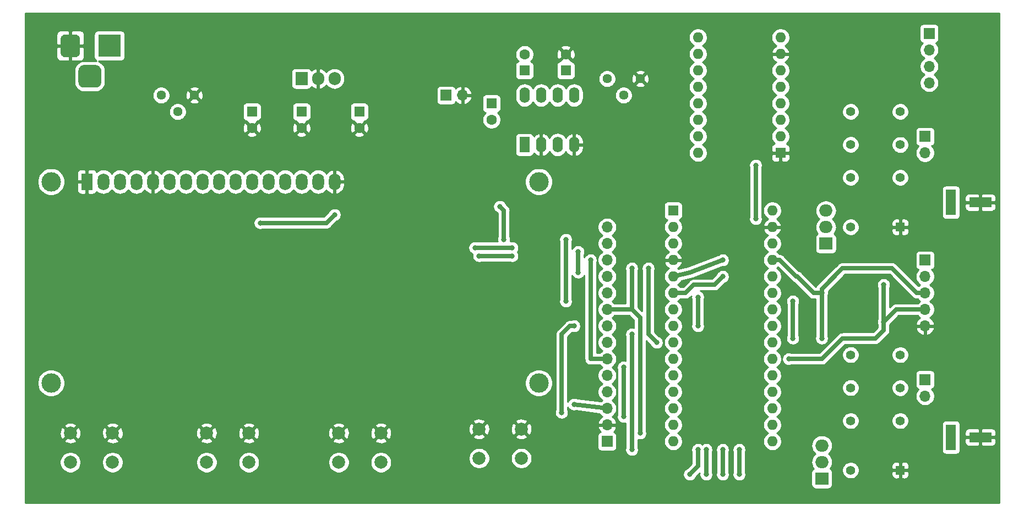
<source format=gbr>
G04 #@! TF.GenerationSoftware,KiCad,Pcbnew,5.1.5-52549c5~84~ubuntu18.04.1*
G04 #@! TF.CreationDate,2020-03-30T21:13:51+05:30*
G04 #@! TF.ProjectId,osvent_controller,6f737665-6e74-45f6-936f-6e74726f6c6c,rev?*
G04 #@! TF.SameCoordinates,Original*
G04 #@! TF.FileFunction,Copper,L2,Bot*
G04 #@! TF.FilePolarity,Positive*
%FSLAX46Y46*%
G04 Gerber Fmt 4.6, Leading zero omitted, Abs format (unit mm)*
G04 Created by KiCad (PCBNEW 5.1.5-52549c5~84~ubuntu18.04.1) date 2020-03-30 21:13:51*
%MOMM*%
%LPD*%
G04 APERTURE LIST*
%ADD10C,2.000000*%
%ADD11R,3.500000X1.524000*%
%ADD12R,1.524000X4.000000*%
%ADD13C,1.600000*%
%ADD14R,1.600000X1.600000*%
%ADD15C,3.000000*%
%ADD16O,1.800000X2.600000*%
%ADD17R,1.800000X2.600000*%
%ADD18O,1.600000X1.600000*%
%ADD19C,1.400000*%
%ADD20R,1.400000X1.400000*%
%ADD21O,2.000000X1.905000*%
%ADD22R,2.000000X1.905000*%
%ADD23O,1.700000X1.700000*%
%ADD24R,1.700000X1.700000*%
%ADD25C,1.440000*%
%ADD26C,0.100000*%
%ADD27R,3.500000X3.500000*%
%ADD28O,1.600000X2.400000*%
%ADD29R,1.600000X2.400000*%
%ADD30O,1.905000X2.000000*%
%ADD31R,1.905000X2.000000*%
%ADD32C,0.800000*%
%ADD33C,0.635000*%
%ADD34C,0.254000*%
G04 APERTURE END LIST*
D10*
X34440000Y-87630000D03*
X34440000Y-92130000D03*
X27940000Y-87630000D03*
X27940000Y-92130000D03*
D11*
X167885000Y-52070000D03*
D12*
X163385000Y-52070000D03*
D10*
X97305000Y-86995000D03*
X97305000Y-91495000D03*
X90805000Y-86995000D03*
X90805000Y-91495000D03*
X75715000Y-87630000D03*
X75715000Y-92130000D03*
X69215000Y-87630000D03*
X69215000Y-92130000D03*
X55395000Y-87630000D03*
X55395000Y-92130000D03*
X48895000Y-87630000D03*
X48895000Y-92130000D03*
D11*
X167885000Y-88265000D03*
D12*
X163385000Y-88265000D03*
D13*
X92710000Y-39330000D03*
D14*
X92710000Y-36830000D03*
D13*
X72390000Y-40600000D03*
D14*
X72390000Y-38100000D03*
D15*
X99980000Y-48895000D03*
X99979480Y-79895700D03*
X24980900Y-79895700D03*
X24980900Y-48895000D03*
D16*
X68580000Y-48895000D03*
X66040000Y-48895000D03*
X63500000Y-48895000D03*
X60960000Y-48895000D03*
X58420000Y-48895000D03*
X55880000Y-48895000D03*
X53340000Y-48895000D03*
X50800000Y-48895000D03*
X48260000Y-48895000D03*
X45720000Y-48895000D03*
X43180000Y-48895000D03*
X40640000Y-48895000D03*
X38100000Y-48895000D03*
X35560000Y-48895000D03*
X33020000Y-48895000D03*
D17*
X30480000Y-48895000D03*
D18*
X135890000Y-88900000D03*
X120650000Y-88900000D03*
X135890000Y-53340000D03*
X120650000Y-86360000D03*
X135890000Y-55880000D03*
X120650000Y-83820000D03*
X135890000Y-58420000D03*
X120650000Y-81280000D03*
X135890000Y-60960000D03*
X120650000Y-78740000D03*
X135890000Y-63500000D03*
X120650000Y-76200000D03*
X135890000Y-66040000D03*
X120650000Y-73660000D03*
X135890000Y-68580000D03*
X120650000Y-71120000D03*
X135890000Y-71120000D03*
X120650000Y-68580000D03*
X135890000Y-73660000D03*
X120650000Y-66040000D03*
X135890000Y-76200000D03*
X120650000Y-63500000D03*
X135890000Y-78740000D03*
X120650000Y-60960000D03*
X135890000Y-81280000D03*
X120650000Y-58420000D03*
X135890000Y-83820000D03*
X120650000Y-55880000D03*
X135890000Y-86360000D03*
D14*
X120650000Y-53340000D03*
D19*
X147955000Y-48260000D03*
X147945000Y-38090000D03*
X147945000Y-43170000D03*
X155575000Y-48260000D03*
X155575000Y-38100000D03*
X155575000Y-43190000D03*
X147955000Y-55880000D03*
D20*
X155575000Y-55880000D03*
D21*
X144145000Y-53340000D03*
X144145000Y-55880000D03*
D22*
X144145000Y-58420000D03*
D23*
X159385000Y-44450000D03*
D24*
X159385000Y-41910000D03*
D19*
X147955000Y-85725000D03*
X147945000Y-75555000D03*
X147945000Y-80635000D03*
X155575000Y-85725000D03*
X155575000Y-75565000D03*
X155575000Y-80655000D03*
X147955000Y-93345000D03*
D20*
X155575000Y-93345000D03*
D23*
X159385000Y-81915000D03*
D24*
X159385000Y-79375000D03*
D23*
X160020000Y-33655000D03*
X160020000Y-31115000D03*
X160020000Y-28575000D03*
D24*
X160020000Y-26035000D03*
D23*
X159385000Y-71120000D03*
X159385000Y-68580000D03*
X159385000Y-66040000D03*
X159385000Y-63500000D03*
D24*
X159385000Y-60960000D03*
D21*
X143510000Y-89535000D03*
X143510000Y-92075000D03*
D22*
X143510000Y-94615000D03*
D13*
X97790000Y-29250000D03*
D14*
X97790000Y-31750000D03*
D25*
X41910000Y-35560000D03*
X44450000Y-38100000D03*
X46990000Y-35560000D03*
D13*
X55880000Y-40600000D03*
D14*
X55880000Y-38100000D03*
G04 #@! TA.AperFunction,ComponentPad*
D26*
G36*
X31900765Y-30894213D02*
G01*
X31985704Y-30906813D01*
X32068999Y-30927677D01*
X32149848Y-30956605D01*
X32227472Y-30993319D01*
X32301124Y-31037464D01*
X32370094Y-31088616D01*
X32433718Y-31146282D01*
X32491384Y-31209906D01*
X32542536Y-31278876D01*
X32586681Y-31352528D01*
X32623395Y-31430152D01*
X32652323Y-31511001D01*
X32673187Y-31594296D01*
X32685787Y-31679235D01*
X32690000Y-31765000D01*
X32690000Y-33515000D01*
X32685787Y-33600765D01*
X32673187Y-33685704D01*
X32652323Y-33768999D01*
X32623395Y-33849848D01*
X32586681Y-33927472D01*
X32542536Y-34001124D01*
X32491384Y-34070094D01*
X32433718Y-34133718D01*
X32370094Y-34191384D01*
X32301124Y-34242536D01*
X32227472Y-34286681D01*
X32149848Y-34323395D01*
X32068999Y-34352323D01*
X31985704Y-34373187D01*
X31900765Y-34385787D01*
X31815000Y-34390000D01*
X30065000Y-34390000D01*
X29979235Y-34385787D01*
X29894296Y-34373187D01*
X29811001Y-34352323D01*
X29730152Y-34323395D01*
X29652528Y-34286681D01*
X29578876Y-34242536D01*
X29509906Y-34191384D01*
X29446282Y-34133718D01*
X29388616Y-34070094D01*
X29337464Y-34001124D01*
X29293319Y-33927472D01*
X29256605Y-33849848D01*
X29227677Y-33768999D01*
X29206813Y-33685704D01*
X29194213Y-33600765D01*
X29190000Y-33515000D01*
X29190000Y-31765000D01*
X29194213Y-31679235D01*
X29206813Y-31594296D01*
X29227677Y-31511001D01*
X29256605Y-31430152D01*
X29293319Y-31352528D01*
X29337464Y-31278876D01*
X29388616Y-31209906D01*
X29446282Y-31146282D01*
X29509906Y-31088616D01*
X29578876Y-31037464D01*
X29652528Y-30993319D01*
X29730152Y-30956605D01*
X29811001Y-30927677D01*
X29894296Y-30906813D01*
X29979235Y-30894213D01*
X30065000Y-30890000D01*
X31815000Y-30890000D01*
X31900765Y-30894213D01*
G37*
G04 #@! TD.AperFunction*
G04 #@! TA.AperFunction,ComponentPad*
G36*
X28763513Y-26193611D02*
G01*
X28836318Y-26204411D01*
X28907714Y-26222295D01*
X28977013Y-26247090D01*
X29043548Y-26278559D01*
X29106678Y-26316398D01*
X29165795Y-26360242D01*
X29220330Y-26409670D01*
X29269758Y-26464205D01*
X29313602Y-26523322D01*
X29351441Y-26586452D01*
X29382910Y-26652987D01*
X29407705Y-26722286D01*
X29425589Y-26793682D01*
X29436389Y-26866487D01*
X29440000Y-26940000D01*
X29440000Y-28940000D01*
X29436389Y-29013513D01*
X29425589Y-29086318D01*
X29407705Y-29157714D01*
X29382910Y-29227013D01*
X29351441Y-29293548D01*
X29313602Y-29356678D01*
X29269758Y-29415795D01*
X29220330Y-29470330D01*
X29165795Y-29519758D01*
X29106678Y-29563602D01*
X29043548Y-29601441D01*
X28977013Y-29632910D01*
X28907714Y-29657705D01*
X28836318Y-29675589D01*
X28763513Y-29686389D01*
X28690000Y-29690000D01*
X27190000Y-29690000D01*
X27116487Y-29686389D01*
X27043682Y-29675589D01*
X26972286Y-29657705D01*
X26902987Y-29632910D01*
X26836452Y-29601441D01*
X26773322Y-29563602D01*
X26714205Y-29519758D01*
X26659670Y-29470330D01*
X26610242Y-29415795D01*
X26566398Y-29356678D01*
X26528559Y-29293548D01*
X26497090Y-29227013D01*
X26472295Y-29157714D01*
X26454411Y-29086318D01*
X26443611Y-29013513D01*
X26440000Y-28940000D01*
X26440000Y-26940000D01*
X26443611Y-26866487D01*
X26454411Y-26793682D01*
X26472295Y-26722286D01*
X26497090Y-26652987D01*
X26528559Y-26586452D01*
X26566398Y-26523322D01*
X26610242Y-26464205D01*
X26659670Y-26409670D01*
X26714205Y-26360242D01*
X26773322Y-26316398D01*
X26836452Y-26278559D01*
X26902987Y-26247090D01*
X26972286Y-26222295D01*
X27043682Y-26204411D01*
X27116487Y-26193611D01*
X27190000Y-26190000D01*
X28690000Y-26190000D01*
X28763513Y-26193611D01*
G37*
G04 #@! TD.AperFunction*
D27*
X33940000Y-27940000D03*
D28*
X97790000Y-35560000D03*
X105410000Y-43180000D03*
X100330000Y-35560000D03*
X102870000Y-43180000D03*
X102870000Y-35560000D03*
X100330000Y-43180000D03*
X105410000Y-35560000D03*
D29*
X97790000Y-43180000D03*
D30*
X68580000Y-33020000D03*
X66040000Y-33020000D03*
D31*
X63500000Y-33020000D03*
D25*
X110490000Y-33020000D03*
X113030000Y-35560000D03*
X115570000Y-33020000D03*
D23*
X88265000Y-35560000D03*
D24*
X85725000Y-35560000D03*
D23*
X110490000Y-55880000D03*
X110490000Y-58420000D03*
X110490000Y-60960000D03*
X110490000Y-63500000D03*
X110490000Y-66040000D03*
X110490000Y-68580000D03*
X110490000Y-71120000D03*
X110490000Y-73660000D03*
X110490000Y-76200000D03*
X110490000Y-78740000D03*
X110490000Y-81280000D03*
X110490000Y-83820000D03*
X110490000Y-86360000D03*
D24*
X110490000Y-88900000D03*
D13*
X104140000Y-29250000D03*
D14*
X104140000Y-31750000D03*
D13*
X63500000Y-40600000D03*
D14*
X63500000Y-38100000D03*
D18*
X124460000Y-44450000D03*
X137160000Y-26670000D03*
X124460000Y-41910000D03*
X137160000Y-29210000D03*
X124460000Y-39370000D03*
X137160000Y-31750000D03*
X124460000Y-36830000D03*
X137160000Y-34290000D03*
X124460000Y-34290000D03*
X137160000Y-36830000D03*
X124460000Y-31750000D03*
X137160000Y-39370000D03*
X124460000Y-29210000D03*
X137160000Y-41910000D03*
X124460000Y-26670000D03*
D14*
X137160000Y-44450000D03*
D32*
X114300000Y-72390000D03*
X114300000Y-90170000D03*
X90805000Y-60325000D03*
X95885000Y-60325000D03*
X115570000Y-87630000D03*
X114300000Y-62230000D03*
X57150000Y-55245000D03*
X68580000Y-53975000D03*
X113030000Y-77470000D03*
X107950000Y-60960000D03*
X110490000Y-76200000D03*
X113030000Y-85090000D03*
X90170000Y-59055000D03*
X95885000Y-59055000D03*
X107950000Y-43180000D03*
X142875000Y-40640000D03*
X140335000Y-79375000D03*
X99695000Y-90805000D03*
X94615000Y-44450000D03*
X105410000Y-83185000D03*
X104140000Y-57785000D03*
X104140000Y-67310000D03*
X133350000Y-54610000D03*
X133350000Y-46355000D03*
X94615000Y-57785000D03*
X93980000Y-52705000D03*
X143510000Y-66040000D03*
X143510000Y-73025000D03*
X106045000Y-59690000D03*
X106045000Y-62865000D03*
X118110000Y-73660000D03*
X116840000Y-62230000D03*
X124460000Y-71120000D03*
X124460000Y-66675000D03*
X123190000Y-93980000D03*
X124460000Y-90170000D03*
X139065000Y-67310000D03*
X128270000Y-63500000D03*
X139065000Y-73025000D03*
X125730000Y-93980000D03*
X125730000Y-90170000D03*
X128270000Y-60960000D03*
X128270000Y-93980000D03*
X128270000Y-90170000D03*
X130810000Y-93980000D03*
X130810000Y-90170000D03*
X153035000Y-70485000D03*
X153035000Y-64770000D03*
X138430000Y-76200000D03*
X105410000Y-71120000D03*
X103505000Y-84455000D03*
D33*
X114300000Y-72390000D02*
X114300000Y-90170000D01*
X90805000Y-60325000D02*
X95885000Y-60325000D01*
X115570000Y-87630000D02*
X115570000Y-69850000D01*
X115570000Y-69850000D02*
X114300000Y-68580000D01*
X114300000Y-68580000D02*
X110490000Y-68580000D01*
X114300000Y-62230000D02*
X114300000Y-68580000D01*
X57150000Y-55245000D02*
X67310000Y-55245000D01*
X67310000Y-55245000D02*
X68580000Y-53975000D01*
X107950000Y-60960000D02*
X107950000Y-76200000D01*
X107950000Y-76200000D02*
X110490000Y-76200000D01*
X113030000Y-77470000D02*
X113030000Y-85090000D01*
X90170000Y-59055000D02*
X95885000Y-59055000D01*
X105410000Y-83185000D02*
X110490000Y-83820000D01*
X104140000Y-57785000D02*
X104140000Y-67310000D01*
X133350000Y-54610000D02*
X133350000Y-46355000D01*
X94615000Y-57785000D02*
X94615000Y-53340000D01*
X94615000Y-53340000D02*
X93980000Y-52705000D01*
X143510000Y-66040000D02*
X143510000Y-73025000D01*
X137021370Y-60960000D02*
X139561370Y-63500000D01*
X135890000Y-60960000D02*
X137021370Y-60960000D01*
X139561370Y-63500000D02*
X139700000Y-63500000D01*
X142240000Y-66040000D02*
X143510000Y-66040000D01*
X139700000Y-63500000D02*
X142240000Y-66040000D01*
X158115000Y-66040000D02*
X159385000Y-66040000D01*
X154305000Y-62230000D02*
X158115000Y-66040000D01*
X146685000Y-62230000D02*
X154305000Y-62230000D01*
X143510000Y-66040000D02*
X143510000Y-65405000D01*
X143510000Y-65405000D02*
X146685000Y-62230000D01*
X106045000Y-62865000D02*
X106045000Y-62230000D01*
X106045000Y-59690000D02*
X106045000Y-62230000D01*
X118110000Y-73660000D02*
X116840000Y-72390000D01*
X116840000Y-72390000D02*
X116840000Y-62230000D01*
X124460000Y-71120000D02*
X124460000Y-66675000D01*
X123190000Y-93980000D02*
X124460000Y-92710000D01*
X124460000Y-92710000D02*
X124460000Y-90170000D01*
X128270000Y-63500000D02*
X127000000Y-64770000D01*
X127000000Y-64770000D02*
X123825000Y-64770000D01*
X121781370Y-66040000D02*
X120650000Y-66040000D01*
X122555000Y-66040000D02*
X121781370Y-66040000D01*
X123825000Y-64770000D02*
X122555000Y-66040000D01*
X139065000Y-73025000D02*
X139065000Y-67310000D01*
X125730000Y-93980000D02*
X125730000Y-90170000D01*
X123190000Y-62865000D02*
X120650000Y-63500000D01*
X128270000Y-60960000D02*
X123190000Y-62865000D01*
X128270000Y-90170000D02*
X128270000Y-93980000D01*
X130810000Y-93980000D02*
X130810000Y-90170000D01*
X153035000Y-70485000D02*
X153035000Y-64770000D01*
X138430000Y-76200000D02*
X143510000Y-76200000D01*
X143510000Y-76200000D02*
X146685000Y-73025000D01*
X146685000Y-73025000D02*
X151765000Y-73025000D01*
X153035000Y-71755000D02*
X153035000Y-70485000D01*
X151765000Y-73025000D02*
X153035000Y-71755000D01*
X154940000Y-68580000D02*
X153035000Y-70485000D01*
X159385000Y-68580000D02*
X154940000Y-68580000D01*
X104775000Y-71120000D02*
X105410000Y-71120000D01*
X103505000Y-72390000D02*
X104775000Y-71120000D01*
X103505000Y-84455000D02*
X103505000Y-72390000D01*
D34*
G36*
X170765001Y-98375000D02*
G01*
X21005000Y-98375000D01*
X21005000Y-93878061D01*
X122155000Y-93878061D01*
X122155000Y-94081939D01*
X122194774Y-94281898D01*
X122272795Y-94470256D01*
X122386063Y-94639774D01*
X122530226Y-94783937D01*
X122699744Y-94897205D01*
X122888102Y-94975226D01*
X123088061Y-95015000D01*
X123291939Y-95015000D01*
X123491898Y-94975226D01*
X123680256Y-94897205D01*
X123849774Y-94783937D01*
X123993937Y-94639774D01*
X124107205Y-94470256D01*
X124149931Y-94367107D01*
X124708910Y-93808128D01*
X124695000Y-93878061D01*
X124695000Y-94081939D01*
X124734774Y-94281898D01*
X124812795Y-94470256D01*
X124926063Y-94639774D01*
X125070226Y-94783937D01*
X125239744Y-94897205D01*
X125428102Y-94975226D01*
X125628061Y-95015000D01*
X125831939Y-95015000D01*
X126031898Y-94975226D01*
X126220256Y-94897205D01*
X126389774Y-94783937D01*
X126533937Y-94639774D01*
X126647205Y-94470256D01*
X126725226Y-94281898D01*
X126765000Y-94081939D01*
X126765000Y-93878061D01*
X126725226Y-93678102D01*
X126682500Y-93574953D01*
X126682500Y-90575047D01*
X126725226Y-90471898D01*
X126765000Y-90271939D01*
X126765000Y-90068061D01*
X127235000Y-90068061D01*
X127235000Y-90271939D01*
X127274774Y-90471898D01*
X127317500Y-90575047D01*
X127317501Y-93574951D01*
X127274774Y-93678102D01*
X127235000Y-93878061D01*
X127235000Y-94081939D01*
X127274774Y-94281898D01*
X127352795Y-94470256D01*
X127466063Y-94639774D01*
X127610226Y-94783937D01*
X127779744Y-94897205D01*
X127968102Y-94975226D01*
X128168061Y-95015000D01*
X128371939Y-95015000D01*
X128571898Y-94975226D01*
X128760256Y-94897205D01*
X128929774Y-94783937D01*
X129073937Y-94639774D01*
X129187205Y-94470256D01*
X129265226Y-94281898D01*
X129305000Y-94081939D01*
X129305000Y-93878061D01*
X129265226Y-93678102D01*
X129222500Y-93574953D01*
X129222500Y-90575047D01*
X129265226Y-90471898D01*
X129305000Y-90271939D01*
X129305000Y-90068061D01*
X129775000Y-90068061D01*
X129775000Y-90271939D01*
X129814774Y-90471898D01*
X129857501Y-90575049D01*
X129857500Y-93574953D01*
X129814774Y-93678102D01*
X129775000Y-93878061D01*
X129775000Y-94081939D01*
X129814774Y-94281898D01*
X129892795Y-94470256D01*
X130006063Y-94639774D01*
X130150226Y-94783937D01*
X130319744Y-94897205D01*
X130508102Y-94975226D01*
X130708061Y-95015000D01*
X130911939Y-95015000D01*
X131111898Y-94975226D01*
X131300256Y-94897205D01*
X131469774Y-94783937D01*
X131613937Y-94639774D01*
X131727205Y-94470256D01*
X131805226Y-94281898D01*
X131845000Y-94081939D01*
X131845000Y-93878061D01*
X131805226Y-93678102D01*
X131762500Y-93574953D01*
X131762500Y-90575047D01*
X131805226Y-90471898D01*
X131845000Y-90271939D01*
X131845000Y-90068061D01*
X131805226Y-89868102D01*
X131727205Y-89679744D01*
X131613937Y-89510226D01*
X131469774Y-89366063D01*
X131300256Y-89252795D01*
X131111898Y-89174774D01*
X130911939Y-89135000D01*
X130708061Y-89135000D01*
X130508102Y-89174774D01*
X130319744Y-89252795D01*
X130150226Y-89366063D01*
X130006063Y-89510226D01*
X129892795Y-89679744D01*
X129814774Y-89868102D01*
X129775000Y-90068061D01*
X129305000Y-90068061D01*
X129265226Y-89868102D01*
X129187205Y-89679744D01*
X129073937Y-89510226D01*
X128929774Y-89366063D01*
X128760256Y-89252795D01*
X128571898Y-89174774D01*
X128371939Y-89135000D01*
X128168061Y-89135000D01*
X127968102Y-89174774D01*
X127779744Y-89252795D01*
X127610226Y-89366063D01*
X127466063Y-89510226D01*
X127352795Y-89679744D01*
X127274774Y-89868102D01*
X127235000Y-90068061D01*
X126765000Y-90068061D01*
X126725226Y-89868102D01*
X126647205Y-89679744D01*
X126533937Y-89510226D01*
X126389774Y-89366063D01*
X126220256Y-89252795D01*
X126031898Y-89174774D01*
X125831939Y-89135000D01*
X125628061Y-89135000D01*
X125428102Y-89174774D01*
X125239744Y-89252795D01*
X125095000Y-89349510D01*
X124950256Y-89252795D01*
X124761898Y-89174774D01*
X124561939Y-89135000D01*
X124358061Y-89135000D01*
X124158102Y-89174774D01*
X123969744Y-89252795D01*
X123800226Y-89366063D01*
X123656063Y-89510226D01*
X123542795Y-89679744D01*
X123464774Y-89868102D01*
X123425000Y-90068061D01*
X123425000Y-90271939D01*
X123464774Y-90471898D01*
X123507501Y-90575049D01*
X123507500Y-92315461D01*
X122802893Y-93020069D01*
X122699744Y-93062795D01*
X122530226Y-93176063D01*
X122386063Y-93320226D01*
X122272795Y-93489744D01*
X122194774Y-93678102D01*
X122155000Y-93878061D01*
X21005000Y-93878061D01*
X21005000Y-91968967D01*
X26305000Y-91968967D01*
X26305000Y-92291033D01*
X26367832Y-92606912D01*
X26491082Y-92904463D01*
X26670013Y-93172252D01*
X26897748Y-93399987D01*
X27165537Y-93578918D01*
X27463088Y-93702168D01*
X27778967Y-93765000D01*
X28101033Y-93765000D01*
X28416912Y-93702168D01*
X28714463Y-93578918D01*
X28982252Y-93399987D01*
X29209987Y-93172252D01*
X29388918Y-92904463D01*
X29512168Y-92606912D01*
X29575000Y-92291033D01*
X29575000Y-91968967D01*
X32805000Y-91968967D01*
X32805000Y-92291033D01*
X32867832Y-92606912D01*
X32991082Y-92904463D01*
X33170013Y-93172252D01*
X33397748Y-93399987D01*
X33665537Y-93578918D01*
X33963088Y-93702168D01*
X34278967Y-93765000D01*
X34601033Y-93765000D01*
X34916912Y-93702168D01*
X35214463Y-93578918D01*
X35482252Y-93399987D01*
X35709987Y-93172252D01*
X35888918Y-92904463D01*
X36012168Y-92606912D01*
X36075000Y-92291033D01*
X36075000Y-91968967D01*
X47260000Y-91968967D01*
X47260000Y-92291033D01*
X47322832Y-92606912D01*
X47446082Y-92904463D01*
X47625013Y-93172252D01*
X47852748Y-93399987D01*
X48120537Y-93578918D01*
X48418088Y-93702168D01*
X48733967Y-93765000D01*
X49056033Y-93765000D01*
X49371912Y-93702168D01*
X49669463Y-93578918D01*
X49937252Y-93399987D01*
X50164987Y-93172252D01*
X50343918Y-92904463D01*
X50467168Y-92606912D01*
X50530000Y-92291033D01*
X50530000Y-91968967D01*
X53760000Y-91968967D01*
X53760000Y-92291033D01*
X53822832Y-92606912D01*
X53946082Y-92904463D01*
X54125013Y-93172252D01*
X54352748Y-93399987D01*
X54620537Y-93578918D01*
X54918088Y-93702168D01*
X55233967Y-93765000D01*
X55556033Y-93765000D01*
X55871912Y-93702168D01*
X56169463Y-93578918D01*
X56437252Y-93399987D01*
X56664987Y-93172252D01*
X56843918Y-92904463D01*
X56967168Y-92606912D01*
X57030000Y-92291033D01*
X57030000Y-91968967D01*
X67580000Y-91968967D01*
X67580000Y-92291033D01*
X67642832Y-92606912D01*
X67766082Y-92904463D01*
X67945013Y-93172252D01*
X68172748Y-93399987D01*
X68440537Y-93578918D01*
X68738088Y-93702168D01*
X69053967Y-93765000D01*
X69376033Y-93765000D01*
X69691912Y-93702168D01*
X69989463Y-93578918D01*
X70257252Y-93399987D01*
X70484987Y-93172252D01*
X70663918Y-92904463D01*
X70787168Y-92606912D01*
X70850000Y-92291033D01*
X70850000Y-91968967D01*
X74080000Y-91968967D01*
X74080000Y-92291033D01*
X74142832Y-92606912D01*
X74266082Y-92904463D01*
X74445013Y-93172252D01*
X74672748Y-93399987D01*
X74940537Y-93578918D01*
X75238088Y-93702168D01*
X75553967Y-93765000D01*
X75876033Y-93765000D01*
X76191912Y-93702168D01*
X76489463Y-93578918D01*
X76757252Y-93399987D01*
X76984987Y-93172252D01*
X77163918Y-92904463D01*
X77287168Y-92606912D01*
X77350000Y-92291033D01*
X77350000Y-91968967D01*
X77287168Y-91653088D01*
X77163918Y-91355537D01*
X77149506Y-91333967D01*
X89170000Y-91333967D01*
X89170000Y-91656033D01*
X89232832Y-91971912D01*
X89356082Y-92269463D01*
X89535013Y-92537252D01*
X89762748Y-92764987D01*
X90030537Y-92943918D01*
X90328088Y-93067168D01*
X90643967Y-93130000D01*
X90966033Y-93130000D01*
X91281912Y-93067168D01*
X91579463Y-92943918D01*
X91847252Y-92764987D01*
X92074987Y-92537252D01*
X92253918Y-92269463D01*
X92377168Y-91971912D01*
X92440000Y-91656033D01*
X92440000Y-91333967D01*
X95670000Y-91333967D01*
X95670000Y-91656033D01*
X95732832Y-91971912D01*
X95856082Y-92269463D01*
X96035013Y-92537252D01*
X96262748Y-92764987D01*
X96530537Y-92943918D01*
X96828088Y-93067168D01*
X97143967Y-93130000D01*
X97466033Y-93130000D01*
X97781912Y-93067168D01*
X98079463Y-92943918D01*
X98347252Y-92764987D01*
X98574987Y-92537252D01*
X98753918Y-92269463D01*
X98877168Y-91971912D01*
X98940000Y-91656033D01*
X98940000Y-91333967D01*
X98877168Y-91018088D01*
X98753918Y-90720537D01*
X98574987Y-90452748D01*
X98347252Y-90225013D01*
X98079463Y-90046082D01*
X97781912Y-89922832D01*
X97466033Y-89860000D01*
X97143967Y-89860000D01*
X96828088Y-89922832D01*
X96530537Y-90046082D01*
X96262748Y-90225013D01*
X96035013Y-90452748D01*
X95856082Y-90720537D01*
X95732832Y-91018088D01*
X95670000Y-91333967D01*
X92440000Y-91333967D01*
X92377168Y-91018088D01*
X92253918Y-90720537D01*
X92074987Y-90452748D01*
X91847252Y-90225013D01*
X91579463Y-90046082D01*
X91281912Y-89922832D01*
X90966033Y-89860000D01*
X90643967Y-89860000D01*
X90328088Y-89922832D01*
X90030537Y-90046082D01*
X89762748Y-90225013D01*
X89535013Y-90452748D01*
X89356082Y-90720537D01*
X89232832Y-91018088D01*
X89170000Y-91333967D01*
X77149506Y-91333967D01*
X76984987Y-91087748D01*
X76757252Y-90860013D01*
X76489463Y-90681082D01*
X76191912Y-90557832D01*
X75876033Y-90495000D01*
X75553967Y-90495000D01*
X75238088Y-90557832D01*
X74940537Y-90681082D01*
X74672748Y-90860013D01*
X74445013Y-91087748D01*
X74266082Y-91355537D01*
X74142832Y-91653088D01*
X74080000Y-91968967D01*
X70850000Y-91968967D01*
X70787168Y-91653088D01*
X70663918Y-91355537D01*
X70484987Y-91087748D01*
X70257252Y-90860013D01*
X69989463Y-90681082D01*
X69691912Y-90557832D01*
X69376033Y-90495000D01*
X69053967Y-90495000D01*
X68738088Y-90557832D01*
X68440537Y-90681082D01*
X68172748Y-90860013D01*
X67945013Y-91087748D01*
X67766082Y-91355537D01*
X67642832Y-91653088D01*
X67580000Y-91968967D01*
X57030000Y-91968967D01*
X56967168Y-91653088D01*
X56843918Y-91355537D01*
X56664987Y-91087748D01*
X56437252Y-90860013D01*
X56169463Y-90681082D01*
X55871912Y-90557832D01*
X55556033Y-90495000D01*
X55233967Y-90495000D01*
X54918088Y-90557832D01*
X54620537Y-90681082D01*
X54352748Y-90860013D01*
X54125013Y-91087748D01*
X53946082Y-91355537D01*
X53822832Y-91653088D01*
X53760000Y-91968967D01*
X50530000Y-91968967D01*
X50467168Y-91653088D01*
X50343918Y-91355537D01*
X50164987Y-91087748D01*
X49937252Y-90860013D01*
X49669463Y-90681082D01*
X49371912Y-90557832D01*
X49056033Y-90495000D01*
X48733967Y-90495000D01*
X48418088Y-90557832D01*
X48120537Y-90681082D01*
X47852748Y-90860013D01*
X47625013Y-91087748D01*
X47446082Y-91355537D01*
X47322832Y-91653088D01*
X47260000Y-91968967D01*
X36075000Y-91968967D01*
X36012168Y-91653088D01*
X35888918Y-91355537D01*
X35709987Y-91087748D01*
X35482252Y-90860013D01*
X35214463Y-90681082D01*
X34916912Y-90557832D01*
X34601033Y-90495000D01*
X34278967Y-90495000D01*
X33963088Y-90557832D01*
X33665537Y-90681082D01*
X33397748Y-90860013D01*
X33170013Y-91087748D01*
X32991082Y-91355537D01*
X32867832Y-91653088D01*
X32805000Y-91968967D01*
X29575000Y-91968967D01*
X29512168Y-91653088D01*
X29388918Y-91355537D01*
X29209987Y-91087748D01*
X28982252Y-90860013D01*
X28714463Y-90681082D01*
X28416912Y-90557832D01*
X28101033Y-90495000D01*
X27778967Y-90495000D01*
X27463088Y-90557832D01*
X27165537Y-90681082D01*
X26897748Y-90860013D01*
X26670013Y-91087748D01*
X26491082Y-91355537D01*
X26367832Y-91653088D01*
X26305000Y-91968967D01*
X21005000Y-91968967D01*
X21005000Y-88765413D01*
X26984192Y-88765413D01*
X27079956Y-89029814D01*
X27369571Y-89170704D01*
X27681108Y-89252384D01*
X28002595Y-89271718D01*
X28321675Y-89227961D01*
X28626088Y-89122795D01*
X28800044Y-89029814D01*
X28895808Y-88765413D01*
X33484192Y-88765413D01*
X33579956Y-89029814D01*
X33869571Y-89170704D01*
X34181108Y-89252384D01*
X34502595Y-89271718D01*
X34821675Y-89227961D01*
X35126088Y-89122795D01*
X35300044Y-89029814D01*
X35395808Y-88765413D01*
X47939192Y-88765413D01*
X48034956Y-89029814D01*
X48324571Y-89170704D01*
X48636108Y-89252384D01*
X48957595Y-89271718D01*
X49276675Y-89227961D01*
X49581088Y-89122795D01*
X49755044Y-89029814D01*
X49850808Y-88765413D01*
X54439192Y-88765413D01*
X54534956Y-89029814D01*
X54824571Y-89170704D01*
X55136108Y-89252384D01*
X55457595Y-89271718D01*
X55776675Y-89227961D01*
X56081088Y-89122795D01*
X56255044Y-89029814D01*
X56350808Y-88765413D01*
X68259192Y-88765413D01*
X68354956Y-89029814D01*
X68644571Y-89170704D01*
X68956108Y-89252384D01*
X69277595Y-89271718D01*
X69596675Y-89227961D01*
X69901088Y-89122795D01*
X70075044Y-89029814D01*
X70170808Y-88765413D01*
X74759192Y-88765413D01*
X74854956Y-89029814D01*
X75144571Y-89170704D01*
X75456108Y-89252384D01*
X75777595Y-89271718D01*
X76096675Y-89227961D01*
X76401088Y-89122795D01*
X76575044Y-89029814D01*
X76670808Y-88765413D01*
X75715000Y-87809605D01*
X74759192Y-88765413D01*
X70170808Y-88765413D01*
X69215000Y-87809605D01*
X68259192Y-88765413D01*
X56350808Y-88765413D01*
X55395000Y-87809605D01*
X54439192Y-88765413D01*
X49850808Y-88765413D01*
X48895000Y-87809605D01*
X47939192Y-88765413D01*
X35395808Y-88765413D01*
X34440000Y-87809605D01*
X33484192Y-88765413D01*
X28895808Y-88765413D01*
X27940000Y-87809605D01*
X26984192Y-88765413D01*
X21005000Y-88765413D01*
X21005000Y-87692595D01*
X26298282Y-87692595D01*
X26342039Y-88011675D01*
X26447205Y-88316088D01*
X26540186Y-88490044D01*
X26804587Y-88585808D01*
X27760395Y-87630000D01*
X28119605Y-87630000D01*
X29075413Y-88585808D01*
X29339814Y-88490044D01*
X29480704Y-88200429D01*
X29562384Y-87888892D01*
X29574189Y-87692595D01*
X32798282Y-87692595D01*
X32842039Y-88011675D01*
X32947205Y-88316088D01*
X33040186Y-88490044D01*
X33304587Y-88585808D01*
X34260395Y-87630000D01*
X34619605Y-87630000D01*
X35575413Y-88585808D01*
X35839814Y-88490044D01*
X35980704Y-88200429D01*
X36062384Y-87888892D01*
X36074189Y-87692595D01*
X47253282Y-87692595D01*
X47297039Y-88011675D01*
X47402205Y-88316088D01*
X47495186Y-88490044D01*
X47759587Y-88585808D01*
X48715395Y-87630000D01*
X49074605Y-87630000D01*
X50030413Y-88585808D01*
X50294814Y-88490044D01*
X50435704Y-88200429D01*
X50517384Y-87888892D01*
X50529189Y-87692595D01*
X53753282Y-87692595D01*
X53797039Y-88011675D01*
X53902205Y-88316088D01*
X53995186Y-88490044D01*
X54259587Y-88585808D01*
X55215395Y-87630000D01*
X55574605Y-87630000D01*
X56530413Y-88585808D01*
X56794814Y-88490044D01*
X56935704Y-88200429D01*
X57017384Y-87888892D01*
X57029189Y-87692595D01*
X67573282Y-87692595D01*
X67617039Y-88011675D01*
X67722205Y-88316088D01*
X67815186Y-88490044D01*
X68079587Y-88585808D01*
X69035395Y-87630000D01*
X69394605Y-87630000D01*
X70350413Y-88585808D01*
X70614814Y-88490044D01*
X70755704Y-88200429D01*
X70837384Y-87888892D01*
X70849189Y-87692595D01*
X74073282Y-87692595D01*
X74117039Y-88011675D01*
X74222205Y-88316088D01*
X74315186Y-88490044D01*
X74579587Y-88585808D01*
X75535395Y-87630000D01*
X75894605Y-87630000D01*
X76850413Y-88585808D01*
X77114814Y-88490044D01*
X77255704Y-88200429D01*
X77274061Y-88130413D01*
X89849192Y-88130413D01*
X89944956Y-88394814D01*
X90234571Y-88535704D01*
X90546108Y-88617384D01*
X90867595Y-88636718D01*
X91186675Y-88592961D01*
X91491088Y-88487795D01*
X91665044Y-88394814D01*
X91760808Y-88130413D01*
X96349192Y-88130413D01*
X96444956Y-88394814D01*
X96734571Y-88535704D01*
X97046108Y-88617384D01*
X97367595Y-88636718D01*
X97686675Y-88592961D01*
X97991088Y-88487795D01*
X98165044Y-88394814D01*
X98260808Y-88130413D01*
X98180395Y-88050000D01*
X109001928Y-88050000D01*
X109001928Y-89750000D01*
X109014188Y-89874482D01*
X109050498Y-89994180D01*
X109109463Y-90104494D01*
X109188815Y-90201185D01*
X109285506Y-90280537D01*
X109395820Y-90339502D01*
X109515518Y-90375812D01*
X109640000Y-90388072D01*
X111340000Y-90388072D01*
X111464482Y-90375812D01*
X111584180Y-90339502D01*
X111694494Y-90280537D01*
X111791185Y-90201185D01*
X111870537Y-90104494D01*
X111929502Y-89994180D01*
X111965812Y-89874482D01*
X111978072Y-89750000D01*
X111978072Y-88050000D01*
X111965812Y-87925518D01*
X111929502Y-87805820D01*
X111870537Y-87695506D01*
X111791185Y-87598815D01*
X111694494Y-87519463D01*
X111584180Y-87460498D01*
X111503534Y-87436034D01*
X111587588Y-87360269D01*
X111761641Y-87126920D01*
X111886825Y-86864099D01*
X111931476Y-86716890D01*
X111810155Y-86487000D01*
X110617000Y-86487000D01*
X110617000Y-86507000D01*
X110363000Y-86507000D01*
X110363000Y-86487000D01*
X109169845Y-86487000D01*
X109048524Y-86716890D01*
X109093175Y-86864099D01*
X109218359Y-87126920D01*
X109392412Y-87360269D01*
X109476466Y-87436034D01*
X109395820Y-87460498D01*
X109285506Y-87519463D01*
X109188815Y-87598815D01*
X109109463Y-87695506D01*
X109050498Y-87805820D01*
X109014188Y-87925518D01*
X109001928Y-88050000D01*
X98180395Y-88050000D01*
X97305000Y-87174605D01*
X96349192Y-88130413D01*
X91760808Y-88130413D01*
X90805000Y-87174605D01*
X89849192Y-88130413D01*
X77274061Y-88130413D01*
X77337384Y-87888892D01*
X77356718Y-87567405D01*
X77312961Y-87248325D01*
X77247070Y-87057595D01*
X89163282Y-87057595D01*
X89207039Y-87376675D01*
X89312205Y-87681088D01*
X89405186Y-87855044D01*
X89669587Y-87950808D01*
X90625395Y-86995000D01*
X90984605Y-86995000D01*
X91940413Y-87950808D01*
X92204814Y-87855044D01*
X92345704Y-87565429D01*
X92427384Y-87253892D01*
X92439189Y-87057595D01*
X95663282Y-87057595D01*
X95707039Y-87376675D01*
X95812205Y-87681088D01*
X95905186Y-87855044D01*
X96169587Y-87950808D01*
X97125395Y-86995000D01*
X97484605Y-86995000D01*
X98440413Y-87950808D01*
X98704814Y-87855044D01*
X98845704Y-87565429D01*
X98927384Y-87253892D01*
X98946718Y-86932405D01*
X98902961Y-86613325D01*
X98797795Y-86308912D01*
X98704814Y-86134956D01*
X98440413Y-86039192D01*
X97484605Y-86995000D01*
X97125395Y-86995000D01*
X96169587Y-86039192D01*
X95905186Y-86134956D01*
X95764296Y-86424571D01*
X95682616Y-86736108D01*
X95663282Y-87057595D01*
X92439189Y-87057595D01*
X92446718Y-86932405D01*
X92402961Y-86613325D01*
X92297795Y-86308912D01*
X92204814Y-86134956D01*
X91940413Y-86039192D01*
X90984605Y-86995000D01*
X90625395Y-86995000D01*
X89669587Y-86039192D01*
X89405186Y-86134956D01*
X89264296Y-86424571D01*
X89182616Y-86736108D01*
X89163282Y-87057595D01*
X77247070Y-87057595D01*
X77207795Y-86943912D01*
X77114814Y-86769956D01*
X76850413Y-86674192D01*
X75894605Y-87630000D01*
X75535395Y-87630000D01*
X74579587Y-86674192D01*
X74315186Y-86769956D01*
X74174296Y-87059571D01*
X74092616Y-87371108D01*
X74073282Y-87692595D01*
X70849189Y-87692595D01*
X70856718Y-87567405D01*
X70812961Y-87248325D01*
X70707795Y-86943912D01*
X70614814Y-86769956D01*
X70350413Y-86674192D01*
X69394605Y-87630000D01*
X69035395Y-87630000D01*
X68079587Y-86674192D01*
X67815186Y-86769956D01*
X67674296Y-87059571D01*
X67592616Y-87371108D01*
X67573282Y-87692595D01*
X57029189Y-87692595D01*
X57036718Y-87567405D01*
X56992961Y-87248325D01*
X56887795Y-86943912D01*
X56794814Y-86769956D01*
X56530413Y-86674192D01*
X55574605Y-87630000D01*
X55215395Y-87630000D01*
X54259587Y-86674192D01*
X53995186Y-86769956D01*
X53854296Y-87059571D01*
X53772616Y-87371108D01*
X53753282Y-87692595D01*
X50529189Y-87692595D01*
X50536718Y-87567405D01*
X50492961Y-87248325D01*
X50387795Y-86943912D01*
X50294814Y-86769956D01*
X50030413Y-86674192D01*
X49074605Y-87630000D01*
X48715395Y-87630000D01*
X47759587Y-86674192D01*
X47495186Y-86769956D01*
X47354296Y-87059571D01*
X47272616Y-87371108D01*
X47253282Y-87692595D01*
X36074189Y-87692595D01*
X36081718Y-87567405D01*
X36037961Y-87248325D01*
X35932795Y-86943912D01*
X35839814Y-86769956D01*
X35575413Y-86674192D01*
X34619605Y-87630000D01*
X34260395Y-87630000D01*
X33304587Y-86674192D01*
X33040186Y-86769956D01*
X32899296Y-87059571D01*
X32817616Y-87371108D01*
X32798282Y-87692595D01*
X29574189Y-87692595D01*
X29581718Y-87567405D01*
X29537961Y-87248325D01*
X29432795Y-86943912D01*
X29339814Y-86769956D01*
X29075413Y-86674192D01*
X28119605Y-87630000D01*
X27760395Y-87630000D01*
X26804587Y-86674192D01*
X26540186Y-86769956D01*
X26399296Y-87059571D01*
X26317616Y-87371108D01*
X26298282Y-87692595D01*
X21005000Y-87692595D01*
X21005000Y-86494587D01*
X26984192Y-86494587D01*
X27940000Y-87450395D01*
X28895808Y-86494587D01*
X33484192Y-86494587D01*
X34440000Y-87450395D01*
X35395808Y-86494587D01*
X47939192Y-86494587D01*
X48895000Y-87450395D01*
X49850808Y-86494587D01*
X54439192Y-86494587D01*
X55395000Y-87450395D01*
X56350808Y-86494587D01*
X68259192Y-86494587D01*
X69215000Y-87450395D01*
X70170808Y-86494587D01*
X74759192Y-86494587D01*
X75715000Y-87450395D01*
X76670808Y-86494587D01*
X76575044Y-86230186D01*
X76285429Y-86089296D01*
X75973892Y-86007616D01*
X75652405Y-85988282D01*
X75333325Y-86032039D01*
X75028912Y-86137205D01*
X74854956Y-86230186D01*
X74759192Y-86494587D01*
X70170808Y-86494587D01*
X70075044Y-86230186D01*
X69785429Y-86089296D01*
X69473892Y-86007616D01*
X69152405Y-85988282D01*
X68833325Y-86032039D01*
X68528912Y-86137205D01*
X68354956Y-86230186D01*
X68259192Y-86494587D01*
X56350808Y-86494587D01*
X56255044Y-86230186D01*
X55965429Y-86089296D01*
X55653892Y-86007616D01*
X55332405Y-85988282D01*
X55013325Y-86032039D01*
X54708912Y-86137205D01*
X54534956Y-86230186D01*
X54439192Y-86494587D01*
X49850808Y-86494587D01*
X49755044Y-86230186D01*
X49465429Y-86089296D01*
X49153892Y-86007616D01*
X48832405Y-85988282D01*
X48513325Y-86032039D01*
X48208912Y-86137205D01*
X48034956Y-86230186D01*
X47939192Y-86494587D01*
X35395808Y-86494587D01*
X35300044Y-86230186D01*
X35010429Y-86089296D01*
X34698892Y-86007616D01*
X34377405Y-85988282D01*
X34058325Y-86032039D01*
X33753912Y-86137205D01*
X33579956Y-86230186D01*
X33484192Y-86494587D01*
X28895808Y-86494587D01*
X28800044Y-86230186D01*
X28510429Y-86089296D01*
X28198892Y-86007616D01*
X27877405Y-85988282D01*
X27558325Y-86032039D01*
X27253912Y-86137205D01*
X27079956Y-86230186D01*
X26984192Y-86494587D01*
X21005000Y-86494587D01*
X21005000Y-85859587D01*
X89849192Y-85859587D01*
X90805000Y-86815395D01*
X91760808Y-85859587D01*
X96349192Y-85859587D01*
X97305000Y-86815395D01*
X98260808Y-85859587D01*
X98165044Y-85595186D01*
X97875429Y-85454296D01*
X97563892Y-85372616D01*
X97242405Y-85353282D01*
X96923325Y-85397039D01*
X96618912Y-85502205D01*
X96444956Y-85595186D01*
X96349192Y-85859587D01*
X91760808Y-85859587D01*
X91665044Y-85595186D01*
X91375429Y-85454296D01*
X91063892Y-85372616D01*
X90742405Y-85353282D01*
X90423325Y-85397039D01*
X90118912Y-85502205D01*
X89944956Y-85595186D01*
X89849192Y-85859587D01*
X21005000Y-85859587D01*
X21005000Y-84353061D01*
X102470000Y-84353061D01*
X102470000Y-84556939D01*
X102509774Y-84756898D01*
X102587795Y-84945256D01*
X102701063Y-85114774D01*
X102845226Y-85258937D01*
X103014744Y-85372205D01*
X103203102Y-85450226D01*
X103403061Y-85490000D01*
X103606939Y-85490000D01*
X103806898Y-85450226D01*
X103995256Y-85372205D01*
X104164774Y-85258937D01*
X104308937Y-85114774D01*
X104422205Y-84945256D01*
X104500226Y-84756898D01*
X104540000Y-84556939D01*
X104540000Y-84353061D01*
X104500226Y-84153102D01*
X104457500Y-84049953D01*
X104457500Y-83590047D01*
X104492795Y-83675256D01*
X104606063Y-83844774D01*
X104750226Y-83988937D01*
X104919744Y-84102205D01*
X105108102Y-84180226D01*
X105308061Y-84220000D01*
X105511939Y-84220000D01*
X105704417Y-84181714D01*
X109241086Y-84623798D01*
X109336525Y-84766632D01*
X109543368Y-84973475D01*
X109725534Y-85095195D01*
X109608645Y-85164822D01*
X109392412Y-85359731D01*
X109218359Y-85593080D01*
X109093175Y-85855901D01*
X109048524Y-86003110D01*
X109169845Y-86233000D01*
X110363000Y-86233000D01*
X110363000Y-86213000D01*
X110617000Y-86213000D01*
X110617000Y-86233000D01*
X111810155Y-86233000D01*
X111931476Y-86003110D01*
X111886825Y-85855901D01*
X111761641Y-85593080D01*
X111587588Y-85359731D01*
X111371355Y-85164822D01*
X111254466Y-85095195D01*
X111436632Y-84973475D01*
X111643475Y-84766632D01*
X111805990Y-84523411D01*
X111917932Y-84253158D01*
X111975000Y-83966260D01*
X111975000Y-83673740D01*
X111917932Y-83386842D01*
X111805990Y-83116589D01*
X111643475Y-82873368D01*
X111436632Y-82666525D01*
X111262240Y-82550000D01*
X111436632Y-82433475D01*
X111643475Y-82226632D01*
X111805990Y-81983411D01*
X111917932Y-81713158D01*
X111975000Y-81426260D01*
X111975000Y-81133740D01*
X111917932Y-80846842D01*
X111805990Y-80576589D01*
X111643475Y-80333368D01*
X111436632Y-80126525D01*
X111262240Y-80010000D01*
X111436632Y-79893475D01*
X111643475Y-79686632D01*
X111805990Y-79443411D01*
X111917932Y-79173158D01*
X111975000Y-78886260D01*
X111975000Y-78593740D01*
X111917932Y-78306842D01*
X111805990Y-78036589D01*
X111643475Y-77793368D01*
X111436632Y-77586525D01*
X111262240Y-77470000D01*
X111436632Y-77353475D01*
X111643475Y-77146632D01*
X111805990Y-76903411D01*
X111917932Y-76633158D01*
X111975000Y-76346260D01*
X111975000Y-76053740D01*
X111917932Y-75766842D01*
X111805990Y-75496589D01*
X111643475Y-75253368D01*
X111436632Y-75046525D01*
X111262240Y-74930000D01*
X111436632Y-74813475D01*
X111643475Y-74606632D01*
X111805990Y-74363411D01*
X111917932Y-74093158D01*
X111975000Y-73806260D01*
X111975000Y-73513740D01*
X111917932Y-73226842D01*
X111805990Y-72956589D01*
X111643475Y-72713368D01*
X111436632Y-72506525D01*
X111262240Y-72390000D01*
X111436632Y-72273475D01*
X111643475Y-72066632D01*
X111805990Y-71823411D01*
X111917932Y-71553158D01*
X111975000Y-71266260D01*
X111975000Y-70973740D01*
X111917932Y-70686842D01*
X111805990Y-70416589D01*
X111643475Y-70173368D01*
X111436632Y-69966525D01*
X111262240Y-69850000D01*
X111436632Y-69733475D01*
X111637607Y-69532500D01*
X113905462Y-69532500D01*
X114617501Y-70244540D01*
X114617501Y-71401237D01*
X114601898Y-71394774D01*
X114401939Y-71355000D01*
X114198061Y-71355000D01*
X113998102Y-71394774D01*
X113809744Y-71472795D01*
X113640226Y-71586063D01*
X113496063Y-71730226D01*
X113382795Y-71899744D01*
X113304774Y-72088102D01*
X113265000Y-72288061D01*
X113265000Y-72491939D01*
X113304774Y-72691898D01*
X113347500Y-72795047D01*
X113347500Y-76481237D01*
X113331898Y-76474774D01*
X113131939Y-76435000D01*
X112928061Y-76435000D01*
X112728102Y-76474774D01*
X112539744Y-76552795D01*
X112370226Y-76666063D01*
X112226063Y-76810226D01*
X112112795Y-76979744D01*
X112034774Y-77168102D01*
X111995000Y-77368061D01*
X111995000Y-77571939D01*
X112034774Y-77771898D01*
X112077500Y-77875047D01*
X112077501Y-84684951D01*
X112034774Y-84788102D01*
X111995000Y-84988061D01*
X111995000Y-85191939D01*
X112034774Y-85391898D01*
X112112795Y-85580256D01*
X112226063Y-85749774D01*
X112370226Y-85893937D01*
X112539744Y-86007205D01*
X112728102Y-86085226D01*
X112928061Y-86125000D01*
X113131939Y-86125000D01*
X113331898Y-86085226D01*
X113347501Y-86078763D01*
X113347501Y-89764951D01*
X113304774Y-89868102D01*
X113265000Y-90068061D01*
X113265000Y-90271939D01*
X113304774Y-90471898D01*
X113382795Y-90660256D01*
X113496063Y-90829774D01*
X113640226Y-90973937D01*
X113809744Y-91087205D01*
X113998102Y-91165226D01*
X114198061Y-91205000D01*
X114401939Y-91205000D01*
X114601898Y-91165226D01*
X114790256Y-91087205D01*
X114959774Y-90973937D01*
X115103937Y-90829774D01*
X115217205Y-90660256D01*
X115295226Y-90471898D01*
X115335000Y-90271939D01*
X115335000Y-90068061D01*
X115295226Y-89868102D01*
X115252500Y-89764953D01*
X115252500Y-88618763D01*
X115268102Y-88625226D01*
X115468061Y-88665000D01*
X115671939Y-88665000D01*
X115871898Y-88625226D01*
X116060256Y-88547205D01*
X116229774Y-88433937D01*
X116373937Y-88289774D01*
X116487205Y-88120256D01*
X116565226Y-87931898D01*
X116605000Y-87731939D01*
X116605000Y-87528061D01*
X116565226Y-87328102D01*
X116522500Y-87224953D01*
X116522500Y-73419538D01*
X117150069Y-74047108D01*
X117192795Y-74150256D01*
X117306063Y-74319774D01*
X117450226Y-74463937D01*
X117619744Y-74577205D01*
X117808102Y-74655226D01*
X118008061Y-74695000D01*
X118211939Y-74695000D01*
X118411898Y-74655226D01*
X118600256Y-74577205D01*
X118769774Y-74463937D01*
X118913937Y-74319774D01*
X119027205Y-74150256D01*
X119105226Y-73961898D01*
X119145000Y-73761939D01*
X119145000Y-73558061D01*
X119105226Y-73358102D01*
X119027205Y-73169744D01*
X118913937Y-73000226D01*
X118769774Y-72856063D01*
X118600256Y-72742795D01*
X118497108Y-72700069D01*
X117792500Y-71995462D01*
X117792500Y-63358665D01*
X119215000Y-63358665D01*
X119215000Y-63641335D01*
X119270147Y-63918574D01*
X119378320Y-64179727D01*
X119535363Y-64414759D01*
X119735241Y-64614637D01*
X119967759Y-64770000D01*
X119735241Y-64925363D01*
X119535363Y-65125241D01*
X119378320Y-65360273D01*
X119270147Y-65621426D01*
X119215000Y-65898665D01*
X119215000Y-66181335D01*
X119270147Y-66458574D01*
X119378320Y-66719727D01*
X119535363Y-66954759D01*
X119735241Y-67154637D01*
X119967759Y-67310000D01*
X119735241Y-67465363D01*
X119535363Y-67665241D01*
X119378320Y-67900273D01*
X119270147Y-68161426D01*
X119215000Y-68438665D01*
X119215000Y-68721335D01*
X119270147Y-68998574D01*
X119378320Y-69259727D01*
X119535363Y-69494759D01*
X119735241Y-69694637D01*
X119967759Y-69850000D01*
X119735241Y-70005363D01*
X119535363Y-70205241D01*
X119378320Y-70440273D01*
X119270147Y-70701426D01*
X119215000Y-70978665D01*
X119215000Y-71261335D01*
X119270147Y-71538574D01*
X119378320Y-71799727D01*
X119535363Y-72034759D01*
X119735241Y-72234637D01*
X119967759Y-72390000D01*
X119735241Y-72545363D01*
X119535363Y-72745241D01*
X119378320Y-72980273D01*
X119270147Y-73241426D01*
X119215000Y-73518665D01*
X119215000Y-73801335D01*
X119270147Y-74078574D01*
X119378320Y-74339727D01*
X119535363Y-74574759D01*
X119735241Y-74774637D01*
X119967759Y-74930000D01*
X119735241Y-75085363D01*
X119535363Y-75285241D01*
X119378320Y-75520273D01*
X119270147Y-75781426D01*
X119215000Y-76058665D01*
X119215000Y-76341335D01*
X119270147Y-76618574D01*
X119378320Y-76879727D01*
X119535363Y-77114759D01*
X119735241Y-77314637D01*
X119967759Y-77470000D01*
X119735241Y-77625363D01*
X119535363Y-77825241D01*
X119378320Y-78060273D01*
X119270147Y-78321426D01*
X119215000Y-78598665D01*
X119215000Y-78881335D01*
X119270147Y-79158574D01*
X119378320Y-79419727D01*
X119535363Y-79654759D01*
X119735241Y-79854637D01*
X119967759Y-80010000D01*
X119735241Y-80165363D01*
X119535363Y-80365241D01*
X119378320Y-80600273D01*
X119270147Y-80861426D01*
X119215000Y-81138665D01*
X119215000Y-81421335D01*
X119270147Y-81698574D01*
X119378320Y-81959727D01*
X119535363Y-82194759D01*
X119735241Y-82394637D01*
X119967759Y-82550000D01*
X119735241Y-82705363D01*
X119535363Y-82905241D01*
X119378320Y-83140273D01*
X119270147Y-83401426D01*
X119215000Y-83678665D01*
X119215000Y-83961335D01*
X119270147Y-84238574D01*
X119378320Y-84499727D01*
X119535363Y-84734759D01*
X119735241Y-84934637D01*
X119967759Y-85090000D01*
X119735241Y-85245363D01*
X119535363Y-85445241D01*
X119378320Y-85680273D01*
X119270147Y-85941426D01*
X119215000Y-86218665D01*
X119215000Y-86501335D01*
X119270147Y-86778574D01*
X119378320Y-87039727D01*
X119535363Y-87274759D01*
X119735241Y-87474637D01*
X119967759Y-87630000D01*
X119735241Y-87785363D01*
X119535363Y-87985241D01*
X119378320Y-88220273D01*
X119270147Y-88481426D01*
X119215000Y-88758665D01*
X119215000Y-89041335D01*
X119270147Y-89318574D01*
X119378320Y-89579727D01*
X119535363Y-89814759D01*
X119735241Y-90014637D01*
X119970273Y-90171680D01*
X120231426Y-90279853D01*
X120508665Y-90335000D01*
X120791335Y-90335000D01*
X121068574Y-90279853D01*
X121329727Y-90171680D01*
X121564759Y-90014637D01*
X121764637Y-89814759D01*
X121921680Y-89579727D01*
X122029853Y-89318574D01*
X122085000Y-89041335D01*
X122085000Y-88758665D01*
X122029853Y-88481426D01*
X121921680Y-88220273D01*
X121764637Y-87985241D01*
X121564759Y-87785363D01*
X121332241Y-87630000D01*
X121564759Y-87474637D01*
X121764637Y-87274759D01*
X121921680Y-87039727D01*
X122029853Y-86778574D01*
X122085000Y-86501335D01*
X122085000Y-86218665D01*
X122029853Y-85941426D01*
X121921680Y-85680273D01*
X121764637Y-85445241D01*
X121564759Y-85245363D01*
X121332241Y-85090000D01*
X121564759Y-84934637D01*
X121764637Y-84734759D01*
X121921680Y-84499727D01*
X122029853Y-84238574D01*
X122085000Y-83961335D01*
X122085000Y-83678665D01*
X122029853Y-83401426D01*
X121921680Y-83140273D01*
X121764637Y-82905241D01*
X121564759Y-82705363D01*
X121332241Y-82550000D01*
X121564759Y-82394637D01*
X121764637Y-82194759D01*
X121921680Y-81959727D01*
X122029853Y-81698574D01*
X122085000Y-81421335D01*
X122085000Y-81138665D01*
X122029853Y-80861426D01*
X121921680Y-80600273D01*
X121764637Y-80365241D01*
X121564759Y-80165363D01*
X121332241Y-80010000D01*
X121564759Y-79854637D01*
X121764637Y-79654759D01*
X121921680Y-79419727D01*
X122029853Y-79158574D01*
X122085000Y-78881335D01*
X122085000Y-78598665D01*
X122029853Y-78321426D01*
X121921680Y-78060273D01*
X121764637Y-77825241D01*
X121564759Y-77625363D01*
X121332241Y-77470000D01*
X121564759Y-77314637D01*
X121764637Y-77114759D01*
X121921680Y-76879727D01*
X122029853Y-76618574D01*
X122085000Y-76341335D01*
X122085000Y-76058665D01*
X122029853Y-75781426D01*
X121921680Y-75520273D01*
X121764637Y-75285241D01*
X121564759Y-75085363D01*
X121332241Y-74930000D01*
X121564759Y-74774637D01*
X121764637Y-74574759D01*
X121921680Y-74339727D01*
X122029853Y-74078574D01*
X122085000Y-73801335D01*
X122085000Y-73518665D01*
X122029853Y-73241426D01*
X121921680Y-72980273D01*
X121764637Y-72745241D01*
X121564759Y-72545363D01*
X121332241Y-72390000D01*
X121564759Y-72234637D01*
X121764637Y-72034759D01*
X121921680Y-71799727D01*
X122029853Y-71538574D01*
X122085000Y-71261335D01*
X122085000Y-70978665D01*
X122029853Y-70701426D01*
X121921680Y-70440273D01*
X121764637Y-70205241D01*
X121564759Y-70005363D01*
X121332241Y-69850000D01*
X121564759Y-69694637D01*
X121764637Y-69494759D01*
X121921680Y-69259727D01*
X122029853Y-68998574D01*
X122085000Y-68721335D01*
X122085000Y-68438665D01*
X122029853Y-68161426D01*
X121921680Y-67900273D01*
X121764637Y-67665241D01*
X121564759Y-67465363D01*
X121332241Y-67310000D01*
X121564759Y-67154637D01*
X121726896Y-66992500D01*
X122508215Y-66992500D01*
X122555000Y-66997108D01*
X122601785Y-66992500D01*
X122741723Y-66978717D01*
X122921269Y-66924252D01*
X123086741Y-66835806D01*
X123231778Y-66716778D01*
X123261607Y-66680431D01*
X123438910Y-66503128D01*
X123425000Y-66573061D01*
X123425000Y-66776939D01*
X123464774Y-66976898D01*
X123507501Y-67080049D01*
X123507500Y-70714953D01*
X123464774Y-70818102D01*
X123425000Y-71018061D01*
X123425000Y-71221939D01*
X123464774Y-71421898D01*
X123542795Y-71610256D01*
X123656063Y-71779774D01*
X123800226Y-71923937D01*
X123969744Y-72037205D01*
X124158102Y-72115226D01*
X124358061Y-72155000D01*
X124561939Y-72155000D01*
X124761898Y-72115226D01*
X124950256Y-72037205D01*
X125119774Y-71923937D01*
X125263937Y-71779774D01*
X125377205Y-71610256D01*
X125455226Y-71421898D01*
X125495000Y-71221939D01*
X125495000Y-71018061D01*
X125455226Y-70818102D01*
X125412500Y-70714953D01*
X125412500Y-67080047D01*
X125455226Y-66976898D01*
X125495000Y-66776939D01*
X125495000Y-66573061D01*
X125455226Y-66373102D01*
X125377205Y-66184744D01*
X125263937Y-66015226D01*
X125119774Y-65871063D01*
X124950256Y-65757795D01*
X124865047Y-65722500D01*
X126953215Y-65722500D01*
X127000000Y-65727108D01*
X127046785Y-65722500D01*
X127186723Y-65708717D01*
X127366269Y-65654252D01*
X127531741Y-65565806D01*
X127676778Y-65446778D01*
X127706607Y-65410431D01*
X128657108Y-64459931D01*
X128760256Y-64417205D01*
X128929774Y-64303937D01*
X129073937Y-64159774D01*
X129187205Y-63990256D01*
X129265226Y-63801898D01*
X129305000Y-63601939D01*
X129305000Y-63398061D01*
X129265226Y-63198102D01*
X129187205Y-63009744D01*
X129073937Y-62840226D01*
X128929774Y-62696063D01*
X128760256Y-62582795D01*
X128571898Y-62504774D01*
X128371939Y-62465000D01*
X128168061Y-62465000D01*
X127968102Y-62504774D01*
X127779744Y-62582795D01*
X127610226Y-62696063D01*
X127466063Y-62840226D01*
X127352795Y-63009744D01*
X127310069Y-63112892D01*
X126605462Y-63817500D01*
X123871784Y-63817500D01*
X123824999Y-63812892D01*
X123731430Y-63822108D01*
X123638277Y-63831283D01*
X123458731Y-63885748D01*
X123293259Y-63974194D01*
X123148222Y-64093222D01*
X123118398Y-64129563D01*
X122160462Y-65087500D01*
X121726896Y-65087500D01*
X121564759Y-64925363D01*
X121332241Y-64770000D01*
X121564759Y-64614637D01*
X121764637Y-64414759D01*
X121921680Y-64179727D01*
X121928996Y-64162065D01*
X123337290Y-63809991D01*
X123344771Y-63809510D01*
X123428155Y-63787275D01*
X123466403Y-63777713D01*
X123473433Y-63775201D01*
X123480638Y-63773280D01*
X123517506Y-63759455D01*
X123598820Y-63730402D01*
X123605256Y-63726548D01*
X128222722Y-61995000D01*
X128371939Y-61995000D01*
X128571898Y-61955226D01*
X128760256Y-61877205D01*
X128929774Y-61763937D01*
X129073937Y-61619774D01*
X129187205Y-61450256D01*
X129265226Y-61261898D01*
X129305000Y-61061939D01*
X129305000Y-60858061D01*
X129265226Y-60658102D01*
X129187205Y-60469744D01*
X129073937Y-60300226D01*
X128929774Y-60156063D01*
X128760256Y-60042795D01*
X128571898Y-59964774D01*
X128371939Y-59925000D01*
X128168061Y-59925000D01*
X127968102Y-59964774D01*
X127779744Y-60042795D01*
X127610226Y-60156063D01*
X127555694Y-60210595D01*
X122906351Y-61954098D01*
X121460349Y-62315599D01*
X121329727Y-62228320D01*
X121319135Y-62223933D01*
X121505131Y-62112385D01*
X121713519Y-61923414D01*
X121881037Y-61697420D01*
X122001246Y-61443087D01*
X122041904Y-61309039D01*
X121919915Y-61087000D01*
X120777000Y-61087000D01*
X120777000Y-61107000D01*
X120523000Y-61107000D01*
X120523000Y-61087000D01*
X119380085Y-61087000D01*
X119258096Y-61309039D01*
X119298754Y-61443087D01*
X119418963Y-61697420D01*
X119586481Y-61923414D01*
X119794869Y-62112385D01*
X119980865Y-62223933D01*
X119970273Y-62228320D01*
X119735241Y-62385363D01*
X119535363Y-62585241D01*
X119378320Y-62820273D01*
X119270147Y-63081426D01*
X119215000Y-63358665D01*
X117792500Y-63358665D01*
X117792500Y-62635047D01*
X117835226Y-62531898D01*
X117875000Y-62331939D01*
X117875000Y-62128061D01*
X117835226Y-61928102D01*
X117757205Y-61739744D01*
X117643937Y-61570226D01*
X117499774Y-61426063D01*
X117330256Y-61312795D01*
X117141898Y-61234774D01*
X116941939Y-61195000D01*
X116738061Y-61195000D01*
X116538102Y-61234774D01*
X116349744Y-61312795D01*
X116180226Y-61426063D01*
X116036063Y-61570226D01*
X115922795Y-61739744D01*
X115844774Y-61928102D01*
X115805000Y-62128061D01*
X115805000Y-62331939D01*
X115844774Y-62531898D01*
X115887501Y-62635049D01*
X115887500Y-68820462D01*
X115252500Y-68185462D01*
X115252500Y-62635047D01*
X115295226Y-62531898D01*
X115335000Y-62331939D01*
X115335000Y-62128061D01*
X115295226Y-61928102D01*
X115217205Y-61739744D01*
X115103937Y-61570226D01*
X114959774Y-61426063D01*
X114790256Y-61312795D01*
X114601898Y-61234774D01*
X114401939Y-61195000D01*
X114198061Y-61195000D01*
X113998102Y-61234774D01*
X113809744Y-61312795D01*
X113640226Y-61426063D01*
X113496063Y-61570226D01*
X113382795Y-61739744D01*
X113304774Y-61928102D01*
X113265000Y-62128061D01*
X113265000Y-62331939D01*
X113304774Y-62531898D01*
X113347500Y-62635047D01*
X113347501Y-67627500D01*
X111637607Y-67627500D01*
X111436632Y-67426525D01*
X111262240Y-67310000D01*
X111436632Y-67193475D01*
X111643475Y-66986632D01*
X111805990Y-66743411D01*
X111917932Y-66473158D01*
X111975000Y-66186260D01*
X111975000Y-65893740D01*
X111917932Y-65606842D01*
X111805990Y-65336589D01*
X111643475Y-65093368D01*
X111436632Y-64886525D01*
X111262240Y-64770000D01*
X111436632Y-64653475D01*
X111643475Y-64446632D01*
X111805990Y-64203411D01*
X111917932Y-63933158D01*
X111975000Y-63646260D01*
X111975000Y-63353740D01*
X111917932Y-63066842D01*
X111805990Y-62796589D01*
X111643475Y-62553368D01*
X111436632Y-62346525D01*
X111262240Y-62230000D01*
X111436632Y-62113475D01*
X111643475Y-61906632D01*
X111805990Y-61663411D01*
X111917932Y-61393158D01*
X111975000Y-61106260D01*
X111975000Y-60813740D01*
X111917932Y-60526842D01*
X111805990Y-60256589D01*
X111643475Y-60013368D01*
X111436632Y-59806525D01*
X111262240Y-59690000D01*
X111436632Y-59573475D01*
X111643475Y-59366632D01*
X111805990Y-59123411D01*
X111917932Y-58853158D01*
X111975000Y-58566260D01*
X111975000Y-58273740D01*
X111917932Y-57986842D01*
X111805990Y-57716589D01*
X111643475Y-57473368D01*
X111436632Y-57266525D01*
X111262240Y-57150000D01*
X111436632Y-57033475D01*
X111643475Y-56826632D01*
X111805990Y-56583411D01*
X111917932Y-56313158D01*
X111975000Y-56026260D01*
X111975000Y-55733740D01*
X111917932Y-55446842D01*
X111805990Y-55176589D01*
X111643475Y-54933368D01*
X111436632Y-54726525D01*
X111193411Y-54564010D01*
X110923158Y-54452068D01*
X110636260Y-54395000D01*
X110343740Y-54395000D01*
X110056842Y-54452068D01*
X109786589Y-54564010D01*
X109543368Y-54726525D01*
X109336525Y-54933368D01*
X109174010Y-55176589D01*
X109062068Y-55446842D01*
X109005000Y-55733740D01*
X109005000Y-56026260D01*
X109062068Y-56313158D01*
X109174010Y-56583411D01*
X109336525Y-56826632D01*
X109543368Y-57033475D01*
X109717760Y-57150000D01*
X109543368Y-57266525D01*
X109336525Y-57473368D01*
X109174010Y-57716589D01*
X109062068Y-57986842D01*
X109005000Y-58273740D01*
X109005000Y-58566260D01*
X109062068Y-58853158D01*
X109174010Y-59123411D01*
X109336525Y-59366632D01*
X109543368Y-59573475D01*
X109717760Y-59690000D01*
X109543368Y-59806525D01*
X109336525Y-60013368D01*
X109174010Y-60256589D01*
X109062068Y-60526842D01*
X109005000Y-60813740D01*
X109005000Y-61106260D01*
X109062068Y-61393158D01*
X109174010Y-61663411D01*
X109336525Y-61906632D01*
X109543368Y-62113475D01*
X109717760Y-62230000D01*
X109543368Y-62346525D01*
X109336525Y-62553368D01*
X109174010Y-62796589D01*
X109062068Y-63066842D01*
X109005000Y-63353740D01*
X109005000Y-63646260D01*
X109062068Y-63933158D01*
X109174010Y-64203411D01*
X109336525Y-64446632D01*
X109543368Y-64653475D01*
X109717760Y-64770000D01*
X109543368Y-64886525D01*
X109336525Y-65093368D01*
X109174010Y-65336589D01*
X109062068Y-65606842D01*
X109005000Y-65893740D01*
X109005000Y-66186260D01*
X109062068Y-66473158D01*
X109174010Y-66743411D01*
X109336525Y-66986632D01*
X109543368Y-67193475D01*
X109717760Y-67310000D01*
X109543368Y-67426525D01*
X109336525Y-67633368D01*
X109174010Y-67876589D01*
X109062068Y-68146842D01*
X109005000Y-68433740D01*
X109005000Y-68726260D01*
X109062068Y-69013158D01*
X109174010Y-69283411D01*
X109336525Y-69526632D01*
X109543368Y-69733475D01*
X109717760Y-69850000D01*
X109543368Y-69966525D01*
X109336525Y-70173368D01*
X109174010Y-70416589D01*
X109062068Y-70686842D01*
X109005000Y-70973740D01*
X109005000Y-71266260D01*
X109062068Y-71553158D01*
X109174010Y-71823411D01*
X109336525Y-72066632D01*
X109543368Y-72273475D01*
X109717760Y-72390000D01*
X109543368Y-72506525D01*
X109336525Y-72713368D01*
X109174010Y-72956589D01*
X109062068Y-73226842D01*
X109005000Y-73513740D01*
X109005000Y-73806260D01*
X109062068Y-74093158D01*
X109174010Y-74363411D01*
X109336525Y-74606632D01*
X109543368Y-74813475D01*
X109717760Y-74930000D01*
X109543368Y-75046525D01*
X109342393Y-75247500D01*
X108902500Y-75247500D01*
X108902500Y-61365047D01*
X108945226Y-61261898D01*
X108985000Y-61061939D01*
X108985000Y-60858061D01*
X108945226Y-60658102D01*
X108867205Y-60469744D01*
X108753937Y-60300226D01*
X108609774Y-60156063D01*
X108440256Y-60042795D01*
X108251898Y-59964774D01*
X108051939Y-59925000D01*
X107848061Y-59925000D01*
X107648102Y-59964774D01*
X107459744Y-60042795D01*
X107290226Y-60156063D01*
X107146063Y-60300226D01*
X107032795Y-60469744D01*
X106997500Y-60554953D01*
X106997500Y-60095047D01*
X107040226Y-59991898D01*
X107080000Y-59791939D01*
X107080000Y-59588061D01*
X107040226Y-59388102D01*
X106962205Y-59199744D01*
X106848937Y-59030226D01*
X106704774Y-58886063D01*
X106535256Y-58772795D01*
X106346898Y-58694774D01*
X106146939Y-58655000D01*
X105943061Y-58655000D01*
X105743102Y-58694774D01*
X105554744Y-58772795D01*
X105385226Y-58886063D01*
X105241063Y-59030226D01*
X105127795Y-59199744D01*
X105092500Y-59284953D01*
X105092500Y-58190047D01*
X105135226Y-58086898D01*
X105175000Y-57886939D01*
X105175000Y-57683061D01*
X105135226Y-57483102D01*
X105057205Y-57294744D01*
X104943937Y-57125226D01*
X104799774Y-56981063D01*
X104630256Y-56867795D01*
X104441898Y-56789774D01*
X104241939Y-56750000D01*
X104038061Y-56750000D01*
X103838102Y-56789774D01*
X103649744Y-56867795D01*
X103480226Y-56981063D01*
X103336063Y-57125226D01*
X103222795Y-57294744D01*
X103144774Y-57483102D01*
X103105000Y-57683061D01*
X103105000Y-57886939D01*
X103144774Y-58086898D01*
X103187500Y-58190047D01*
X103187501Y-66904951D01*
X103144774Y-67008102D01*
X103105000Y-67208061D01*
X103105000Y-67411939D01*
X103144774Y-67611898D01*
X103222795Y-67800256D01*
X103336063Y-67969774D01*
X103480226Y-68113937D01*
X103649744Y-68227205D01*
X103838102Y-68305226D01*
X104038061Y-68345000D01*
X104241939Y-68345000D01*
X104441898Y-68305226D01*
X104630256Y-68227205D01*
X104799774Y-68113937D01*
X104943937Y-67969774D01*
X105057205Y-67800256D01*
X105135226Y-67611898D01*
X105175000Y-67411939D01*
X105175000Y-67208061D01*
X105135226Y-67008102D01*
X105092500Y-66904953D01*
X105092500Y-63270047D01*
X105127795Y-63355256D01*
X105241063Y-63524774D01*
X105385226Y-63668937D01*
X105554744Y-63782205D01*
X105743102Y-63860226D01*
X105943061Y-63900000D01*
X106146939Y-63900000D01*
X106346898Y-63860226D01*
X106535256Y-63782205D01*
X106704774Y-63668937D01*
X106848937Y-63524774D01*
X106962205Y-63355256D01*
X106997500Y-63270047D01*
X106997501Y-76153205D01*
X106992892Y-76200000D01*
X107011283Y-76386723D01*
X107065748Y-76566269D01*
X107154194Y-76731741D01*
X107273222Y-76876778D01*
X107418259Y-76995806D01*
X107583731Y-77084252D01*
X107763277Y-77138717D01*
X107903215Y-77152500D01*
X107950000Y-77157108D01*
X107996785Y-77152500D01*
X109342393Y-77152500D01*
X109543368Y-77353475D01*
X109717760Y-77470000D01*
X109543368Y-77586525D01*
X109336525Y-77793368D01*
X109174010Y-78036589D01*
X109062068Y-78306842D01*
X109005000Y-78593740D01*
X109005000Y-78886260D01*
X109062068Y-79173158D01*
X109174010Y-79443411D01*
X109336525Y-79686632D01*
X109543368Y-79893475D01*
X109717760Y-80010000D01*
X109543368Y-80126525D01*
X109336525Y-80333368D01*
X109174010Y-80576589D01*
X109062068Y-80846842D01*
X109005000Y-81133740D01*
X109005000Y-81426260D01*
X109062068Y-81713158D01*
X109174010Y-81983411D01*
X109336525Y-82226632D01*
X109543368Y-82433475D01*
X109717760Y-82550000D01*
X109543368Y-82666525D01*
X109476493Y-82733400D01*
X105934453Y-82290645D01*
X105900256Y-82267795D01*
X105711898Y-82189774D01*
X105511939Y-82150000D01*
X105308061Y-82150000D01*
X105108102Y-82189774D01*
X104919744Y-82267795D01*
X104750226Y-82381063D01*
X104606063Y-82525226D01*
X104492795Y-82694744D01*
X104457500Y-82779953D01*
X104457500Y-72784538D01*
X105123708Y-72118330D01*
X105308061Y-72155000D01*
X105511939Y-72155000D01*
X105711898Y-72115226D01*
X105900256Y-72037205D01*
X106069774Y-71923937D01*
X106213937Y-71779774D01*
X106327205Y-71610256D01*
X106405226Y-71421898D01*
X106445000Y-71221939D01*
X106445000Y-71018061D01*
X106405226Y-70818102D01*
X106327205Y-70629744D01*
X106213937Y-70460226D01*
X106069774Y-70316063D01*
X105900256Y-70202795D01*
X105711898Y-70124774D01*
X105511939Y-70085000D01*
X105308061Y-70085000D01*
X105108102Y-70124774D01*
X105004953Y-70167500D01*
X104821784Y-70167500D01*
X104774999Y-70162892D01*
X104588277Y-70181283D01*
X104408731Y-70235748D01*
X104243259Y-70324194D01*
X104098222Y-70443222D01*
X104068397Y-70479564D01*
X102864564Y-71683398D01*
X102828223Y-71713222D01*
X102798399Y-71749563D01*
X102709194Y-71858260D01*
X102620749Y-72023731D01*
X102566283Y-72203278D01*
X102547892Y-72390000D01*
X102552501Y-72436795D01*
X102552500Y-84049953D01*
X102509774Y-84153102D01*
X102470000Y-84353061D01*
X21005000Y-84353061D01*
X21005000Y-79685421D01*
X22845900Y-79685421D01*
X22845900Y-80105979D01*
X22927947Y-80518456D01*
X23088888Y-80907002D01*
X23322537Y-81256683D01*
X23619917Y-81554063D01*
X23969598Y-81787712D01*
X24358144Y-81948653D01*
X24770621Y-82030700D01*
X25191179Y-82030700D01*
X25603656Y-81948653D01*
X25992202Y-81787712D01*
X26341883Y-81554063D01*
X26639263Y-81256683D01*
X26872912Y-80907002D01*
X27033853Y-80518456D01*
X27115900Y-80105979D01*
X27115900Y-79685421D01*
X97844480Y-79685421D01*
X97844480Y-80105979D01*
X97926527Y-80518456D01*
X98087468Y-80907002D01*
X98321117Y-81256683D01*
X98618497Y-81554063D01*
X98968178Y-81787712D01*
X99356724Y-81948653D01*
X99769201Y-82030700D01*
X100189759Y-82030700D01*
X100602236Y-81948653D01*
X100990782Y-81787712D01*
X101340463Y-81554063D01*
X101637843Y-81256683D01*
X101871492Y-80907002D01*
X102032433Y-80518456D01*
X102114480Y-80105979D01*
X102114480Y-79685421D01*
X102032433Y-79272944D01*
X101871492Y-78884398D01*
X101637843Y-78534717D01*
X101340463Y-78237337D01*
X100990782Y-78003688D01*
X100602236Y-77842747D01*
X100189759Y-77760700D01*
X99769201Y-77760700D01*
X99356724Y-77842747D01*
X98968178Y-78003688D01*
X98618497Y-78237337D01*
X98321117Y-78534717D01*
X98087468Y-78884398D01*
X97926527Y-79272944D01*
X97844480Y-79685421D01*
X27115900Y-79685421D01*
X27033853Y-79272944D01*
X26872912Y-78884398D01*
X26639263Y-78534717D01*
X26341883Y-78237337D01*
X25992202Y-78003688D01*
X25603656Y-77842747D01*
X25191179Y-77760700D01*
X24770621Y-77760700D01*
X24358144Y-77842747D01*
X23969598Y-78003688D01*
X23619917Y-78237337D01*
X23322537Y-78534717D01*
X23088888Y-78884398D01*
X22927947Y-79272944D01*
X22845900Y-79685421D01*
X21005000Y-79685421D01*
X21005000Y-58953061D01*
X89135000Y-58953061D01*
X89135000Y-59156939D01*
X89174774Y-59356898D01*
X89252795Y-59545256D01*
X89366063Y-59714774D01*
X89510226Y-59858937D01*
X89679744Y-59972205D01*
X89809229Y-60025840D01*
X89770000Y-60223061D01*
X89770000Y-60426939D01*
X89809774Y-60626898D01*
X89887795Y-60815256D01*
X90001063Y-60984774D01*
X90145226Y-61128937D01*
X90314744Y-61242205D01*
X90503102Y-61320226D01*
X90703061Y-61360000D01*
X90906939Y-61360000D01*
X91106898Y-61320226D01*
X91210047Y-61277500D01*
X95479953Y-61277500D01*
X95583102Y-61320226D01*
X95783061Y-61360000D01*
X95986939Y-61360000D01*
X96186898Y-61320226D01*
X96375256Y-61242205D01*
X96544774Y-61128937D01*
X96688937Y-60984774D01*
X96802205Y-60815256D01*
X96880226Y-60626898D01*
X96920000Y-60426939D01*
X96920000Y-60223061D01*
X96880226Y-60023102D01*
X96802205Y-59834744D01*
X96705490Y-59690000D01*
X96802205Y-59545256D01*
X96880226Y-59356898D01*
X96920000Y-59156939D01*
X96920000Y-58953061D01*
X96880226Y-58753102D01*
X96802205Y-58564744D01*
X96688937Y-58395226D01*
X96544774Y-58251063D01*
X96375256Y-58137795D01*
X96186898Y-58059774D01*
X95986939Y-58020000D01*
X95783061Y-58020000D01*
X95616961Y-58053039D01*
X95650000Y-57886939D01*
X95650000Y-57683061D01*
X95610226Y-57483102D01*
X95567500Y-57379953D01*
X95567500Y-53386785D01*
X95572108Y-53340000D01*
X95553717Y-53153278D01*
X95499252Y-52973730D01*
X95455029Y-52890995D01*
X95410806Y-52808259D01*
X95291778Y-52663222D01*
X95255426Y-52633389D01*
X95162037Y-52540000D01*
X119211928Y-52540000D01*
X119211928Y-54140000D01*
X119224188Y-54264482D01*
X119260498Y-54384180D01*
X119319463Y-54494494D01*
X119398815Y-54591185D01*
X119495506Y-54670537D01*
X119605820Y-54729502D01*
X119725518Y-54765812D01*
X119733961Y-54766643D01*
X119535363Y-54965241D01*
X119378320Y-55200273D01*
X119270147Y-55461426D01*
X119215000Y-55738665D01*
X119215000Y-56021335D01*
X119270147Y-56298574D01*
X119378320Y-56559727D01*
X119535363Y-56794759D01*
X119735241Y-56994637D01*
X119967759Y-57150000D01*
X119735241Y-57305363D01*
X119535363Y-57505241D01*
X119378320Y-57740273D01*
X119270147Y-58001426D01*
X119215000Y-58278665D01*
X119215000Y-58561335D01*
X119270147Y-58838574D01*
X119378320Y-59099727D01*
X119535363Y-59334759D01*
X119735241Y-59534637D01*
X119970273Y-59691680D01*
X119980865Y-59696067D01*
X119794869Y-59807615D01*
X119586481Y-59996586D01*
X119418963Y-60222580D01*
X119298754Y-60476913D01*
X119258096Y-60610961D01*
X119380085Y-60833000D01*
X120523000Y-60833000D01*
X120523000Y-60813000D01*
X120777000Y-60813000D01*
X120777000Y-60833000D01*
X121919915Y-60833000D01*
X122041904Y-60610961D01*
X122001246Y-60476913D01*
X121881037Y-60222580D01*
X121713519Y-59996586D01*
X121505131Y-59807615D01*
X121319135Y-59696067D01*
X121329727Y-59691680D01*
X121564759Y-59534637D01*
X121764637Y-59334759D01*
X121921680Y-59099727D01*
X122029853Y-58838574D01*
X122085000Y-58561335D01*
X122085000Y-58278665D01*
X134455000Y-58278665D01*
X134455000Y-58561335D01*
X134510147Y-58838574D01*
X134618320Y-59099727D01*
X134775363Y-59334759D01*
X134975241Y-59534637D01*
X135207759Y-59690000D01*
X134975241Y-59845363D01*
X134775363Y-60045241D01*
X134618320Y-60280273D01*
X134510147Y-60541426D01*
X134455000Y-60818665D01*
X134455000Y-61101335D01*
X134510147Y-61378574D01*
X134618320Y-61639727D01*
X134775363Y-61874759D01*
X134975241Y-62074637D01*
X135207759Y-62230000D01*
X134975241Y-62385363D01*
X134775363Y-62585241D01*
X134618320Y-62820273D01*
X134510147Y-63081426D01*
X134455000Y-63358665D01*
X134455000Y-63641335D01*
X134510147Y-63918574D01*
X134618320Y-64179727D01*
X134775363Y-64414759D01*
X134975241Y-64614637D01*
X135207759Y-64770000D01*
X134975241Y-64925363D01*
X134775363Y-65125241D01*
X134618320Y-65360273D01*
X134510147Y-65621426D01*
X134455000Y-65898665D01*
X134455000Y-66181335D01*
X134510147Y-66458574D01*
X134618320Y-66719727D01*
X134775363Y-66954759D01*
X134975241Y-67154637D01*
X135207759Y-67310000D01*
X134975241Y-67465363D01*
X134775363Y-67665241D01*
X134618320Y-67900273D01*
X134510147Y-68161426D01*
X134455000Y-68438665D01*
X134455000Y-68721335D01*
X134510147Y-68998574D01*
X134618320Y-69259727D01*
X134775363Y-69494759D01*
X134975241Y-69694637D01*
X135207759Y-69850000D01*
X134975241Y-70005363D01*
X134775363Y-70205241D01*
X134618320Y-70440273D01*
X134510147Y-70701426D01*
X134455000Y-70978665D01*
X134455000Y-71261335D01*
X134510147Y-71538574D01*
X134618320Y-71799727D01*
X134775363Y-72034759D01*
X134975241Y-72234637D01*
X135207759Y-72390000D01*
X134975241Y-72545363D01*
X134775363Y-72745241D01*
X134618320Y-72980273D01*
X134510147Y-73241426D01*
X134455000Y-73518665D01*
X134455000Y-73801335D01*
X134510147Y-74078574D01*
X134618320Y-74339727D01*
X134775363Y-74574759D01*
X134975241Y-74774637D01*
X135207759Y-74930000D01*
X134975241Y-75085363D01*
X134775363Y-75285241D01*
X134618320Y-75520273D01*
X134510147Y-75781426D01*
X134455000Y-76058665D01*
X134455000Y-76341335D01*
X134510147Y-76618574D01*
X134618320Y-76879727D01*
X134775363Y-77114759D01*
X134975241Y-77314637D01*
X135207759Y-77470000D01*
X134975241Y-77625363D01*
X134775363Y-77825241D01*
X134618320Y-78060273D01*
X134510147Y-78321426D01*
X134455000Y-78598665D01*
X134455000Y-78881335D01*
X134510147Y-79158574D01*
X134618320Y-79419727D01*
X134775363Y-79654759D01*
X134975241Y-79854637D01*
X135207759Y-80010000D01*
X134975241Y-80165363D01*
X134775363Y-80365241D01*
X134618320Y-80600273D01*
X134510147Y-80861426D01*
X134455000Y-81138665D01*
X134455000Y-81421335D01*
X134510147Y-81698574D01*
X134618320Y-81959727D01*
X134775363Y-82194759D01*
X134975241Y-82394637D01*
X135207759Y-82550000D01*
X134975241Y-82705363D01*
X134775363Y-82905241D01*
X134618320Y-83140273D01*
X134510147Y-83401426D01*
X134455000Y-83678665D01*
X134455000Y-83961335D01*
X134510147Y-84238574D01*
X134618320Y-84499727D01*
X134775363Y-84734759D01*
X134975241Y-84934637D01*
X135207759Y-85090000D01*
X134975241Y-85245363D01*
X134775363Y-85445241D01*
X134618320Y-85680273D01*
X134510147Y-85941426D01*
X134455000Y-86218665D01*
X134455000Y-86501335D01*
X134510147Y-86778574D01*
X134618320Y-87039727D01*
X134775363Y-87274759D01*
X134975241Y-87474637D01*
X135207759Y-87630000D01*
X134975241Y-87785363D01*
X134775363Y-87985241D01*
X134618320Y-88220273D01*
X134510147Y-88481426D01*
X134455000Y-88758665D01*
X134455000Y-89041335D01*
X134510147Y-89318574D01*
X134618320Y-89579727D01*
X134775363Y-89814759D01*
X134975241Y-90014637D01*
X135210273Y-90171680D01*
X135471426Y-90279853D01*
X135748665Y-90335000D01*
X136031335Y-90335000D01*
X136308574Y-90279853D01*
X136569727Y-90171680D01*
X136804759Y-90014637D01*
X137004637Y-89814759D01*
X137161680Y-89579727D01*
X137180206Y-89535000D01*
X141867319Y-89535000D01*
X141897970Y-89846204D01*
X141988745Y-90145449D01*
X142136155Y-90421235D01*
X142334537Y-90662963D01*
X142507609Y-90805000D01*
X142334537Y-90947037D01*
X142136155Y-91188765D01*
X141988745Y-91464551D01*
X141897970Y-91763796D01*
X141867319Y-92075000D01*
X141897970Y-92386204D01*
X141988745Y-92685449D01*
X142136155Y-92961235D01*
X142239446Y-93087095D01*
X142155506Y-93131963D01*
X142058815Y-93211315D01*
X141979463Y-93308006D01*
X141920498Y-93418320D01*
X141884188Y-93538018D01*
X141871928Y-93662500D01*
X141871928Y-95567500D01*
X141884188Y-95691982D01*
X141920498Y-95811680D01*
X141979463Y-95921994D01*
X142058815Y-96018685D01*
X142155506Y-96098037D01*
X142265820Y-96157002D01*
X142385518Y-96193312D01*
X142510000Y-96205572D01*
X144510000Y-96205572D01*
X144634482Y-96193312D01*
X144754180Y-96157002D01*
X144864494Y-96098037D01*
X144961185Y-96018685D01*
X145040537Y-95921994D01*
X145099502Y-95811680D01*
X145135812Y-95691982D01*
X145148072Y-95567500D01*
X145148072Y-93662500D01*
X145135812Y-93538018D01*
X145099502Y-93418320D01*
X145040537Y-93308006D01*
X144962990Y-93213514D01*
X146620000Y-93213514D01*
X146620000Y-93476486D01*
X146671304Y-93734405D01*
X146771939Y-93977359D01*
X146918038Y-94196013D01*
X147103987Y-94381962D01*
X147322641Y-94528061D01*
X147565595Y-94628696D01*
X147823514Y-94680000D01*
X148086486Y-94680000D01*
X148344405Y-94628696D01*
X148587359Y-94528061D01*
X148806013Y-94381962D01*
X148991962Y-94196013D01*
X149092865Y-94045000D01*
X154236928Y-94045000D01*
X154249188Y-94169482D01*
X154285498Y-94289180D01*
X154344463Y-94399494D01*
X154423815Y-94496185D01*
X154520506Y-94575537D01*
X154630820Y-94634502D01*
X154750518Y-94670812D01*
X154875000Y-94683072D01*
X155289250Y-94680000D01*
X155448000Y-94521250D01*
X155448000Y-93472000D01*
X155702000Y-93472000D01*
X155702000Y-94521250D01*
X155860750Y-94680000D01*
X156275000Y-94683072D01*
X156399482Y-94670812D01*
X156519180Y-94634502D01*
X156629494Y-94575537D01*
X156726185Y-94496185D01*
X156805537Y-94399494D01*
X156864502Y-94289180D01*
X156900812Y-94169482D01*
X156913072Y-94045000D01*
X156910000Y-93630750D01*
X156751250Y-93472000D01*
X155702000Y-93472000D01*
X155448000Y-93472000D01*
X154398750Y-93472000D01*
X154240000Y-93630750D01*
X154236928Y-94045000D01*
X149092865Y-94045000D01*
X149138061Y-93977359D01*
X149238696Y-93734405D01*
X149290000Y-93476486D01*
X149290000Y-93213514D01*
X149238696Y-92955595D01*
X149138061Y-92712641D01*
X149092866Y-92645000D01*
X154236928Y-92645000D01*
X154240000Y-93059250D01*
X154398750Y-93218000D01*
X155448000Y-93218000D01*
X155448000Y-92168750D01*
X155702000Y-92168750D01*
X155702000Y-93218000D01*
X156751250Y-93218000D01*
X156910000Y-93059250D01*
X156913072Y-92645000D01*
X156900812Y-92520518D01*
X156864502Y-92400820D01*
X156805537Y-92290506D01*
X156726185Y-92193815D01*
X156629494Y-92114463D01*
X156519180Y-92055498D01*
X156399482Y-92019188D01*
X156275000Y-92006928D01*
X155860750Y-92010000D01*
X155702000Y-92168750D01*
X155448000Y-92168750D01*
X155289250Y-92010000D01*
X154875000Y-92006928D01*
X154750518Y-92019188D01*
X154630820Y-92055498D01*
X154520506Y-92114463D01*
X154423815Y-92193815D01*
X154344463Y-92290506D01*
X154285498Y-92400820D01*
X154249188Y-92520518D01*
X154236928Y-92645000D01*
X149092866Y-92645000D01*
X148991962Y-92493987D01*
X148806013Y-92308038D01*
X148587359Y-92161939D01*
X148344405Y-92061304D01*
X148086486Y-92010000D01*
X147823514Y-92010000D01*
X147565595Y-92061304D01*
X147322641Y-92161939D01*
X147103987Y-92308038D01*
X146918038Y-92493987D01*
X146771939Y-92712641D01*
X146671304Y-92955595D01*
X146620000Y-93213514D01*
X144962990Y-93213514D01*
X144961185Y-93211315D01*
X144864494Y-93131963D01*
X144780554Y-93087095D01*
X144883845Y-92961235D01*
X145031255Y-92685449D01*
X145122030Y-92386204D01*
X145152681Y-92075000D01*
X145122030Y-91763796D01*
X145031255Y-91464551D01*
X144883845Y-91188765D01*
X144685463Y-90947037D01*
X144512391Y-90805000D01*
X144685463Y-90662963D01*
X144883845Y-90421235D01*
X145031255Y-90145449D01*
X145122030Y-89846204D01*
X145152681Y-89535000D01*
X145122030Y-89223796D01*
X145031255Y-88924551D01*
X144883845Y-88648765D01*
X144685463Y-88407037D01*
X144443735Y-88208655D01*
X144167949Y-88061245D01*
X143868704Y-87970470D01*
X143635486Y-87947500D01*
X143384514Y-87947500D01*
X143151296Y-87970470D01*
X142852051Y-88061245D01*
X142576265Y-88208655D01*
X142334537Y-88407037D01*
X142136155Y-88648765D01*
X141988745Y-88924551D01*
X141897970Y-89223796D01*
X141867319Y-89535000D01*
X137180206Y-89535000D01*
X137269853Y-89318574D01*
X137325000Y-89041335D01*
X137325000Y-88758665D01*
X137269853Y-88481426D01*
X137161680Y-88220273D01*
X137004637Y-87985241D01*
X136804759Y-87785363D01*
X136572241Y-87630000D01*
X136804759Y-87474637D01*
X137004637Y-87274759D01*
X137161680Y-87039727D01*
X137269853Y-86778574D01*
X137325000Y-86501335D01*
X137325000Y-86218665D01*
X137269853Y-85941426D01*
X137161680Y-85680273D01*
X137103710Y-85593514D01*
X146620000Y-85593514D01*
X146620000Y-85856486D01*
X146671304Y-86114405D01*
X146771939Y-86357359D01*
X146918038Y-86576013D01*
X147103987Y-86761962D01*
X147322641Y-86908061D01*
X147565595Y-87008696D01*
X147823514Y-87060000D01*
X148086486Y-87060000D01*
X148344405Y-87008696D01*
X148587359Y-86908061D01*
X148806013Y-86761962D01*
X148991962Y-86576013D01*
X149138061Y-86357359D01*
X149238696Y-86114405D01*
X149290000Y-85856486D01*
X149290000Y-85593514D01*
X154240000Y-85593514D01*
X154240000Y-85856486D01*
X154291304Y-86114405D01*
X154391939Y-86357359D01*
X154538038Y-86576013D01*
X154723987Y-86761962D01*
X154942641Y-86908061D01*
X155185595Y-87008696D01*
X155443514Y-87060000D01*
X155706486Y-87060000D01*
X155964405Y-87008696D01*
X156207359Y-86908061D01*
X156426013Y-86761962D01*
X156611962Y-86576013D01*
X156758061Y-86357359D01*
X156796317Y-86265000D01*
X161984928Y-86265000D01*
X161984928Y-90265000D01*
X161997188Y-90389482D01*
X162033498Y-90509180D01*
X162092463Y-90619494D01*
X162171815Y-90716185D01*
X162268506Y-90795537D01*
X162378820Y-90854502D01*
X162498518Y-90890812D01*
X162623000Y-90903072D01*
X164147000Y-90903072D01*
X164271482Y-90890812D01*
X164391180Y-90854502D01*
X164501494Y-90795537D01*
X164598185Y-90716185D01*
X164677537Y-90619494D01*
X164736502Y-90509180D01*
X164772812Y-90389482D01*
X164785072Y-90265000D01*
X164785072Y-89027000D01*
X165496928Y-89027000D01*
X165509188Y-89151482D01*
X165545498Y-89271180D01*
X165604463Y-89381494D01*
X165683815Y-89478185D01*
X165780506Y-89557537D01*
X165890820Y-89616502D01*
X166010518Y-89652812D01*
X166135000Y-89665072D01*
X167599250Y-89662000D01*
X167758000Y-89503250D01*
X167758000Y-88392000D01*
X168012000Y-88392000D01*
X168012000Y-89503250D01*
X168170750Y-89662000D01*
X169635000Y-89665072D01*
X169759482Y-89652812D01*
X169879180Y-89616502D01*
X169989494Y-89557537D01*
X170086185Y-89478185D01*
X170165537Y-89381494D01*
X170224502Y-89271180D01*
X170260812Y-89151482D01*
X170273072Y-89027000D01*
X170270000Y-88550750D01*
X170111250Y-88392000D01*
X168012000Y-88392000D01*
X167758000Y-88392000D01*
X165658750Y-88392000D01*
X165500000Y-88550750D01*
X165496928Y-89027000D01*
X164785072Y-89027000D01*
X164785072Y-87503000D01*
X165496928Y-87503000D01*
X165500000Y-87979250D01*
X165658750Y-88138000D01*
X167758000Y-88138000D01*
X167758000Y-87026750D01*
X168012000Y-87026750D01*
X168012000Y-88138000D01*
X170111250Y-88138000D01*
X170270000Y-87979250D01*
X170273072Y-87503000D01*
X170260812Y-87378518D01*
X170224502Y-87258820D01*
X170165537Y-87148506D01*
X170086185Y-87051815D01*
X169989494Y-86972463D01*
X169879180Y-86913498D01*
X169759482Y-86877188D01*
X169635000Y-86864928D01*
X168170750Y-86868000D01*
X168012000Y-87026750D01*
X167758000Y-87026750D01*
X167599250Y-86868000D01*
X166135000Y-86864928D01*
X166010518Y-86877188D01*
X165890820Y-86913498D01*
X165780506Y-86972463D01*
X165683815Y-87051815D01*
X165604463Y-87148506D01*
X165545498Y-87258820D01*
X165509188Y-87378518D01*
X165496928Y-87503000D01*
X164785072Y-87503000D01*
X164785072Y-86265000D01*
X164772812Y-86140518D01*
X164736502Y-86020820D01*
X164677537Y-85910506D01*
X164598185Y-85813815D01*
X164501494Y-85734463D01*
X164391180Y-85675498D01*
X164271482Y-85639188D01*
X164147000Y-85626928D01*
X162623000Y-85626928D01*
X162498518Y-85639188D01*
X162378820Y-85675498D01*
X162268506Y-85734463D01*
X162171815Y-85813815D01*
X162092463Y-85910506D01*
X162033498Y-86020820D01*
X161997188Y-86140518D01*
X161984928Y-86265000D01*
X156796317Y-86265000D01*
X156858696Y-86114405D01*
X156910000Y-85856486D01*
X156910000Y-85593514D01*
X156858696Y-85335595D01*
X156758061Y-85092641D01*
X156611962Y-84873987D01*
X156426013Y-84688038D01*
X156207359Y-84541939D01*
X155964405Y-84441304D01*
X155706486Y-84390000D01*
X155443514Y-84390000D01*
X155185595Y-84441304D01*
X154942641Y-84541939D01*
X154723987Y-84688038D01*
X154538038Y-84873987D01*
X154391939Y-85092641D01*
X154291304Y-85335595D01*
X154240000Y-85593514D01*
X149290000Y-85593514D01*
X149238696Y-85335595D01*
X149138061Y-85092641D01*
X148991962Y-84873987D01*
X148806013Y-84688038D01*
X148587359Y-84541939D01*
X148344405Y-84441304D01*
X148086486Y-84390000D01*
X147823514Y-84390000D01*
X147565595Y-84441304D01*
X147322641Y-84541939D01*
X147103987Y-84688038D01*
X146918038Y-84873987D01*
X146771939Y-85092641D01*
X146671304Y-85335595D01*
X146620000Y-85593514D01*
X137103710Y-85593514D01*
X137004637Y-85445241D01*
X136804759Y-85245363D01*
X136572241Y-85090000D01*
X136804759Y-84934637D01*
X137004637Y-84734759D01*
X137161680Y-84499727D01*
X137269853Y-84238574D01*
X137325000Y-83961335D01*
X137325000Y-83678665D01*
X137269853Y-83401426D01*
X137161680Y-83140273D01*
X137004637Y-82905241D01*
X136804759Y-82705363D01*
X136572241Y-82550000D01*
X136804759Y-82394637D01*
X137004637Y-82194759D01*
X137161680Y-81959727D01*
X137269853Y-81698574D01*
X137325000Y-81421335D01*
X137325000Y-81138665D01*
X137269853Y-80861426D01*
X137161680Y-80600273D01*
X137097028Y-80503514D01*
X146610000Y-80503514D01*
X146610000Y-80766486D01*
X146661304Y-81024405D01*
X146761939Y-81267359D01*
X146908038Y-81486013D01*
X147093987Y-81671962D01*
X147312641Y-81818061D01*
X147555595Y-81918696D01*
X147813514Y-81970000D01*
X148076486Y-81970000D01*
X148334405Y-81918696D01*
X148577359Y-81818061D01*
X148796013Y-81671962D01*
X148981962Y-81486013D01*
X149128061Y-81267359D01*
X149228696Y-81024405D01*
X149280000Y-80766486D01*
X149280000Y-80523514D01*
X154240000Y-80523514D01*
X154240000Y-80786486D01*
X154291304Y-81044405D01*
X154391939Y-81287359D01*
X154538038Y-81506013D01*
X154723987Y-81691962D01*
X154942641Y-81838061D01*
X155185595Y-81938696D01*
X155443514Y-81990000D01*
X155706486Y-81990000D01*
X155964405Y-81938696D01*
X156207359Y-81838061D01*
X156426013Y-81691962D01*
X156611962Y-81506013D01*
X156758061Y-81287359D01*
X156858696Y-81044405D01*
X156910000Y-80786486D01*
X156910000Y-80523514D01*
X156858696Y-80265595D01*
X156758061Y-80022641D01*
X156611962Y-79803987D01*
X156426013Y-79618038D01*
X156207359Y-79471939D01*
X155964405Y-79371304D01*
X155706486Y-79320000D01*
X155443514Y-79320000D01*
X155185595Y-79371304D01*
X154942641Y-79471939D01*
X154723987Y-79618038D01*
X154538038Y-79803987D01*
X154391939Y-80022641D01*
X154291304Y-80265595D01*
X154240000Y-80523514D01*
X149280000Y-80523514D01*
X149280000Y-80503514D01*
X149228696Y-80245595D01*
X149128061Y-80002641D01*
X148981962Y-79783987D01*
X148796013Y-79598038D01*
X148577359Y-79451939D01*
X148334405Y-79351304D01*
X148076486Y-79300000D01*
X147813514Y-79300000D01*
X147555595Y-79351304D01*
X147312641Y-79451939D01*
X147093987Y-79598038D01*
X146908038Y-79783987D01*
X146761939Y-80002641D01*
X146661304Y-80245595D01*
X146610000Y-80503514D01*
X137097028Y-80503514D01*
X137004637Y-80365241D01*
X136804759Y-80165363D01*
X136572241Y-80010000D01*
X136804759Y-79854637D01*
X137004637Y-79654759D01*
X137161680Y-79419727D01*
X137269853Y-79158574D01*
X137325000Y-78881335D01*
X137325000Y-78598665D01*
X137310347Y-78525000D01*
X157896928Y-78525000D01*
X157896928Y-80225000D01*
X157909188Y-80349482D01*
X157945498Y-80469180D01*
X158004463Y-80579494D01*
X158083815Y-80676185D01*
X158180506Y-80755537D01*
X158290820Y-80814502D01*
X158363380Y-80836513D01*
X158231525Y-80968368D01*
X158069010Y-81211589D01*
X157957068Y-81481842D01*
X157900000Y-81768740D01*
X157900000Y-82061260D01*
X157957068Y-82348158D01*
X158069010Y-82618411D01*
X158231525Y-82861632D01*
X158438368Y-83068475D01*
X158681589Y-83230990D01*
X158951842Y-83342932D01*
X159238740Y-83400000D01*
X159531260Y-83400000D01*
X159818158Y-83342932D01*
X160088411Y-83230990D01*
X160331632Y-83068475D01*
X160538475Y-82861632D01*
X160700990Y-82618411D01*
X160812932Y-82348158D01*
X160870000Y-82061260D01*
X160870000Y-81768740D01*
X160812932Y-81481842D01*
X160700990Y-81211589D01*
X160538475Y-80968368D01*
X160406620Y-80836513D01*
X160479180Y-80814502D01*
X160589494Y-80755537D01*
X160686185Y-80676185D01*
X160765537Y-80579494D01*
X160824502Y-80469180D01*
X160860812Y-80349482D01*
X160873072Y-80225000D01*
X160873072Y-78525000D01*
X160860812Y-78400518D01*
X160824502Y-78280820D01*
X160765537Y-78170506D01*
X160686185Y-78073815D01*
X160589494Y-77994463D01*
X160479180Y-77935498D01*
X160359482Y-77899188D01*
X160235000Y-77886928D01*
X158535000Y-77886928D01*
X158410518Y-77899188D01*
X158290820Y-77935498D01*
X158180506Y-77994463D01*
X158083815Y-78073815D01*
X158004463Y-78170506D01*
X157945498Y-78280820D01*
X157909188Y-78400518D01*
X157896928Y-78525000D01*
X137310347Y-78525000D01*
X137269853Y-78321426D01*
X137161680Y-78060273D01*
X137004637Y-77825241D01*
X136804759Y-77625363D01*
X136572241Y-77470000D01*
X136804759Y-77314637D01*
X137004637Y-77114759D01*
X137161680Y-76879727D01*
X137269853Y-76618574D01*
X137325000Y-76341335D01*
X137325000Y-76058665D01*
X137269853Y-75781426D01*
X137161680Y-75520273D01*
X137004637Y-75285241D01*
X136804759Y-75085363D01*
X136572241Y-74930000D01*
X136804759Y-74774637D01*
X137004637Y-74574759D01*
X137161680Y-74339727D01*
X137269853Y-74078574D01*
X137325000Y-73801335D01*
X137325000Y-73518665D01*
X137269853Y-73241426D01*
X137161680Y-72980273D01*
X137004637Y-72745241D01*
X136804759Y-72545363D01*
X136572241Y-72390000D01*
X136804759Y-72234637D01*
X137004637Y-72034759D01*
X137161680Y-71799727D01*
X137269853Y-71538574D01*
X137325000Y-71261335D01*
X137325000Y-70978665D01*
X137269853Y-70701426D01*
X137161680Y-70440273D01*
X137004637Y-70205241D01*
X136804759Y-70005363D01*
X136572241Y-69850000D01*
X136804759Y-69694637D01*
X137004637Y-69494759D01*
X137161680Y-69259727D01*
X137269853Y-68998574D01*
X137325000Y-68721335D01*
X137325000Y-68438665D01*
X137269853Y-68161426D01*
X137161680Y-67900273D01*
X137004637Y-67665241D01*
X136804759Y-67465363D01*
X136572241Y-67310000D01*
X136724804Y-67208061D01*
X138030000Y-67208061D01*
X138030000Y-67411939D01*
X138069774Y-67611898D01*
X138112501Y-67715049D01*
X138112500Y-72619953D01*
X138069774Y-72723102D01*
X138030000Y-72923061D01*
X138030000Y-73126939D01*
X138069774Y-73326898D01*
X138147795Y-73515256D01*
X138261063Y-73684774D01*
X138405226Y-73828937D01*
X138574744Y-73942205D01*
X138763102Y-74020226D01*
X138963061Y-74060000D01*
X139166939Y-74060000D01*
X139366898Y-74020226D01*
X139555256Y-73942205D01*
X139724774Y-73828937D01*
X139868937Y-73684774D01*
X139982205Y-73515256D01*
X140060226Y-73326898D01*
X140100000Y-73126939D01*
X140100000Y-72923061D01*
X140060226Y-72723102D01*
X140017500Y-72619953D01*
X140017500Y-67715047D01*
X140060226Y-67611898D01*
X140100000Y-67411939D01*
X140100000Y-67208061D01*
X140060226Y-67008102D01*
X139982205Y-66819744D01*
X139868937Y-66650226D01*
X139724774Y-66506063D01*
X139555256Y-66392795D01*
X139366898Y-66314774D01*
X139166939Y-66275000D01*
X138963061Y-66275000D01*
X138763102Y-66314774D01*
X138574744Y-66392795D01*
X138405226Y-66506063D01*
X138261063Y-66650226D01*
X138147795Y-66819744D01*
X138069774Y-67008102D01*
X138030000Y-67208061D01*
X136724804Y-67208061D01*
X136804759Y-67154637D01*
X137004637Y-66954759D01*
X137161680Y-66719727D01*
X137269853Y-66458574D01*
X137325000Y-66181335D01*
X137325000Y-65898665D01*
X137269853Y-65621426D01*
X137161680Y-65360273D01*
X137004637Y-65125241D01*
X136804759Y-64925363D01*
X136572241Y-64770000D01*
X136804759Y-64614637D01*
X137004637Y-64414759D01*
X137161680Y-64179727D01*
X137269853Y-63918574D01*
X137325000Y-63641335D01*
X137325000Y-63358665D01*
X137269853Y-63081426D01*
X137161680Y-62820273D01*
X137004637Y-62585241D01*
X136804759Y-62385363D01*
X136572241Y-62230000D01*
X136795294Y-62080962D01*
X138854763Y-64140431D01*
X138884592Y-64176778D01*
X139029629Y-64295806D01*
X139195101Y-64384252D01*
X139255552Y-64402590D01*
X141533393Y-66680431D01*
X141563222Y-66716778D01*
X141708259Y-66835806D01*
X141873731Y-66924252D01*
X142047281Y-66976898D01*
X142053277Y-66978717D01*
X142239999Y-66997108D01*
X142286784Y-66992500D01*
X142557500Y-66992500D01*
X142557501Y-72619951D01*
X142514774Y-72723102D01*
X142475000Y-72923061D01*
X142475000Y-73126939D01*
X142514774Y-73326898D01*
X142592795Y-73515256D01*
X142706063Y-73684774D01*
X142850226Y-73828937D01*
X143019744Y-73942205D01*
X143208102Y-74020226D01*
X143408061Y-74060000D01*
X143611939Y-74060000D01*
X143811898Y-74020226D01*
X144000256Y-73942205D01*
X144169774Y-73828937D01*
X144313937Y-73684774D01*
X144427205Y-73515256D01*
X144505226Y-73326898D01*
X144545000Y-73126939D01*
X144545000Y-72923061D01*
X144505226Y-72723102D01*
X144462500Y-72619953D01*
X144462500Y-66445047D01*
X144505226Y-66341898D01*
X144545000Y-66141939D01*
X144545000Y-65938061D01*
X144508330Y-65753708D01*
X147079539Y-63182500D01*
X153910462Y-63182500D01*
X157408393Y-66680431D01*
X157438222Y-66716778D01*
X157583259Y-66835806D01*
X157665995Y-66880029D01*
X157748730Y-66924252D01*
X157812944Y-66943731D01*
X157928277Y-66978717D01*
X158068215Y-66992500D01*
X158115000Y-66997108D01*
X158161785Y-66992500D01*
X158237393Y-66992500D01*
X158438368Y-67193475D01*
X158612760Y-67310000D01*
X158438368Y-67426525D01*
X158237393Y-67627500D01*
X154986785Y-67627500D01*
X154940000Y-67622892D01*
X154893215Y-67627500D01*
X154753277Y-67641283D01*
X154573731Y-67695748D01*
X154408259Y-67784194D01*
X154263222Y-67903222D01*
X154233397Y-67939564D01*
X153987500Y-68185461D01*
X153987500Y-65175047D01*
X154030226Y-65071898D01*
X154070000Y-64871939D01*
X154070000Y-64668061D01*
X154030226Y-64468102D01*
X153952205Y-64279744D01*
X153838937Y-64110226D01*
X153694774Y-63966063D01*
X153525256Y-63852795D01*
X153336898Y-63774774D01*
X153136939Y-63735000D01*
X152933061Y-63735000D01*
X152733102Y-63774774D01*
X152544744Y-63852795D01*
X152375226Y-63966063D01*
X152231063Y-64110226D01*
X152117795Y-64279744D01*
X152039774Y-64468102D01*
X152000000Y-64668061D01*
X152000000Y-64871939D01*
X152039774Y-65071898D01*
X152082501Y-65175049D01*
X152082500Y-70079953D01*
X152039774Y-70183102D01*
X152000000Y-70383061D01*
X152000000Y-70586939D01*
X152039774Y-70786898D01*
X152082501Y-70890049D01*
X152082500Y-71360461D01*
X151370462Y-72072500D01*
X146731784Y-72072500D01*
X146684999Y-72067892D01*
X146591430Y-72077108D01*
X146498277Y-72086283D01*
X146318731Y-72140748D01*
X146153259Y-72229194D01*
X146008222Y-72348222D01*
X145978398Y-72384563D01*
X143115462Y-75247500D01*
X138835047Y-75247500D01*
X138731898Y-75204774D01*
X138531939Y-75165000D01*
X138328061Y-75165000D01*
X138128102Y-75204774D01*
X137939744Y-75282795D01*
X137770226Y-75396063D01*
X137626063Y-75540226D01*
X137512795Y-75709744D01*
X137434774Y-75898102D01*
X137395000Y-76098061D01*
X137395000Y-76301939D01*
X137434774Y-76501898D01*
X137512795Y-76690256D01*
X137626063Y-76859774D01*
X137770226Y-77003937D01*
X137939744Y-77117205D01*
X138128102Y-77195226D01*
X138328061Y-77235000D01*
X138531939Y-77235000D01*
X138731898Y-77195226D01*
X138835047Y-77152500D01*
X143463215Y-77152500D01*
X143510000Y-77157108D01*
X143556785Y-77152500D01*
X143696723Y-77138717D01*
X143876269Y-77084252D01*
X144041741Y-76995806D01*
X144186778Y-76876778D01*
X144216607Y-76840431D01*
X145633524Y-75423514D01*
X146610000Y-75423514D01*
X146610000Y-75686486D01*
X146661304Y-75944405D01*
X146761939Y-76187359D01*
X146908038Y-76406013D01*
X147093987Y-76591962D01*
X147312641Y-76738061D01*
X147555595Y-76838696D01*
X147813514Y-76890000D01*
X148076486Y-76890000D01*
X148334405Y-76838696D01*
X148577359Y-76738061D01*
X148796013Y-76591962D01*
X148981962Y-76406013D01*
X149128061Y-76187359D01*
X149228696Y-75944405D01*
X149280000Y-75686486D01*
X149280000Y-75433514D01*
X154240000Y-75433514D01*
X154240000Y-75696486D01*
X154291304Y-75954405D01*
X154391939Y-76197359D01*
X154538038Y-76416013D01*
X154723987Y-76601962D01*
X154942641Y-76748061D01*
X155185595Y-76848696D01*
X155443514Y-76900000D01*
X155706486Y-76900000D01*
X155964405Y-76848696D01*
X156207359Y-76748061D01*
X156426013Y-76601962D01*
X156611962Y-76416013D01*
X156758061Y-76197359D01*
X156858696Y-75954405D01*
X156910000Y-75696486D01*
X156910000Y-75433514D01*
X156858696Y-75175595D01*
X156758061Y-74932641D01*
X156611962Y-74713987D01*
X156426013Y-74528038D01*
X156207359Y-74381939D01*
X155964405Y-74281304D01*
X155706486Y-74230000D01*
X155443514Y-74230000D01*
X155185595Y-74281304D01*
X154942641Y-74381939D01*
X154723987Y-74528038D01*
X154538038Y-74713987D01*
X154391939Y-74932641D01*
X154291304Y-75175595D01*
X154240000Y-75433514D01*
X149280000Y-75433514D01*
X149280000Y-75423514D01*
X149228696Y-75165595D01*
X149128061Y-74922641D01*
X148981962Y-74703987D01*
X148796013Y-74518038D01*
X148577359Y-74371939D01*
X148334405Y-74271304D01*
X148076486Y-74220000D01*
X147813514Y-74220000D01*
X147555595Y-74271304D01*
X147312641Y-74371939D01*
X147093987Y-74518038D01*
X146908038Y-74703987D01*
X146761939Y-74922641D01*
X146661304Y-75165595D01*
X146610000Y-75423514D01*
X145633524Y-75423514D01*
X147079539Y-73977500D01*
X151718215Y-73977500D01*
X151765000Y-73982108D01*
X151811785Y-73977500D01*
X151951723Y-73963717D01*
X152131269Y-73909252D01*
X152296741Y-73820806D01*
X152441778Y-73701778D01*
X152471607Y-73665431D01*
X153675436Y-72461603D01*
X153711778Y-72431778D01*
X153830806Y-72286741D01*
X153919252Y-72121269D01*
X153973717Y-71941723D01*
X153987500Y-71801785D01*
X153987500Y-71801784D01*
X153992108Y-71755001D01*
X153987500Y-71708216D01*
X153987500Y-71476890D01*
X157943524Y-71476890D01*
X157988175Y-71624099D01*
X158113359Y-71886920D01*
X158287412Y-72120269D01*
X158503645Y-72315178D01*
X158753748Y-72464157D01*
X159028109Y-72561481D01*
X159258000Y-72440814D01*
X159258000Y-71247000D01*
X159512000Y-71247000D01*
X159512000Y-72440814D01*
X159741891Y-72561481D01*
X160016252Y-72464157D01*
X160266355Y-72315178D01*
X160482588Y-72120269D01*
X160656641Y-71886920D01*
X160781825Y-71624099D01*
X160826476Y-71476890D01*
X160705155Y-71247000D01*
X159512000Y-71247000D01*
X159258000Y-71247000D01*
X158064845Y-71247000D01*
X157943524Y-71476890D01*
X153987500Y-71476890D01*
X153987500Y-70890047D01*
X153994931Y-70872107D01*
X155334539Y-69532500D01*
X158237393Y-69532500D01*
X158438368Y-69733475D01*
X158620534Y-69855195D01*
X158503645Y-69924822D01*
X158287412Y-70119731D01*
X158113359Y-70353080D01*
X157988175Y-70615901D01*
X157943524Y-70763110D01*
X158064845Y-70993000D01*
X159258000Y-70993000D01*
X159258000Y-70973000D01*
X159512000Y-70973000D01*
X159512000Y-70993000D01*
X160705155Y-70993000D01*
X160826476Y-70763110D01*
X160781825Y-70615901D01*
X160656641Y-70353080D01*
X160482588Y-70119731D01*
X160266355Y-69924822D01*
X160149466Y-69855195D01*
X160331632Y-69733475D01*
X160538475Y-69526632D01*
X160700990Y-69283411D01*
X160812932Y-69013158D01*
X160870000Y-68726260D01*
X160870000Y-68433740D01*
X160812932Y-68146842D01*
X160700990Y-67876589D01*
X160538475Y-67633368D01*
X160331632Y-67426525D01*
X160157240Y-67310000D01*
X160331632Y-67193475D01*
X160538475Y-66986632D01*
X160700990Y-66743411D01*
X160812932Y-66473158D01*
X160870000Y-66186260D01*
X160870000Y-65893740D01*
X160812932Y-65606842D01*
X160700990Y-65336589D01*
X160538475Y-65093368D01*
X160331632Y-64886525D01*
X160157240Y-64770000D01*
X160331632Y-64653475D01*
X160538475Y-64446632D01*
X160700990Y-64203411D01*
X160812932Y-63933158D01*
X160870000Y-63646260D01*
X160870000Y-63353740D01*
X160812932Y-63066842D01*
X160700990Y-62796589D01*
X160538475Y-62553368D01*
X160406620Y-62421513D01*
X160479180Y-62399502D01*
X160589494Y-62340537D01*
X160686185Y-62261185D01*
X160765537Y-62164494D01*
X160824502Y-62054180D01*
X160860812Y-61934482D01*
X160873072Y-61810000D01*
X160873072Y-60110000D01*
X160860812Y-59985518D01*
X160824502Y-59865820D01*
X160765537Y-59755506D01*
X160686185Y-59658815D01*
X160589494Y-59579463D01*
X160479180Y-59520498D01*
X160359482Y-59484188D01*
X160235000Y-59471928D01*
X158535000Y-59471928D01*
X158410518Y-59484188D01*
X158290820Y-59520498D01*
X158180506Y-59579463D01*
X158083815Y-59658815D01*
X158004463Y-59755506D01*
X157945498Y-59865820D01*
X157909188Y-59985518D01*
X157896928Y-60110000D01*
X157896928Y-61810000D01*
X157909188Y-61934482D01*
X157945498Y-62054180D01*
X158004463Y-62164494D01*
X158083815Y-62261185D01*
X158180506Y-62340537D01*
X158290820Y-62399502D01*
X158363380Y-62421513D01*
X158231525Y-62553368D01*
X158069010Y-62796589D01*
X157957068Y-63066842D01*
X157900000Y-63353740D01*
X157900000Y-63646260D01*
X157957068Y-63933158D01*
X158069010Y-64203411D01*
X158231525Y-64446632D01*
X158438368Y-64653475D01*
X158612760Y-64770000D01*
X158438368Y-64886525D01*
X158373466Y-64951428D01*
X155011607Y-61589569D01*
X154981778Y-61553222D01*
X154836741Y-61434194D01*
X154671269Y-61345748D01*
X154491723Y-61291283D01*
X154351785Y-61277500D01*
X154305000Y-61272892D01*
X154258215Y-61277500D01*
X146731784Y-61277500D01*
X146684999Y-61272892D01*
X146498277Y-61291283D01*
X146318731Y-61345748D01*
X146153259Y-61434194D01*
X146008222Y-61553222D01*
X145978397Y-61589564D01*
X142869564Y-64698398D01*
X142833223Y-64728222D01*
X142803399Y-64764563D01*
X142714194Y-64873260D01*
X142643778Y-65005000D01*
X142625749Y-65038731D01*
X142616444Y-65069406D01*
X140406607Y-62859569D01*
X140376778Y-62823222D01*
X140231741Y-62704194D01*
X140066269Y-62615748D01*
X140005818Y-62597410D01*
X137727977Y-60319569D01*
X137698148Y-60283222D01*
X137553111Y-60164194D01*
X137387639Y-60075748D01*
X137208093Y-60021283D01*
X137068155Y-60007500D01*
X137021370Y-60002892D01*
X136974585Y-60007500D01*
X136966896Y-60007500D01*
X136804759Y-59845363D01*
X136572241Y-59690000D01*
X136804759Y-59534637D01*
X137004637Y-59334759D01*
X137161680Y-59099727D01*
X137269853Y-58838574D01*
X137325000Y-58561335D01*
X137325000Y-58278665D01*
X137269853Y-58001426D01*
X137161680Y-57740273D01*
X137004637Y-57505241D01*
X136804759Y-57305363D01*
X136569727Y-57148320D01*
X136559135Y-57143933D01*
X136745131Y-57032385D01*
X136953519Y-56843414D01*
X137121037Y-56617420D01*
X137241246Y-56363087D01*
X137281904Y-56229039D01*
X137159915Y-56007000D01*
X136017000Y-56007000D01*
X136017000Y-56027000D01*
X135763000Y-56027000D01*
X135763000Y-56007000D01*
X134620085Y-56007000D01*
X134498096Y-56229039D01*
X134538754Y-56363087D01*
X134658963Y-56617420D01*
X134826481Y-56843414D01*
X135034869Y-57032385D01*
X135220865Y-57143933D01*
X135210273Y-57148320D01*
X134975241Y-57305363D01*
X134775363Y-57505241D01*
X134618320Y-57740273D01*
X134510147Y-58001426D01*
X134455000Y-58278665D01*
X122085000Y-58278665D01*
X122029853Y-58001426D01*
X121921680Y-57740273D01*
X121764637Y-57505241D01*
X121564759Y-57305363D01*
X121332241Y-57150000D01*
X121564759Y-56994637D01*
X121764637Y-56794759D01*
X121921680Y-56559727D01*
X122029853Y-56298574D01*
X122085000Y-56021335D01*
X122085000Y-55738665D01*
X122029853Y-55461426D01*
X121921680Y-55200273D01*
X121764637Y-54965241D01*
X121566039Y-54766643D01*
X121574482Y-54765812D01*
X121694180Y-54729502D01*
X121804494Y-54670537D01*
X121901185Y-54591185D01*
X121980537Y-54494494D01*
X122039502Y-54384180D01*
X122075812Y-54264482D01*
X122088072Y-54140000D01*
X122088072Y-52540000D01*
X122075812Y-52415518D01*
X122039502Y-52295820D01*
X121980537Y-52185506D01*
X121901185Y-52088815D01*
X121804494Y-52009463D01*
X121694180Y-51950498D01*
X121574482Y-51914188D01*
X121450000Y-51901928D01*
X119850000Y-51901928D01*
X119725518Y-51914188D01*
X119605820Y-51950498D01*
X119495506Y-52009463D01*
X119398815Y-52088815D01*
X119319463Y-52185506D01*
X119260498Y-52295820D01*
X119224188Y-52415518D01*
X119211928Y-52540000D01*
X95162037Y-52540000D01*
X94939931Y-52317894D01*
X94897205Y-52214744D01*
X94783937Y-52045226D01*
X94639774Y-51901063D01*
X94470256Y-51787795D01*
X94281898Y-51709774D01*
X94081939Y-51670000D01*
X93878061Y-51670000D01*
X93678102Y-51709774D01*
X93489744Y-51787795D01*
X93320226Y-51901063D01*
X93176063Y-52045226D01*
X93062795Y-52214744D01*
X92984774Y-52403102D01*
X92945000Y-52603061D01*
X92945000Y-52806939D01*
X92984774Y-53006898D01*
X93062795Y-53195256D01*
X93176063Y-53364774D01*
X93320226Y-53508937D01*
X93489744Y-53622205D01*
X93592894Y-53664931D01*
X93662501Y-53734538D01*
X93662500Y-57379953D01*
X93619774Y-57483102D01*
X93580000Y-57683061D01*
X93580000Y-57886939D01*
X93619774Y-58086898D01*
X93626237Y-58102500D01*
X90575047Y-58102500D01*
X90471898Y-58059774D01*
X90271939Y-58020000D01*
X90068061Y-58020000D01*
X89868102Y-58059774D01*
X89679744Y-58137795D01*
X89510226Y-58251063D01*
X89366063Y-58395226D01*
X89252795Y-58564744D01*
X89174774Y-58753102D01*
X89135000Y-58953061D01*
X21005000Y-58953061D01*
X21005000Y-55143061D01*
X56115000Y-55143061D01*
X56115000Y-55346939D01*
X56154774Y-55546898D01*
X56232795Y-55735256D01*
X56346063Y-55904774D01*
X56490226Y-56048937D01*
X56659744Y-56162205D01*
X56848102Y-56240226D01*
X57048061Y-56280000D01*
X57251939Y-56280000D01*
X57451898Y-56240226D01*
X57555047Y-56197500D01*
X67263215Y-56197500D01*
X67310000Y-56202108D01*
X67356785Y-56197500D01*
X67496723Y-56183717D01*
X67676269Y-56129252D01*
X67841741Y-56040806D01*
X67986778Y-55921778D01*
X68016607Y-55885431D01*
X68967108Y-54934931D01*
X69070256Y-54892205D01*
X69239774Y-54778937D01*
X69383937Y-54634774D01*
X69497205Y-54465256D01*
X69575226Y-54276898D01*
X69615000Y-54076939D01*
X69615000Y-53873061D01*
X69575226Y-53673102D01*
X69497205Y-53484744D01*
X69383937Y-53315226D01*
X69239774Y-53171063D01*
X69070256Y-53057795D01*
X68881898Y-52979774D01*
X68681939Y-52940000D01*
X68478061Y-52940000D01*
X68278102Y-52979774D01*
X68089744Y-53057795D01*
X67920226Y-53171063D01*
X67776063Y-53315226D01*
X67662795Y-53484744D01*
X67620069Y-53587892D01*
X66915462Y-54292500D01*
X57555047Y-54292500D01*
X57451898Y-54249774D01*
X57251939Y-54210000D01*
X57048061Y-54210000D01*
X56848102Y-54249774D01*
X56659744Y-54327795D01*
X56490226Y-54441063D01*
X56346063Y-54585226D01*
X56232795Y-54754744D01*
X56154774Y-54943102D01*
X56115000Y-55143061D01*
X21005000Y-55143061D01*
X21005000Y-48684721D01*
X22845900Y-48684721D01*
X22845900Y-49105279D01*
X22927947Y-49517756D01*
X23088888Y-49906302D01*
X23322537Y-50255983D01*
X23619917Y-50553363D01*
X23969598Y-50787012D01*
X24358144Y-50947953D01*
X24770621Y-51030000D01*
X25191179Y-51030000D01*
X25603656Y-50947953D01*
X25992202Y-50787012D01*
X26341883Y-50553363D01*
X26639263Y-50255983D01*
X26680010Y-50195000D01*
X28941928Y-50195000D01*
X28954188Y-50319482D01*
X28990498Y-50439180D01*
X29049463Y-50549494D01*
X29128815Y-50646185D01*
X29225506Y-50725537D01*
X29335820Y-50784502D01*
X29455518Y-50820812D01*
X29580000Y-50833072D01*
X30194250Y-50830000D01*
X30353000Y-50671250D01*
X30353000Y-49022000D01*
X29103750Y-49022000D01*
X28945000Y-49180750D01*
X28941928Y-50195000D01*
X26680010Y-50195000D01*
X26872912Y-49906302D01*
X27033853Y-49517756D01*
X27115900Y-49105279D01*
X27115900Y-48684721D01*
X27033853Y-48272244D01*
X26872912Y-47883698D01*
X26680011Y-47595000D01*
X28941928Y-47595000D01*
X28945000Y-48609250D01*
X29103750Y-48768000D01*
X30353000Y-48768000D01*
X30353000Y-47118750D01*
X30607000Y-47118750D01*
X30607000Y-48768000D01*
X30627000Y-48768000D01*
X30627000Y-49022000D01*
X30607000Y-49022000D01*
X30607000Y-50671250D01*
X30765750Y-50830000D01*
X31380000Y-50833072D01*
X31504482Y-50820812D01*
X31624180Y-50784502D01*
X31734494Y-50725537D01*
X31831185Y-50646185D01*
X31910537Y-50549494D01*
X31969502Y-50439180D01*
X31974495Y-50422720D01*
X32163074Y-50577481D01*
X32429740Y-50720017D01*
X32719088Y-50807790D01*
X33020000Y-50837427D01*
X33320913Y-50807790D01*
X33610261Y-50720017D01*
X33876927Y-50577481D01*
X34110661Y-50385661D01*
X34290000Y-50167135D01*
X34469339Y-50385661D01*
X34703074Y-50577481D01*
X34969740Y-50720017D01*
X35259088Y-50807790D01*
X35560000Y-50837427D01*
X35860913Y-50807790D01*
X36150261Y-50720017D01*
X36416927Y-50577481D01*
X36650661Y-50385661D01*
X36830000Y-50167135D01*
X37009339Y-50385661D01*
X37243074Y-50577481D01*
X37509740Y-50720017D01*
X37799088Y-50807790D01*
X38100000Y-50837427D01*
X38400913Y-50807790D01*
X38690261Y-50720017D01*
X38956927Y-50577481D01*
X39190661Y-50385661D01*
X39374781Y-50161309D01*
X39434252Y-50253396D01*
X39644394Y-50470210D01*
X39892796Y-50641862D01*
X40169913Y-50761755D01*
X40275260Y-50786036D01*
X40513000Y-50665378D01*
X40513000Y-49022000D01*
X40493000Y-49022000D01*
X40493000Y-48768000D01*
X40513000Y-48768000D01*
X40513000Y-47124622D01*
X40767000Y-47124622D01*
X40767000Y-48768000D01*
X40787000Y-48768000D01*
X40787000Y-49022000D01*
X40767000Y-49022000D01*
X40767000Y-50665378D01*
X41004740Y-50786036D01*
X41110087Y-50761755D01*
X41387204Y-50641862D01*
X41635606Y-50470210D01*
X41845748Y-50253396D01*
X41905219Y-50161309D01*
X42089339Y-50385661D01*
X42323074Y-50577481D01*
X42589740Y-50720017D01*
X42879088Y-50807790D01*
X43180000Y-50837427D01*
X43480913Y-50807790D01*
X43770261Y-50720017D01*
X44036927Y-50577481D01*
X44270661Y-50385661D01*
X44450000Y-50167135D01*
X44629339Y-50385661D01*
X44863074Y-50577481D01*
X45129740Y-50720017D01*
X45419088Y-50807790D01*
X45720000Y-50837427D01*
X46020913Y-50807790D01*
X46310261Y-50720017D01*
X46576927Y-50577481D01*
X46810661Y-50385661D01*
X46990000Y-50167135D01*
X47169339Y-50385661D01*
X47403074Y-50577481D01*
X47669740Y-50720017D01*
X47959088Y-50807790D01*
X48260000Y-50837427D01*
X48560913Y-50807790D01*
X48850261Y-50720017D01*
X49116927Y-50577481D01*
X49350661Y-50385661D01*
X49530000Y-50167135D01*
X49709339Y-50385661D01*
X49943074Y-50577481D01*
X50209740Y-50720017D01*
X50499088Y-50807790D01*
X50800000Y-50837427D01*
X51100913Y-50807790D01*
X51390261Y-50720017D01*
X51656927Y-50577481D01*
X51890661Y-50385661D01*
X52070000Y-50167135D01*
X52249339Y-50385661D01*
X52483074Y-50577481D01*
X52749740Y-50720017D01*
X53039088Y-50807790D01*
X53340000Y-50837427D01*
X53640913Y-50807790D01*
X53930261Y-50720017D01*
X54196927Y-50577481D01*
X54430661Y-50385661D01*
X54610000Y-50167135D01*
X54789339Y-50385661D01*
X55023074Y-50577481D01*
X55289740Y-50720017D01*
X55579088Y-50807790D01*
X55880000Y-50837427D01*
X56180913Y-50807790D01*
X56470261Y-50720017D01*
X56736927Y-50577481D01*
X56970661Y-50385661D01*
X57150000Y-50167135D01*
X57329339Y-50385661D01*
X57563074Y-50577481D01*
X57829740Y-50720017D01*
X58119088Y-50807790D01*
X58420000Y-50837427D01*
X58720913Y-50807790D01*
X59010261Y-50720017D01*
X59276927Y-50577481D01*
X59510661Y-50385661D01*
X59690000Y-50167135D01*
X59869339Y-50385661D01*
X60103074Y-50577481D01*
X60369740Y-50720017D01*
X60659088Y-50807790D01*
X60960000Y-50837427D01*
X61260913Y-50807790D01*
X61550261Y-50720017D01*
X61816927Y-50577481D01*
X62050661Y-50385661D01*
X62230000Y-50167135D01*
X62409339Y-50385661D01*
X62643074Y-50577481D01*
X62909740Y-50720017D01*
X63199088Y-50807790D01*
X63500000Y-50837427D01*
X63800913Y-50807790D01*
X64090261Y-50720017D01*
X64356927Y-50577481D01*
X64590661Y-50385661D01*
X64770000Y-50167135D01*
X64949339Y-50385661D01*
X65183074Y-50577481D01*
X65449740Y-50720017D01*
X65739088Y-50807790D01*
X66040000Y-50837427D01*
X66340913Y-50807790D01*
X66630261Y-50720017D01*
X66896927Y-50577481D01*
X67130661Y-50385661D01*
X67314781Y-50161309D01*
X67374252Y-50253396D01*
X67584394Y-50470210D01*
X67832796Y-50641862D01*
X68109913Y-50761755D01*
X68215260Y-50786036D01*
X68453000Y-50665378D01*
X68453000Y-49022000D01*
X68707000Y-49022000D01*
X68707000Y-50665378D01*
X68944740Y-50786036D01*
X69050087Y-50761755D01*
X69327204Y-50641862D01*
X69575606Y-50470210D01*
X69785748Y-50253396D01*
X69949554Y-49999751D01*
X70060729Y-49719023D01*
X70115000Y-49422000D01*
X70115000Y-49022000D01*
X68707000Y-49022000D01*
X68453000Y-49022000D01*
X68433000Y-49022000D01*
X68433000Y-48768000D01*
X68453000Y-48768000D01*
X68453000Y-47124622D01*
X68707000Y-47124622D01*
X68707000Y-48768000D01*
X70115000Y-48768000D01*
X70115000Y-48684721D01*
X97845000Y-48684721D01*
X97845000Y-49105279D01*
X97927047Y-49517756D01*
X98087988Y-49906302D01*
X98321637Y-50255983D01*
X98619017Y-50553363D01*
X98968698Y-50787012D01*
X99357244Y-50947953D01*
X99769721Y-51030000D01*
X100190279Y-51030000D01*
X100602756Y-50947953D01*
X100991302Y-50787012D01*
X101340983Y-50553363D01*
X101638363Y-50255983D01*
X101872012Y-49906302D01*
X102032953Y-49517756D01*
X102115000Y-49105279D01*
X102115000Y-48684721D01*
X102032953Y-48272244D01*
X101872012Y-47883698D01*
X101638363Y-47534017D01*
X101340983Y-47236637D01*
X100991302Y-47002988D01*
X100602756Y-46842047D01*
X100190279Y-46760000D01*
X99769721Y-46760000D01*
X99357244Y-46842047D01*
X98968698Y-47002988D01*
X98619017Y-47236637D01*
X98321637Y-47534017D01*
X98087988Y-47883698D01*
X97927047Y-48272244D01*
X97845000Y-48684721D01*
X70115000Y-48684721D01*
X70115000Y-48368000D01*
X70060729Y-48070977D01*
X69949554Y-47790249D01*
X69785748Y-47536604D01*
X69575606Y-47319790D01*
X69327204Y-47148138D01*
X69050087Y-47028245D01*
X68944740Y-47003964D01*
X68707000Y-47124622D01*
X68453000Y-47124622D01*
X68215260Y-47003964D01*
X68109913Y-47028245D01*
X67832796Y-47148138D01*
X67584394Y-47319790D01*
X67374252Y-47536604D01*
X67314781Y-47628691D01*
X67130661Y-47404339D01*
X66896926Y-47212519D01*
X66630260Y-47069983D01*
X66340912Y-46982210D01*
X66040000Y-46952573D01*
X65739087Y-46982210D01*
X65449739Y-47069983D01*
X65183073Y-47212519D01*
X64949339Y-47404339D01*
X64770000Y-47622865D01*
X64590661Y-47404339D01*
X64356926Y-47212519D01*
X64090260Y-47069983D01*
X63800912Y-46982210D01*
X63500000Y-46952573D01*
X63199087Y-46982210D01*
X62909739Y-47069983D01*
X62643073Y-47212519D01*
X62409339Y-47404339D01*
X62230000Y-47622865D01*
X62050661Y-47404339D01*
X61816926Y-47212519D01*
X61550260Y-47069983D01*
X61260912Y-46982210D01*
X60960000Y-46952573D01*
X60659087Y-46982210D01*
X60369739Y-47069983D01*
X60103073Y-47212519D01*
X59869339Y-47404339D01*
X59690000Y-47622865D01*
X59510661Y-47404339D01*
X59276926Y-47212519D01*
X59010260Y-47069983D01*
X58720912Y-46982210D01*
X58420000Y-46952573D01*
X58119087Y-46982210D01*
X57829739Y-47069983D01*
X57563073Y-47212519D01*
X57329339Y-47404339D01*
X57150000Y-47622865D01*
X56970661Y-47404339D01*
X56736926Y-47212519D01*
X56470260Y-47069983D01*
X56180912Y-46982210D01*
X55880000Y-46952573D01*
X55579087Y-46982210D01*
X55289739Y-47069983D01*
X55023073Y-47212519D01*
X54789339Y-47404339D01*
X54610000Y-47622865D01*
X54430661Y-47404339D01*
X54196926Y-47212519D01*
X53930260Y-47069983D01*
X53640912Y-46982210D01*
X53340000Y-46952573D01*
X53039087Y-46982210D01*
X52749739Y-47069983D01*
X52483073Y-47212519D01*
X52249339Y-47404339D01*
X52070000Y-47622865D01*
X51890661Y-47404339D01*
X51656926Y-47212519D01*
X51390260Y-47069983D01*
X51100912Y-46982210D01*
X50800000Y-46952573D01*
X50499087Y-46982210D01*
X50209739Y-47069983D01*
X49943073Y-47212519D01*
X49709339Y-47404339D01*
X49530000Y-47622865D01*
X49350661Y-47404339D01*
X49116926Y-47212519D01*
X48850260Y-47069983D01*
X48560912Y-46982210D01*
X48260000Y-46952573D01*
X47959087Y-46982210D01*
X47669739Y-47069983D01*
X47403073Y-47212519D01*
X47169339Y-47404339D01*
X46990000Y-47622865D01*
X46810661Y-47404339D01*
X46576926Y-47212519D01*
X46310260Y-47069983D01*
X46020912Y-46982210D01*
X45720000Y-46952573D01*
X45419087Y-46982210D01*
X45129739Y-47069983D01*
X44863073Y-47212519D01*
X44629339Y-47404339D01*
X44450000Y-47622865D01*
X44270661Y-47404339D01*
X44036926Y-47212519D01*
X43770260Y-47069983D01*
X43480912Y-46982210D01*
X43180000Y-46952573D01*
X42879087Y-46982210D01*
X42589739Y-47069983D01*
X42323073Y-47212519D01*
X42089339Y-47404339D01*
X41905219Y-47628692D01*
X41845748Y-47536604D01*
X41635606Y-47319790D01*
X41387204Y-47148138D01*
X41110087Y-47028245D01*
X41004740Y-47003964D01*
X40767000Y-47124622D01*
X40513000Y-47124622D01*
X40275260Y-47003964D01*
X40169913Y-47028245D01*
X39892796Y-47148138D01*
X39644394Y-47319790D01*
X39434252Y-47536604D01*
X39374781Y-47628691D01*
X39190661Y-47404339D01*
X38956926Y-47212519D01*
X38690260Y-47069983D01*
X38400912Y-46982210D01*
X38100000Y-46952573D01*
X37799087Y-46982210D01*
X37509739Y-47069983D01*
X37243073Y-47212519D01*
X37009339Y-47404339D01*
X36830000Y-47622865D01*
X36650661Y-47404339D01*
X36416926Y-47212519D01*
X36150260Y-47069983D01*
X35860912Y-46982210D01*
X35560000Y-46952573D01*
X35259087Y-46982210D01*
X34969739Y-47069983D01*
X34703073Y-47212519D01*
X34469339Y-47404339D01*
X34290000Y-47622865D01*
X34110661Y-47404339D01*
X33876926Y-47212519D01*
X33610260Y-47069983D01*
X33320912Y-46982210D01*
X33020000Y-46952573D01*
X32719087Y-46982210D01*
X32429739Y-47069983D01*
X32163073Y-47212519D01*
X31974495Y-47367280D01*
X31969502Y-47350820D01*
X31910537Y-47240506D01*
X31831185Y-47143815D01*
X31734494Y-47064463D01*
X31624180Y-47005498D01*
X31504482Y-46969188D01*
X31380000Y-46956928D01*
X30765750Y-46960000D01*
X30607000Y-47118750D01*
X30353000Y-47118750D01*
X30194250Y-46960000D01*
X29580000Y-46956928D01*
X29455518Y-46969188D01*
X29335820Y-47005498D01*
X29225506Y-47064463D01*
X29128815Y-47143815D01*
X29049463Y-47240506D01*
X28990498Y-47350820D01*
X28954188Y-47470518D01*
X28941928Y-47595000D01*
X26680011Y-47595000D01*
X26639263Y-47534017D01*
X26341883Y-47236637D01*
X25992202Y-47002988D01*
X25603656Y-46842047D01*
X25191179Y-46760000D01*
X24770621Y-46760000D01*
X24358144Y-46842047D01*
X23969598Y-47002988D01*
X23619917Y-47236637D01*
X23322537Y-47534017D01*
X23088888Y-47883698D01*
X22927947Y-48272244D01*
X22845900Y-48684721D01*
X21005000Y-48684721D01*
X21005000Y-46253061D01*
X132315000Y-46253061D01*
X132315000Y-46456939D01*
X132354774Y-46656898D01*
X132397501Y-46760049D01*
X132397500Y-54204953D01*
X132354774Y-54308102D01*
X132315000Y-54508061D01*
X132315000Y-54711939D01*
X132354774Y-54911898D01*
X132432795Y-55100256D01*
X132546063Y-55269774D01*
X132690226Y-55413937D01*
X132859744Y-55527205D01*
X133048102Y-55605226D01*
X133248061Y-55645000D01*
X133451939Y-55645000D01*
X133651898Y-55605226D01*
X133840256Y-55527205D01*
X134009774Y-55413937D01*
X134153937Y-55269774D01*
X134267205Y-55100256D01*
X134345226Y-54911898D01*
X134385000Y-54711939D01*
X134385000Y-54508061D01*
X134345226Y-54308102D01*
X134302500Y-54204953D01*
X134302500Y-53198665D01*
X134455000Y-53198665D01*
X134455000Y-53481335D01*
X134510147Y-53758574D01*
X134618320Y-54019727D01*
X134775363Y-54254759D01*
X134975241Y-54454637D01*
X135210273Y-54611680D01*
X135220865Y-54616067D01*
X135034869Y-54727615D01*
X134826481Y-54916586D01*
X134658963Y-55142580D01*
X134538754Y-55396913D01*
X134498096Y-55530961D01*
X134620085Y-55753000D01*
X135763000Y-55753000D01*
X135763000Y-55733000D01*
X136017000Y-55733000D01*
X136017000Y-55753000D01*
X137159915Y-55753000D01*
X137281904Y-55530961D01*
X137241246Y-55396913D01*
X137121037Y-55142580D01*
X136953519Y-54916586D01*
X136745131Y-54727615D01*
X136559135Y-54616067D01*
X136569727Y-54611680D01*
X136804759Y-54454637D01*
X137004637Y-54254759D01*
X137161680Y-54019727D01*
X137269853Y-53758574D01*
X137325000Y-53481335D01*
X137325000Y-53340000D01*
X142502319Y-53340000D01*
X142532970Y-53651204D01*
X142623745Y-53950449D01*
X142771155Y-54226235D01*
X142969537Y-54467963D01*
X143142609Y-54610000D01*
X142969537Y-54752037D01*
X142771155Y-54993765D01*
X142623745Y-55269551D01*
X142532970Y-55568796D01*
X142502319Y-55880000D01*
X142532970Y-56191204D01*
X142623745Y-56490449D01*
X142771155Y-56766235D01*
X142874446Y-56892095D01*
X142790506Y-56936963D01*
X142693815Y-57016315D01*
X142614463Y-57113006D01*
X142555498Y-57223320D01*
X142519188Y-57343018D01*
X142506928Y-57467500D01*
X142506928Y-59372500D01*
X142519188Y-59496982D01*
X142555498Y-59616680D01*
X142614463Y-59726994D01*
X142693815Y-59823685D01*
X142790506Y-59903037D01*
X142900820Y-59962002D01*
X143020518Y-59998312D01*
X143145000Y-60010572D01*
X145145000Y-60010572D01*
X145269482Y-59998312D01*
X145389180Y-59962002D01*
X145499494Y-59903037D01*
X145596185Y-59823685D01*
X145675537Y-59726994D01*
X145734502Y-59616680D01*
X145770812Y-59496982D01*
X145783072Y-59372500D01*
X145783072Y-57467500D01*
X145770812Y-57343018D01*
X145734502Y-57223320D01*
X145675537Y-57113006D01*
X145596185Y-57016315D01*
X145499494Y-56936963D01*
X145415554Y-56892095D01*
X145518845Y-56766235D01*
X145666255Y-56490449D01*
X145757030Y-56191204D01*
X145787681Y-55880000D01*
X145774731Y-55748514D01*
X146620000Y-55748514D01*
X146620000Y-56011486D01*
X146671304Y-56269405D01*
X146771939Y-56512359D01*
X146918038Y-56731013D01*
X147103987Y-56916962D01*
X147322641Y-57063061D01*
X147565595Y-57163696D01*
X147823514Y-57215000D01*
X148086486Y-57215000D01*
X148344405Y-57163696D01*
X148587359Y-57063061D01*
X148806013Y-56916962D01*
X148991962Y-56731013D01*
X149092865Y-56580000D01*
X154236928Y-56580000D01*
X154249188Y-56704482D01*
X154285498Y-56824180D01*
X154344463Y-56934494D01*
X154423815Y-57031185D01*
X154520506Y-57110537D01*
X154630820Y-57169502D01*
X154750518Y-57205812D01*
X154875000Y-57218072D01*
X155289250Y-57215000D01*
X155448000Y-57056250D01*
X155448000Y-56007000D01*
X155702000Y-56007000D01*
X155702000Y-57056250D01*
X155860750Y-57215000D01*
X156275000Y-57218072D01*
X156399482Y-57205812D01*
X156519180Y-57169502D01*
X156629494Y-57110537D01*
X156726185Y-57031185D01*
X156805537Y-56934494D01*
X156864502Y-56824180D01*
X156900812Y-56704482D01*
X156913072Y-56580000D01*
X156910000Y-56165750D01*
X156751250Y-56007000D01*
X155702000Y-56007000D01*
X155448000Y-56007000D01*
X154398750Y-56007000D01*
X154240000Y-56165750D01*
X154236928Y-56580000D01*
X149092865Y-56580000D01*
X149138061Y-56512359D01*
X149238696Y-56269405D01*
X149290000Y-56011486D01*
X149290000Y-55748514D01*
X149238696Y-55490595D01*
X149138061Y-55247641D01*
X149092866Y-55180000D01*
X154236928Y-55180000D01*
X154240000Y-55594250D01*
X154398750Y-55753000D01*
X155448000Y-55753000D01*
X155448000Y-54703750D01*
X155702000Y-54703750D01*
X155702000Y-55753000D01*
X156751250Y-55753000D01*
X156910000Y-55594250D01*
X156913072Y-55180000D01*
X156900812Y-55055518D01*
X156864502Y-54935820D01*
X156805537Y-54825506D01*
X156726185Y-54728815D01*
X156629494Y-54649463D01*
X156519180Y-54590498D01*
X156399482Y-54554188D01*
X156275000Y-54541928D01*
X155860750Y-54545000D01*
X155702000Y-54703750D01*
X155448000Y-54703750D01*
X155289250Y-54545000D01*
X154875000Y-54541928D01*
X154750518Y-54554188D01*
X154630820Y-54590498D01*
X154520506Y-54649463D01*
X154423815Y-54728815D01*
X154344463Y-54825506D01*
X154285498Y-54935820D01*
X154249188Y-55055518D01*
X154236928Y-55180000D01*
X149092866Y-55180000D01*
X148991962Y-55028987D01*
X148806013Y-54843038D01*
X148587359Y-54696939D01*
X148344405Y-54596304D01*
X148086486Y-54545000D01*
X147823514Y-54545000D01*
X147565595Y-54596304D01*
X147322641Y-54696939D01*
X147103987Y-54843038D01*
X146918038Y-55028987D01*
X146771939Y-55247641D01*
X146671304Y-55490595D01*
X146620000Y-55748514D01*
X145774731Y-55748514D01*
X145757030Y-55568796D01*
X145666255Y-55269551D01*
X145518845Y-54993765D01*
X145320463Y-54752037D01*
X145147391Y-54610000D01*
X145320463Y-54467963D01*
X145518845Y-54226235D01*
X145666255Y-53950449D01*
X145757030Y-53651204D01*
X145787681Y-53340000D01*
X145757030Y-53028796D01*
X145666255Y-52729551D01*
X145518845Y-52453765D01*
X145320463Y-52212037D01*
X145078735Y-52013655D01*
X144802949Y-51866245D01*
X144503704Y-51775470D01*
X144270486Y-51752500D01*
X144019514Y-51752500D01*
X143786296Y-51775470D01*
X143487051Y-51866245D01*
X143211265Y-52013655D01*
X142969537Y-52212037D01*
X142771155Y-52453765D01*
X142623745Y-52729551D01*
X142532970Y-53028796D01*
X142502319Y-53340000D01*
X137325000Y-53340000D01*
X137325000Y-53198665D01*
X137269853Y-52921426D01*
X137161680Y-52660273D01*
X137004637Y-52425241D01*
X136804759Y-52225363D01*
X136569727Y-52068320D01*
X136308574Y-51960147D01*
X136031335Y-51905000D01*
X135748665Y-51905000D01*
X135471426Y-51960147D01*
X135210273Y-52068320D01*
X134975241Y-52225363D01*
X134775363Y-52425241D01*
X134618320Y-52660273D01*
X134510147Y-52921426D01*
X134455000Y-53198665D01*
X134302500Y-53198665D01*
X134302500Y-50070000D01*
X161984928Y-50070000D01*
X161984928Y-54070000D01*
X161997188Y-54194482D01*
X162033498Y-54314180D01*
X162092463Y-54424494D01*
X162171815Y-54521185D01*
X162268506Y-54600537D01*
X162378820Y-54659502D01*
X162498518Y-54695812D01*
X162623000Y-54708072D01*
X164147000Y-54708072D01*
X164271482Y-54695812D01*
X164391180Y-54659502D01*
X164501494Y-54600537D01*
X164598185Y-54521185D01*
X164677537Y-54424494D01*
X164736502Y-54314180D01*
X164772812Y-54194482D01*
X164785072Y-54070000D01*
X164785072Y-52832000D01*
X165496928Y-52832000D01*
X165509188Y-52956482D01*
X165545498Y-53076180D01*
X165604463Y-53186494D01*
X165683815Y-53283185D01*
X165780506Y-53362537D01*
X165890820Y-53421502D01*
X166010518Y-53457812D01*
X166135000Y-53470072D01*
X167599250Y-53467000D01*
X167758000Y-53308250D01*
X167758000Y-52197000D01*
X168012000Y-52197000D01*
X168012000Y-53308250D01*
X168170750Y-53467000D01*
X169635000Y-53470072D01*
X169759482Y-53457812D01*
X169879180Y-53421502D01*
X169989494Y-53362537D01*
X170086185Y-53283185D01*
X170165537Y-53186494D01*
X170224502Y-53076180D01*
X170260812Y-52956482D01*
X170273072Y-52832000D01*
X170270000Y-52355750D01*
X170111250Y-52197000D01*
X168012000Y-52197000D01*
X167758000Y-52197000D01*
X165658750Y-52197000D01*
X165500000Y-52355750D01*
X165496928Y-52832000D01*
X164785072Y-52832000D01*
X164785072Y-51308000D01*
X165496928Y-51308000D01*
X165500000Y-51784250D01*
X165658750Y-51943000D01*
X167758000Y-51943000D01*
X167758000Y-50831750D01*
X168012000Y-50831750D01*
X168012000Y-51943000D01*
X170111250Y-51943000D01*
X170270000Y-51784250D01*
X170273072Y-51308000D01*
X170260812Y-51183518D01*
X170224502Y-51063820D01*
X170165537Y-50953506D01*
X170086185Y-50856815D01*
X169989494Y-50777463D01*
X169879180Y-50718498D01*
X169759482Y-50682188D01*
X169635000Y-50669928D01*
X168170750Y-50673000D01*
X168012000Y-50831750D01*
X167758000Y-50831750D01*
X167599250Y-50673000D01*
X166135000Y-50669928D01*
X166010518Y-50682188D01*
X165890820Y-50718498D01*
X165780506Y-50777463D01*
X165683815Y-50856815D01*
X165604463Y-50953506D01*
X165545498Y-51063820D01*
X165509188Y-51183518D01*
X165496928Y-51308000D01*
X164785072Y-51308000D01*
X164785072Y-50070000D01*
X164772812Y-49945518D01*
X164736502Y-49825820D01*
X164677537Y-49715506D01*
X164598185Y-49618815D01*
X164501494Y-49539463D01*
X164391180Y-49480498D01*
X164271482Y-49444188D01*
X164147000Y-49431928D01*
X162623000Y-49431928D01*
X162498518Y-49444188D01*
X162378820Y-49480498D01*
X162268506Y-49539463D01*
X162171815Y-49618815D01*
X162092463Y-49715506D01*
X162033498Y-49825820D01*
X161997188Y-49945518D01*
X161984928Y-50070000D01*
X134302500Y-50070000D01*
X134302500Y-48128514D01*
X146620000Y-48128514D01*
X146620000Y-48391486D01*
X146671304Y-48649405D01*
X146771939Y-48892359D01*
X146918038Y-49111013D01*
X147103987Y-49296962D01*
X147322641Y-49443061D01*
X147565595Y-49543696D01*
X147823514Y-49595000D01*
X148086486Y-49595000D01*
X148344405Y-49543696D01*
X148587359Y-49443061D01*
X148806013Y-49296962D01*
X148991962Y-49111013D01*
X149138061Y-48892359D01*
X149238696Y-48649405D01*
X149290000Y-48391486D01*
X149290000Y-48128514D01*
X154240000Y-48128514D01*
X154240000Y-48391486D01*
X154291304Y-48649405D01*
X154391939Y-48892359D01*
X154538038Y-49111013D01*
X154723987Y-49296962D01*
X154942641Y-49443061D01*
X155185595Y-49543696D01*
X155443514Y-49595000D01*
X155706486Y-49595000D01*
X155964405Y-49543696D01*
X156207359Y-49443061D01*
X156426013Y-49296962D01*
X156611962Y-49111013D01*
X156758061Y-48892359D01*
X156858696Y-48649405D01*
X156910000Y-48391486D01*
X156910000Y-48128514D01*
X156858696Y-47870595D01*
X156758061Y-47627641D01*
X156611962Y-47408987D01*
X156426013Y-47223038D01*
X156207359Y-47076939D01*
X155964405Y-46976304D01*
X155706486Y-46925000D01*
X155443514Y-46925000D01*
X155185595Y-46976304D01*
X154942641Y-47076939D01*
X154723987Y-47223038D01*
X154538038Y-47408987D01*
X154391939Y-47627641D01*
X154291304Y-47870595D01*
X154240000Y-48128514D01*
X149290000Y-48128514D01*
X149238696Y-47870595D01*
X149138061Y-47627641D01*
X148991962Y-47408987D01*
X148806013Y-47223038D01*
X148587359Y-47076939D01*
X148344405Y-46976304D01*
X148086486Y-46925000D01*
X147823514Y-46925000D01*
X147565595Y-46976304D01*
X147322641Y-47076939D01*
X147103987Y-47223038D01*
X146918038Y-47408987D01*
X146771939Y-47627641D01*
X146671304Y-47870595D01*
X146620000Y-48128514D01*
X134302500Y-48128514D01*
X134302500Y-46760047D01*
X134345226Y-46656898D01*
X134385000Y-46456939D01*
X134385000Y-46253061D01*
X134345226Y-46053102D01*
X134267205Y-45864744D01*
X134153937Y-45695226D01*
X134009774Y-45551063D01*
X133840256Y-45437795D01*
X133651898Y-45359774D01*
X133451939Y-45320000D01*
X133248061Y-45320000D01*
X133048102Y-45359774D01*
X132859744Y-45437795D01*
X132690226Y-45551063D01*
X132546063Y-45695226D01*
X132432795Y-45864744D01*
X132354774Y-46053102D01*
X132315000Y-46253061D01*
X21005000Y-46253061D01*
X21005000Y-41592702D01*
X55066903Y-41592702D01*
X55138486Y-41836671D01*
X55393996Y-41957571D01*
X55668184Y-42026300D01*
X55950512Y-42040217D01*
X56230130Y-41998787D01*
X56496292Y-41903603D01*
X56621514Y-41836671D01*
X56693097Y-41592702D01*
X62686903Y-41592702D01*
X62758486Y-41836671D01*
X63013996Y-41957571D01*
X63288184Y-42026300D01*
X63570512Y-42040217D01*
X63850130Y-41998787D01*
X64116292Y-41903603D01*
X64241514Y-41836671D01*
X64313097Y-41592702D01*
X71576903Y-41592702D01*
X71648486Y-41836671D01*
X71903996Y-41957571D01*
X72178184Y-42026300D01*
X72460512Y-42040217D01*
X72740130Y-41998787D01*
X72792663Y-41980000D01*
X96351928Y-41980000D01*
X96351928Y-44380000D01*
X96364188Y-44504482D01*
X96400498Y-44624180D01*
X96459463Y-44734494D01*
X96538815Y-44831185D01*
X96635506Y-44910537D01*
X96745820Y-44969502D01*
X96865518Y-45005812D01*
X96990000Y-45018072D01*
X98590000Y-45018072D01*
X98714482Y-45005812D01*
X98834180Y-44969502D01*
X98944494Y-44910537D01*
X99041185Y-44831185D01*
X99120537Y-44734494D01*
X99179502Y-44624180D01*
X99215812Y-44504482D01*
X99216981Y-44492613D01*
X99405105Y-44684500D01*
X99638354Y-44843715D01*
X99898182Y-44954367D01*
X99980961Y-44971904D01*
X100203000Y-44849915D01*
X100203000Y-43307000D01*
X100183000Y-43307000D01*
X100183000Y-43053000D01*
X100203000Y-43053000D01*
X100203000Y-41510085D01*
X100457000Y-41510085D01*
X100457000Y-43053000D01*
X100477000Y-43053000D01*
X100477000Y-43307000D01*
X100457000Y-43307000D01*
X100457000Y-44849915D01*
X100679039Y-44971904D01*
X100761818Y-44954367D01*
X101021646Y-44843715D01*
X101254895Y-44684500D01*
X101452601Y-44482839D01*
X101602735Y-44253259D01*
X101671068Y-44381101D01*
X101850393Y-44599608D01*
X102068900Y-44778932D01*
X102318193Y-44912182D01*
X102588692Y-44994236D01*
X102870000Y-45021943D01*
X103151309Y-44994236D01*
X103421808Y-44912182D01*
X103671101Y-44778932D01*
X103889608Y-44599608D01*
X104068932Y-44381101D01*
X104137265Y-44253259D01*
X104287399Y-44482839D01*
X104485105Y-44684500D01*
X104718354Y-44843715D01*
X104978182Y-44954367D01*
X105060961Y-44971904D01*
X105283000Y-44849915D01*
X105283000Y-43307000D01*
X105537000Y-43307000D01*
X105537000Y-44849915D01*
X105759039Y-44971904D01*
X105841818Y-44954367D01*
X106101646Y-44843715D01*
X106334895Y-44684500D01*
X106532601Y-44482839D01*
X106687166Y-44246483D01*
X106792650Y-43984514D01*
X106845000Y-43707000D01*
X106845000Y-43307000D01*
X105537000Y-43307000D01*
X105283000Y-43307000D01*
X105263000Y-43307000D01*
X105263000Y-43053000D01*
X105283000Y-43053000D01*
X105283000Y-41510085D01*
X105537000Y-41510085D01*
X105537000Y-43053000D01*
X106845000Y-43053000D01*
X106845000Y-42653000D01*
X106792650Y-42375486D01*
X106687166Y-42113517D01*
X106532601Y-41877161D01*
X106334895Y-41675500D01*
X106101646Y-41516285D01*
X105841818Y-41405633D01*
X105759039Y-41388096D01*
X105537000Y-41510085D01*
X105283000Y-41510085D01*
X105060961Y-41388096D01*
X104978182Y-41405633D01*
X104718354Y-41516285D01*
X104485105Y-41675500D01*
X104287399Y-41877161D01*
X104137265Y-42106741D01*
X104068932Y-41978899D01*
X103889607Y-41760392D01*
X103671100Y-41581068D01*
X103421807Y-41447818D01*
X103151308Y-41365764D01*
X102870000Y-41338057D01*
X102588691Y-41365764D01*
X102318192Y-41447818D01*
X102068899Y-41581068D01*
X101850392Y-41760393D01*
X101671068Y-41978900D01*
X101602735Y-42106742D01*
X101452601Y-41877161D01*
X101254895Y-41675500D01*
X101021646Y-41516285D01*
X100761818Y-41405633D01*
X100679039Y-41388096D01*
X100457000Y-41510085D01*
X100203000Y-41510085D01*
X99980961Y-41388096D01*
X99898182Y-41405633D01*
X99638354Y-41516285D01*
X99405105Y-41675500D01*
X99216981Y-41867387D01*
X99215812Y-41855518D01*
X99179502Y-41735820D01*
X99120537Y-41625506D01*
X99041185Y-41528815D01*
X98944494Y-41449463D01*
X98834180Y-41390498D01*
X98714482Y-41354188D01*
X98590000Y-41341928D01*
X96990000Y-41341928D01*
X96865518Y-41354188D01*
X96745820Y-41390498D01*
X96635506Y-41449463D01*
X96538815Y-41528815D01*
X96459463Y-41625506D01*
X96400498Y-41735820D01*
X96364188Y-41855518D01*
X96351928Y-41980000D01*
X72792663Y-41980000D01*
X73006292Y-41903603D01*
X73131514Y-41836671D01*
X73203097Y-41592702D01*
X72390000Y-40779605D01*
X71576903Y-41592702D01*
X64313097Y-41592702D01*
X63500000Y-40779605D01*
X62686903Y-41592702D01*
X56693097Y-41592702D01*
X55880000Y-40779605D01*
X55066903Y-41592702D01*
X21005000Y-41592702D01*
X21005000Y-40670512D01*
X54439783Y-40670512D01*
X54481213Y-40950130D01*
X54576397Y-41216292D01*
X54643329Y-41341514D01*
X54887298Y-41413097D01*
X55700395Y-40600000D01*
X56059605Y-40600000D01*
X56872702Y-41413097D01*
X57116671Y-41341514D01*
X57237571Y-41086004D01*
X57306300Y-40811816D01*
X57313265Y-40670512D01*
X62059783Y-40670512D01*
X62101213Y-40950130D01*
X62196397Y-41216292D01*
X62263329Y-41341514D01*
X62507298Y-41413097D01*
X63320395Y-40600000D01*
X63679605Y-40600000D01*
X64492702Y-41413097D01*
X64736671Y-41341514D01*
X64857571Y-41086004D01*
X64926300Y-40811816D01*
X64933265Y-40670512D01*
X70949783Y-40670512D01*
X70991213Y-40950130D01*
X71086397Y-41216292D01*
X71153329Y-41341514D01*
X71397298Y-41413097D01*
X72210395Y-40600000D01*
X72569605Y-40600000D01*
X73382702Y-41413097D01*
X73626671Y-41341514D01*
X73747571Y-41086004D01*
X73816300Y-40811816D01*
X73830217Y-40529488D01*
X73788787Y-40249870D01*
X73693603Y-39983708D01*
X73626671Y-39858486D01*
X73382702Y-39786903D01*
X72569605Y-40600000D01*
X72210395Y-40600000D01*
X71397298Y-39786903D01*
X71153329Y-39858486D01*
X71032429Y-40113996D01*
X70963700Y-40388184D01*
X70949783Y-40670512D01*
X64933265Y-40670512D01*
X64940217Y-40529488D01*
X64898787Y-40249870D01*
X64803603Y-39983708D01*
X64736671Y-39858486D01*
X64492702Y-39786903D01*
X63679605Y-40600000D01*
X63320395Y-40600000D01*
X62507298Y-39786903D01*
X62263329Y-39858486D01*
X62142429Y-40113996D01*
X62073700Y-40388184D01*
X62059783Y-40670512D01*
X57313265Y-40670512D01*
X57320217Y-40529488D01*
X57278787Y-40249870D01*
X57183603Y-39983708D01*
X57116671Y-39858486D01*
X56872702Y-39786903D01*
X56059605Y-40600000D01*
X55700395Y-40600000D01*
X54887298Y-39786903D01*
X54643329Y-39858486D01*
X54522429Y-40113996D01*
X54453700Y-40388184D01*
X54439783Y-40670512D01*
X21005000Y-40670512D01*
X21005000Y-37966544D01*
X43095000Y-37966544D01*
X43095000Y-38233456D01*
X43147072Y-38495239D01*
X43249215Y-38741833D01*
X43397503Y-38963762D01*
X43586238Y-39152497D01*
X43808167Y-39300785D01*
X44054761Y-39402928D01*
X44316544Y-39455000D01*
X44583456Y-39455000D01*
X44845239Y-39402928D01*
X45091833Y-39300785D01*
X45313762Y-39152497D01*
X45502497Y-38963762D01*
X45650785Y-38741833D01*
X45752928Y-38495239D01*
X45805000Y-38233456D01*
X45805000Y-37966544D01*
X45752928Y-37704761D01*
X45650785Y-37458167D01*
X45545102Y-37300000D01*
X54441928Y-37300000D01*
X54441928Y-38900000D01*
X54454188Y-39024482D01*
X54490498Y-39144180D01*
X54549463Y-39254494D01*
X54628815Y-39351185D01*
X54725506Y-39430537D01*
X54835820Y-39489502D01*
X54955518Y-39525812D01*
X55080000Y-39538072D01*
X55087215Y-39538072D01*
X55066903Y-39607298D01*
X55880000Y-40420395D01*
X56693097Y-39607298D01*
X56672785Y-39538072D01*
X56680000Y-39538072D01*
X56804482Y-39525812D01*
X56924180Y-39489502D01*
X57034494Y-39430537D01*
X57131185Y-39351185D01*
X57210537Y-39254494D01*
X57269502Y-39144180D01*
X57305812Y-39024482D01*
X57318072Y-38900000D01*
X57318072Y-37300000D01*
X62061928Y-37300000D01*
X62061928Y-38900000D01*
X62074188Y-39024482D01*
X62110498Y-39144180D01*
X62169463Y-39254494D01*
X62248815Y-39351185D01*
X62345506Y-39430537D01*
X62455820Y-39489502D01*
X62575518Y-39525812D01*
X62700000Y-39538072D01*
X62707215Y-39538072D01*
X62686903Y-39607298D01*
X63500000Y-40420395D01*
X64313097Y-39607298D01*
X64292785Y-39538072D01*
X64300000Y-39538072D01*
X64424482Y-39525812D01*
X64544180Y-39489502D01*
X64654494Y-39430537D01*
X64751185Y-39351185D01*
X64830537Y-39254494D01*
X64889502Y-39144180D01*
X64925812Y-39024482D01*
X64938072Y-38900000D01*
X64938072Y-37300000D01*
X70951928Y-37300000D01*
X70951928Y-38900000D01*
X70964188Y-39024482D01*
X71000498Y-39144180D01*
X71059463Y-39254494D01*
X71138815Y-39351185D01*
X71235506Y-39430537D01*
X71345820Y-39489502D01*
X71465518Y-39525812D01*
X71590000Y-39538072D01*
X71597215Y-39538072D01*
X71576903Y-39607298D01*
X72390000Y-40420395D01*
X73203097Y-39607298D01*
X73182785Y-39538072D01*
X73190000Y-39538072D01*
X73314482Y-39525812D01*
X73434180Y-39489502D01*
X73544494Y-39430537D01*
X73641185Y-39351185D01*
X73720537Y-39254494D01*
X73779502Y-39144180D01*
X73815812Y-39024482D01*
X73828072Y-38900000D01*
X73828072Y-37300000D01*
X73815812Y-37175518D01*
X73779502Y-37055820D01*
X73720537Y-36945506D01*
X73641185Y-36848815D01*
X73544494Y-36769463D01*
X73434180Y-36710498D01*
X73314482Y-36674188D01*
X73190000Y-36661928D01*
X71590000Y-36661928D01*
X71465518Y-36674188D01*
X71345820Y-36710498D01*
X71235506Y-36769463D01*
X71138815Y-36848815D01*
X71059463Y-36945506D01*
X71000498Y-37055820D01*
X70964188Y-37175518D01*
X70951928Y-37300000D01*
X64938072Y-37300000D01*
X64925812Y-37175518D01*
X64889502Y-37055820D01*
X64830537Y-36945506D01*
X64751185Y-36848815D01*
X64654494Y-36769463D01*
X64544180Y-36710498D01*
X64424482Y-36674188D01*
X64300000Y-36661928D01*
X62700000Y-36661928D01*
X62575518Y-36674188D01*
X62455820Y-36710498D01*
X62345506Y-36769463D01*
X62248815Y-36848815D01*
X62169463Y-36945506D01*
X62110498Y-37055820D01*
X62074188Y-37175518D01*
X62061928Y-37300000D01*
X57318072Y-37300000D01*
X57305812Y-37175518D01*
X57269502Y-37055820D01*
X57210537Y-36945506D01*
X57131185Y-36848815D01*
X57034494Y-36769463D01*
X56924180Y-36710498D01*
X56804482Y-36674188D01*
X56680000Y-36661928D01*
X55080000Y-36661928D01*
X54955518Y-36674188D01*
X54835820Y-36710498D01*
X54725506Y-36769463D01*
X54628815Y-36848815D01*
X54549463Y-36945506D01*
X54490498Y-37055820D01*
X54454188Y-37175518D01*
X54441928Y-37300000D01*
X45545102Y-37300000D01*
X45502497Y-37236238D01*
X45313762Y-37047503D01*
X45091833Y-36899215D01*
X44845239Y-36797072D01*
X44583456Y-36745000D01*
X44316544Y-36745000D01*
X44054761Y-36797072D01*
X43808167Y-36899215D01*
X43586238Y-37047503D01*
X43397503Y-37236238D01*
X43249215Y-37458167D01*
X43147072Y-37704761D01*
X43095000Y-37966544D01*
X21005000Y-37966544D01*
X21005000Y-35426544D01*
X40555000Y-35426544D01*
X40555000Y-35693456D01*
X40607072Y-35955239D01*
X40709215Y-36201833D01*
X40857503Y-36423762D01*
X41046238Y-36612497D01*
X41268167Y-36760785D01*
X41514761Y-36862928D01*
X41776544Y-36915000D01*
X42043456Y-36915000D01*
X42305239Y-36862928D01*
X42551833Y-36760785D01*
X42773762Y-36612497D01*
X42890699Y-36495560D01*
X46234045Y-36495560D01*
X46295932Y-36731368D01*
X46537790Y-36844266D01*
X46797027Y-36907811D01*
X47063680Y-36919561D01*
X47327501Y-36879063D01*
X47578353Y-36787875D01*
X47684068Y-36731368D01*
X47745955Y-36495560D01*
X46990000Y-35739605D01*
X46234045Y-36495560D01*
X42890699Y-36495560D01*
X42962497Y-36423762D01*
X43110785Y-36201833D01*
X43212928Y-35955239D01*
X43265000Y-35693456D01*
X43265000Y-35633680D01*
X45630439Y-35633680D01*
X45670937Y-35897501D01*
X45762125Y-36148353D01*
X45818632Y-36254068D01*
X46054440Y-36315955D01*
X46810395Y-35560000D01*
X47169605Y-35560000D01*
X47925560Y-36315955D01*
X48161368Y-36254068D01*
X48274266Y-36012210D01*
X48337811Y-35752973D01*
X48349561Y-35486320D01*
X48309063Y-35222499D01*
X48217875Y-34971647D01*
X48161368Y-34865932D01*
X47925560Y-34804045D01*
X47169605Y-35560000D01*
X46810395Y-35560000D01*
X46054440Y-34804045D01*
X45818632Y-34865932D01*
X45705734Y-35107790D01*
X45642189Y-35367027D01*
X45630439Y-35633680D01*
X43265000Y-35633680D01*
X43265000Y-35426544D01*
X43212928Y-35164761D01*
X43110785Y-34918167D01*
X42962497Y-34696238D01*
X42890699Y-34624440D01*
X46234045Y-34624440D01*
X46990000Y-35380395D01*
X47660395Y-34710000D01*
X84236928Y-34710000D01*
X84236928Y-36410000D01*
X84249188Y-36534482D01*
X84285498Y-36654180D01*
X84344463Y-36764494D01*
X84423815Y-36861185D01*
X84520506Y-36940537D01*
X84630820Y-36999502D01*
X84750518Y-37035812D01*
X84875000Y-37048072D01*
X86575000Y-37048072D01*
X86699482Y-37035812D01*
X86819180Y-36999502D01*
X86929494Y-36940537D01*
X87026185Y-36861185D01*
X87105537Y-36764494D01*
X87164502Y-36654180D01*
X87188966Y-36573534D01*
X87264731Y-36657588D01*
X87498080Y-36831641D01*
X87760901Y-36956825D01*
X87908110Y-37001476D01*
X88138000Y-36880155D01*
X88138000Y-35687000D01*
X88392000Y-35687000D01*
X88392000Y-36880155D01*
X88621890Y-37001476D01*
X88769099Y-36956825D01*
X89031920Y-36831641D01*
X89265269Y-36657588D01*
X89460178Y-36441355D01*
X89609157Y-36191252D01*
X89666357Y-36030000D01*
X91271928Y-36030000D01*
X91271928Y-37630000D01*
X91284188Y-37754482D01*
X91320498Y-37874180D01*
X91379463Y-37984494D01*
X91458815Y-38081185D01*
X91555506Y-38160537D01*
X91665820Y-38219502D01*
X91761943Y-38248661D01*
X91595363Y-38415241D01*
X91438320Y-38650273D01*
X91330147Y-38911426D01*
X91275000Y-39188665D01*
X91275000Y-39471335D01*
X91330147Y-39748574D01*
X91438320Y-40009727D01*
X91595363Y-40244759D01*
X91795241Y-40444637D01*
X92030273Y-40601680D01*
X92291426Y-40709853D01*
X92568665Y-40765000D01*
X92851335Y-40765000D01*
X93128574Y-40709853D01*
X93389727Y-40601680D01*
X93624759Y-40444637D01*
X93824637Y-40244759D01*
X93981680Y-40009727D01*
X94089853Y-39748574D01*
X94145000Y-39471335D01*
X94145000Y-39188665D01*
X94089853Y-38911426D01*
X93981680Y-38650273D01*
X93824637Y-38415241D01*
X93658057Y-38248661D01*
X93754180Y-38219502D01*
X93864494Y-38160537D01*
X93961185Y-38081185D01*
X94040537Y-37984494D01*
X94099502Y-37874180D01*
X94135812Y-37754482D01*
X94148072Y-37630000D01*
X94148072Y-36030000D01*
X94135812Y-35905518D01*
X94099502Y-35785820D01*
X94040537Y-35675506D01*
X93961185Y-35578815D01*
X93864494Y-35499463D01*
X93754180Y-35440498D01*
X93634482Y-35404188D01*
X93510000Y-35391928D01*
X91910000Y-35391928D01*
X91785518Y-35404188D01*
X91665820Y-35440498D01*
X91555506Y-35499463D01*
X91458815Y-35578815D01*
X91379463Y-35675506D01*
X91320498Y-35785820D01*
X91284188Y-35905518D01*
X91271928Y-36030000D01*
X89666357Y-36030000D01*
X89706481Y-35916891D01*
X89585814Y-35687000D01*
X88392000Y-35687000D01*
X88138000Y-35687000D01*
X88118000Y-35687000D01*
X88118000Y-35433000D01*
X88138000Y-35433000D01*
X88138000Y-34239845D01*
X88392000Y-34239845D01*
X88392000Y-35433000D01*
X89585814Y-35433000D01*
X89706481Y-35203109D01*
X89666184Y-35089509D01*
X96355000Y-35089509D01*
X96355000Y-36030492D01*
X96375764Y-36241309D01*
X96457818Y-36511808D01*
X96591068Y-36761101D01*
X96770393Y-36979608D01*
X96988900Y-37158932D01*
X97238193Y-37292182D01*
X97508692Y-37374236D01*
X97790000Y-37401943D01*
X98071309Y-37374236D01*
X98341808Y-37292182D01*
X98591101Y-37158932D01*
X98809608Y-36979608D01*
X98988932Y-36761101D01*
X99060000Y-36628142D01*
X99131068Y-36761101D01*
X99310393Y-36979608D01*
X99528900Y-37158932D01*
X99778193Y-37292182D01*
X100048692Y-37374236D01*
X100330000Y-37401943D01*
X100611309Y-37374236D01*
X100881808Y-37292182D01*
X101131101Y-37158932D01*
X101349608Y-36979608D01*
X101528932Y-36761101D01*
X101600000Y-36628142D01*
X101671068Y-36761101D01*
X101850393Y-36979608D01*
X102068900Y-37158932D01*
X102318193Y-37292182D01*
X102588692Y-37374236D01*
X102870000Y-37401943D01*
X103151309Y-37374236D01*
X103421808Y-37292182D01*
X103671101Y-37158932D01*
X103889608Y-36979608D01*
X104068932Y-36761101D01*
X104140000Y-36628142D01*
X104211068Y-36761101D01*
X104390393Y-36979608D01*
X104608900Y-37158932D01*
X104858193Y-37292182D01*
X105128692Y-37374236D01*
X105410000Y-37401943D01*
X105691309Y-37374236D01*
X105961808Y-37292182D01*
X106211101Y-37158932D01*
X106429608Y-36979608D01*
X106608932Y-36761101D01*
X106742182Y-36511808D01*
X106824236Y-36241309D01*
X106845000Y-36030491D01*
X106845000Y-35426544D01*
X111675000Y-35426544D01*
X111675000Y-35693456D01*
X111727072Y-35955239D01*
X111829215Y-36201833D01*
X111977503Y-36423762D01*
X112166238Y-36612497D01*
X112388167Y-36760785D01*
X112634761Y-36862928D01*
X112896544Y-36915000D01*
X113163456Y-36915000D01*
X113425239Y-36862928D01*
X113671833Y-36760785D01*
X113893762Y-36612497D01*
X114082497Y-36423762D01*
X114230785Y-36201833D01*
X114332928Y-35955239D01*
X114385000Y-35693456D01*
X114385000Y-35426544D01*
X114332928Y-35164761D01*
X114230785Y-34918167D01*
X114082497Y-34696238D01*
X113893762Y-34507503D01*
X113671833Y-34359215D01*
X113425239Y-34257072D01*
X113163456Y-34205000D01*
X112896544Y-34205000D01*
X112634761Y-34257072D01*
X112388167Y-34359215D01*
X112166238Y-34507503D01*
X111977503Y-34696238D01*
X111829215Y-34918167D01*
X111727072Y-35164761D01*
X111675000Y-35426544D01*
X106845000Y-35426544D01*
X106845000Y-35089508D01*
X106824236Y-34878691D01*
X106742182Y-34608192D01*
X106608932Y-34358899D01*
X106429607Y-34140392D01*
X106211100Y-33961068D01*
X105961807Y-33827818D01*
X105691308Y-33745764D01*
X105410000Y-33718057D01*
X105128691Y-33745764D01*
X104858192Y-33827818D01*
X104608899Y-33961068D01*
X104390392Y-34140393D01*
X104211068Y-34358900D01*
X104140000Y-34491858D01*
X104068932Y-34358899D01*
X103889607Y-34140392D01*
X103671100Y-33961068D01*
X103421807Y-33827818D01*
X103151308Y-33745764D01*
X102870000Y-33718057D01*
X102588691Y-33745764D01*
X102318192Y-33827818D01*
X102068899Y-33961068D01*
X101850392Y-34140393D01*
X101671068Y-34358900D01*
X101600000Y-34491858D01*
X101528932Y-34358899D01*
X101349607Y-34140392D01*
X101131100Y-33961068D01*
X100881807Y-33827818D01*
X100611308Y-33745764D01*
X100330000Y-33718057D01*
X100048691Y-33745764D01*
X99778192Y-33827818D01*
X99528899Y-33961068D01*
X99310392Y-34140393D01*
X99131068Y-34358900D01*
X99060000Y-34491858D01*
X98988932Y-34358899D01*
X98809607Y-34140392D01*
X98591100Y-33961068D01*
X98341807Y-33827818D01*
X98071308Y-33745764D01*
X97790000Y-33718057D01*
X97508691Y-33745764D01*
X97238192Y-33827818D01*
X96988899Y-33961068D01*
X96770392Y-34140393D01*
X96591068Y-34358900D01*
X96457818Y-34608193D01*
X96375764Y-34878692D01*
X96355000Y-35089509D01*
X89666184Y-35089509D01*
X89609157Y-34928748D01*
X89460178Y-34678645D01*
X89265269Y-34462412D01*
X89031920Y-34288359D01*
X88769099Y-34163175D01*
X88621890Y-34118524D01*
X88392000Y-34239845D01*
X88138000Y-34239845D01*
X87908110Y-34118524D01*
X87760901Y-34163175D01*
X87498080Y-34288359D01*
X87264731Y-34462412D01*
X87188966Y-34546466D01*
X87164502Y-34465820D01*
X87105537Y-34355506D01*
X87026185Y-34258815D01*
X86929494Y-34179463D01*
X86819180Y-34120498D01*
X86699482Y-34084188D01*
X86575000Y-34071928D01*
X84875000Y-34071928D01*
X84750518Y-34084188D01*
X84630820Y-34120498D01*
X84520506Y-34179463D01*
X84423815Y-34258815D01*
X84344463Y-34355506D01*
X84285498Y-34465820D01*
X84249188Y-34585518D01*
X84236928Y-34710000D01*
X47660395Y-34710000D01*
X47745955Y-34624440D01*
X47684068Y-34388632D01*
X47442210Y-34275734D01*
X47182973Y-34212189D01*
X46916320Y-34200439D01*
X46652499Y-34240937D01*
X46401647Y-34332125D01*
X46295932Y-34388632D01*
X46234045Y-34624440D01*
X42890699Y-34624440D01*
X42773762Y-34507503D01*
X42551833Y-34359215D01*
X42305239Y-34257072D01*
X42043456Y-34205000D01*
X41776544Y-34205000D01*
X41514761Y-34257072D01*
X41268167Y-34359215D01*
X41046238Y-34507503D01*
X40857503Y-34696238D01*
X40709215Y-34918167D01*
X40607072Y-35164761D01*
X40555000Y-35426544D01*
X21005000Y-35426544D01*
X21005000Y-31765000D01*
X28551928Y-31765000D01*
X28551928Y-33515000D01*
X28581001Y-33810186D01*
X28667104Y-34094028D01*
X28806927Y-34355618D01*
X28995097Y-34584903D01*
X29224382Y-34773073D01*
X29485972Y-34912896D01*
X29769814Y-34998999D01*
X30065000Y-35028072D01*
X31815000Y-35028072D01*
X32110186Y-34998999D01*
X32394028Y-34912896D01*
X32655618Y-34773073D01*
X32884903Y-34584903D01*
X33073073Y-34355618D01*
X33212896Y-34094028D01*
X33298999Y-33810186D01*
X33328072Y-33515000D01*
X33328072Y-32020000D01*
X61909428Y-32020000D01*
X61909428Y-34020000D01*
X61921688Y-34144482D01*
X61957998Y-34264180D01*
X62016963Y-34374494D01*
X62096315Y-34471185D01*
X62193006Y-34550537D01*
X62303320Y-34609502D01*
X62423018Y-34645812D01*
X62547500Y-34658072D01*
X64452500Y-34658072D01*
X64576982Y-34645812D01*
X64696680Y-34609502D01*
X64806994Y-34550537D01*
X64903685Y-34471185D01*
X64983037Y-34374494D01*
X65032059Y-34282781D01*
X65173077Y-34395969D01*
X65448906Y-34539571D01*
X65667020Y-34610563D01*
X65913000Y-34490594D01*
X65913000Y-33147000D01*
X65893000Y-33147000D01*
X65893000Y-32893000D01*
X65913000Y-32893000D01*
X65913000Y-31549406D01*
X66167000Y-31549406D01*
X66167000Y-32893000D01*
X66187000Y-32893000D01*
X66187000Y-33147000D01*
X66167000Y-33147000D01*
X66167000Y-34490594D01*
X66412980Y-34610563D01*
X66631094Y-34539571D01*
X66906923Y-34395969D01*
X67149437Y-34201315D01*
X67304837Y-34016101D01*
X67452037Y-34195463D01*
X67693766Y-34393845D01*
X67969552Y-34541255D01*
X68268797Y-34632030D01*
X68580000Y-34662681D01*
X68891204Y-34632030D01*
X69190449Y-34541255D01*
X69466235Y-34393845D01*
X69707963Y-34195463D01*
X69906345Y-33953734D01*
X70053755Y-33677948D01*
X70144530Y-33378703D01*
X70167500Y-33145485D01*
X70167500Y-32894514D01*
X70144530Y-32661296D01*
X70053755Y-32362051D01*
X69906345Y-32086265D01*
X69707963Y-31844537D01*
X69466234Y-31646155D01*
X69190448Y-31498745D01*
X68891203Y-31407970D01*
X68580000Y-31377319D01*
X68268796Y-31407970D01*
X67969551Y-31498745D01*
X67693765Y-31646155D01*
X67452037Y-31844537D01*
X67304838Y-32023900D01*
X67149437Y-31838685D01*
X66906923Y-31644031D01*
X66631094Y-31500429D01*
X66412980Y-31429437D01*
X66167000Y-31549406D01*
X65913000Y-31549406D01*
X65667020Y-31429437D01*
X65448906Y-31500429D01*
X65173077Y-31644031D01*
X65032059Y-31757219D01*
X64983037Y-31665506D01*
X64903685Y-31568815D01*
X64806994Y-31489463D01*
X64696680Y-31430498D01*
X64576982Y-31394188D01*
X64452500Y-31381928D01*
X62547500Y-31381928D01*
X62423018Y-31394188D01*
X62303320Y-31430498D01*
X62193006Y-31489463D01*
X62096315Y-31568815D01*
X62016963Y-31665506D01*
X61957998Y-31775820D01*
X61921688Y-31895518D01*
X61909428Y-32020000D01*
X33328072Y-32020000D01*
X33328072Y-31765000D01*
X33298999Y-31469814D01*
X33212896Y-31185972D01*
X33086767Y-30950000D01*
X96351928Y-30950000D01*
X96351928Y-32550000D01*
X96364188Y-32674482D01*
X96400498Y-32794180D01*
X96459463Y-32904494D01*
X96538815Y-33001185D01*
X96635506Y-33080537D01*
X96745820Y-33139502D01*
X96865518Y-33175812D01*
X96990000Y-33188072D01*
X98590000Y-33188072D01*
X98714482Y-33175812D01*
X98834180Y-33139502D01*
X98944494Y-33080537D01*
X99041185Y-33001185D01*
X99120537Y-32904494D01*
X99179502Y-32794180D01*
X99215812Y-32674482D01*
X99228072Y-32550000D01*
X99228072Y-30950000D01*
X102701928Y-30950000D01*
X102701928Y-32550000D01*
X102714188Y-32674482D01*
X102750498Y-32794180D01*
X102809463Y-32904494D01*
X102888815Y-33001185D01*
X102985506Y-33080537D01*
X103095820Y-33139502D01*
X103215518Y-33175812D01*
X103340000Y-33188072D01*
X104940000Y-33188072D01*
X105064482Y-33175812D01*
X105184180Y-33139502D01*
X105294494Y-33080537D01*
X105391185Y-33001185D01*
X105470537Y-32904494D01*
X105480131Y-32886544D01*
X109135000Y-32886544D01*
X109135000Y-33153456D01*
X109187072Y-33415239D01*
X109289215Y-33661833D01*
X109437503Y-33883762D01*
X109626238Y-34072497D01*
X109848167Y-34220785D01*
X110094761Y-34322928D01*
X110356544Y-34375000D01*
X110623456Y-34375000D01*
X110885239Y-34322928D01*
X111131833Y-34220785D01*
X111353762Y-34072497D01*
X111470699Y-33955560D01*
X114814045Y-33955560D01*
X114875932Y-34191368D01*
X115117790Y-34304266D01*
X115377027Y-34367811D01*
X115643680Y-34379561D01*
X115907501Y-34339063D01*
X116158353Y-34247875D01*
X116264068Y-34191368D01*
X116325955Y-33955560D01*
X115570000Y-33199605D01*
X114814045Y-33955560D01*
X111470699Y-33955560D01*
X111542497Y-33883762D01*
X111690785Y-33661833D01*
X111792928Y-33415239D01*
X111845000Y-33153456D01*
X111845000Y-33093680D01*
X114210439Y-33093680D01*
X114250937Y-33357501D01*
X114342125Y-33608353D01*
X114398632Y-33714068D01*
X114634440Y-33775955D01*
X115390395Y-33020000D01*
X115749605Y-33020000D01*
X116505560Y-33775955D01*
X116741368Y-33714068D01*
X116854266Y-33472210D01*
X116917811Y-33212973D01*
X116929561Y-32946320D01*
X116889063Y-32682499D01*
X116797875Y-32431647D01*
X116741368Y-32325932D01*
X116505560Y-32264045D01*
X115749605Y-33020000D01*
X115390395Y-33020000D01*
X114634440Y-32264045D01*
X114398632Y-32325932D01*
X114285734Y-32567790D01*
X114222189Y-32827027D01*
X114210439Y-33093680D01*
X111845000Y-33093680D01*
X111845000Y-32886544D01*
X111792928Y-32624761D01*
X111690785Y-32378167D01*
X111542497Y-32156238D01*
X111470699Y-32084440D01*
X114814045Y-32084440D01*
X115570000Y-32840395D01*
X116325955Y-32084440D01*
X116264068Y-31848632D01*
X116022210Y-31735734D01*
X115762973Y-31672189D01*
X115496320Y-31660439D01*
X115232499Y-31700937D01*
X114981647Y-31792125D01*
X114875932Y-31848632D01*
X114814045Y-32084440D01*
X111470699Y-32084440D01*
X111353762Y-31967503D01*
X111131833Y-31819215D01*
X110885239Y-31717072D01*
X110623456Y-31665000D01*
X110356544Y-31665000D01*
X110094761Y-31717072D01*
X109848167Y-31819215D01*
X109626238Y-31967503D01*
X109437503Y-32156238D01*
X109289215Y-32378167D01*
X109187072Y-32624761D01*
X109135000Y-32886544D01*
X105480131Y-32886544D01*
X105529502Y-32794180D01*
X105565812Y-32674482D01*
X105578072Y-32550000D01*
X105578072Y-30950000D01*
X105565812Y-30825518D01*
X105529502Y-30705820D01*
X105470537Y-30595506D01*
X105391185Y-30498815D01*
X105294494Y-30419463D01*
X105184180Y-30360498D01*
X105064482Y-30324188D01*
X104940000Y-30311928D01*
X104932785Y-30311928D01*
X104953097Y-30242702D01*
X104140000Y-29429605D01*
X103326903Y-30242702D01*
X103347215Y-30311928D01*
X103340000Y-30311928D01*
X103215518Y-30324188D01*
X103095820Y-30360498D01*
X102985506Y-30419463D01*
X102888815Y-30498815D01*
X102809463Y-30595506D01*
X102750498Y-30705820D01*
X102714188Y-30825518D01*
X102701928Y-30950000D01*
X99228072Y-30950000D01*
X99215812Y-30825518D01*
X99179502Y-30705820D01*
X99120537Y-30595506D01*
X99041185Y-30498815D01*
X98944494Y-30419463D01*
X98834180Y-30360498D01*
X98738057Y-30331339D01*
X98904637Y-30164759D01*
X99061680Y-29929727D01*
X99169853Y-29668574D01*
X99225000Y-29391335D01*
X99225000Y-29320512D01*
X102699783Y-29320512D01*
X102741213Y-29600130D01*
X102836397Y-29866292D01*
X102903329Y-29991514D01*
X103147298Y-30063097D01*
X103960395Y-29250000D01*
X104319605Y-29250000D01*
X105132702Y-30063097D01*
X105376671Y-29991514D01*
X105497571Y-29736004D01*
X105566300Y-29461816D01*
X105580217Y-29179488D01*
X105538787Y-28899870D01*
X105443603Y-28633708D01*
X105376671Y-28508486D01*
X105132702Y-28436903D01*
X104319605Y-29250000D01*
X103960395Y-29250000D01*
X103147298Y-28436903D01*
X102903329Y-28508486D01*
X102782429Y-28763996D01*
X102713700Y-29038184D01*
X102699783Y-29320512D01*
X99225000Y-29320512D01*
X99225000Y-29108665D01*
X99169853Y-28831426D01*
X99061680Y-28570273D01*
X98904637Y-28335241D01*
X98826694Y-28257298D01*
X103326903Y-28257298D01*
X104140000Y-29070395D01*
X104953097Y-28257298D01*
X104881514Y-28013329D01*
X104626004Y-27892429D01*
X104351816Y-27823700D01*
X104069488Y-27809783D01*
X103789870Y-27851213D01*
X103523708Y-27946397D01*
X103398486Y-28013329D01*
X103326903Y-28257298D01*
X98826694Y-28257298D01*
X98704759Y-28135363D01*
X98469727Y-27978320D01*
X98208574Y-27870147D01*
X97931335Y-27815000D01*
X97648665Y-27815000D01*
X97371426Y-27870147D01*
X97110273Y-27978320D01*
X96875241Y-28135363D01*
X96675363Y-28335241D01*
X96518320Y-28570273D01*
X96410147Y-28831426D01*
X96355000Y-29108665D01*
X96355000Y-29391335D01*
X96410147Y-29668574D01*
X96518320Y-29929727D01*
X96675363Y-30164759D01*
X96841943Y-30331339D01*
X96745820Y-30360498D01*
X96635506Y-30419463D01*
X96538815Y-30498815D01*
X96459463Y-30595506D01*
X96400498Y-30705820D01*
X96364188Y-30825518D01*
X96351928Y-30950000D01*
X33086767Y-30950000D01*
X33073073Y-30924382D01*
X32884903Y-30695097D01*
X32655618Y-30506927D01*
X32394028Y-30367104D01*
X32265357Y-30328072D01*
X35690000Y-30328072D01*
X35814482Y-30315812D01*
X35934180Y-30279502D01*
X36044494Y-30220537D01*
X36141185Y-30141185D01*
X36220537Y-30044494D01*
X36279502Y-29934180D01*
X36315812Y-29814482D01*
X36328072Y-29690000D01*
X36328072Y-26528665D01*
X123025000Y-26528665D01*
X123025000Y-26811335D01*
X123080147Y-27088574D01*
X123188320Y-27349727D01*
X123345363Y-27584759D01*
X123545241Y-27784637D01*
X123777759Y-27940000D01*
X123545241Y-28095363D01*
X123345363Y-28295241D01*
X123188320Y-28530273D01*
X123080147Y-28791426D01*
X123025000Y-29068665D01*
X123025000Y-29351335D01*
X123080147Y-29628574D01*
X123188320Y-29889727D01*
X123345363Y-30124759D01*
X123545241Y-30324637D01*
X123777759Y-30480000D01*
X123545241Y-30635363D01*
X123345363Y-30835241D01*
X123188320Y-31070273D01*
X123080147Y-31331426D01*
X123025000Y-31608665D01*
X123025000Y-31891335D01*
X123080147Y-32168574D01*
X123188320Y-32429727D01*
X123345363Y-32664759D01*
X123545241Y-32864637D01*
X123777759Y-33020000D01*
X123545241Y-33175363D01*
X123345363Y-33375241D01*
X123188320Y-33610273D01*
X123080147Y-33871426D01*
X123025000Y-34148665D01*
X123025000Y-34431335D01*
X123080147Y-34708574D01*
X123188320Y-34969727D01*
X123345363Y-35204759D01*
X123545241Y-35404637D01*
X123777759Y-35560000D01*
X123545241Y-35715363D01*
X123345363Y-35915241D01*
X123188320Y-36150273D01*
X123080147Y-36411426D01*
X123025000Y-36688665D01*
X123025000Y-36971335D01*
X123080147Y-37248574D01*
X123188320Y-37509727D01*
X123345363Y-37744759D01*
X123545241Y-37944637D01*
X123777759Y-38100000D01*
X123545241Y-38255363D01*
X123345363Y-38455241D01*
X123188320Y-38690273D01*
X123080147Y-38951426D01*
X123025000Y-39228665D01*
X123025000Y-39511335D01*
X123080147Y-39788574D01*
X123188320Y-40049727D01*
X123345363Y-40284759D01*
X123545241Y-40484637D01*
X123777759Y-40640000D01*
X123545241Y-40795363D01*
X123345363Y-40995241D01*
X123188320Y-41230273D01*
X123080147Y-41491426D01*
X123025000Y-41768665D01*
X123025000Y-42051335D01*
X123080147Y-42328574D01*
X123188320Y-42589727D01*
X123345363Y-42824759D01*
X123545241Y-43024637D01*
X123777759Y-43180000D01*
X123545241Y-43335363D01*
X123345363Y-43535241D01*
X123188320Y-43770273D01*
X123080147Y-44031426D01*
X123025000Y-44308665D01*
X123025000Y-44591335D01*
X123080147Y-44868574D01*
X123188320Y-45129727D01*
X123345363Y-45364759D01*
X123545241Y-45564637D01*
X123780273Y-45721680D01*
X124041426Y-45829853D01*
X124318665Y-45885000D01*
X124601335Y-45885000D01*
X124878574Y-45829853D01*
X125139727Y-45721680D01*
X125374759Y-45564637D01*
X125574637Y-45364759D01*
X125651316Y-45250000D01*
X135721928Y-45250000D01*
X135734188Y-45374482D01*
X135770498Y-45494180D01*
X135829463Y-45604494D01*
X135908815Y-45701185D01*
X136005506Y-45780537D01*
X136115820Y-45839502D01*
X136235518Y-45875812D01*
X136360000Y-45888072D01*
X136874250Y-45885000D01*
X137033000Y-45726250D01*
X137033000Y-44577000D01*
X137287000Y-44577000D01*
X137287000Y-45726250D01*
X137445750Y-45885000D01*
X137960000Y-45888072D01*
X138084482Y-45875812D01*
X138204180Y-45839502D01*
X138314494Y-45780537D01*
X138411185Y-45701185D01*
X138490537Y-45604494D01*
X138549502Y-45494180D01*
X138585812Y-45374482D01*
X138598072Y-45250000D01*
X138595000Y-44735750D01*
X138436250Y-44577000D01*
X137287000Y-44577000D01*
X137033000Y-44577000D01*
X135883750Y-44577000D01*
X135725000Y-44735750D01*
X135721928Y-45250000D01*
X125651316Y-45250000D01*
X125731680Y-45129727D01*
X125839853Y-44868574D01*
X125895000Y-44591335D01*
X125895000Y-44308665D01*
X125839853Y-44031426D01*
X125731680Y-43770273D01*
X125651317Y-43650000D01*
X135721928Y-43650000D01*
X135725000Y-44164250D01*
X135883750Y-44323000D01*
X137033000Y-44323000D01*
X137033000Y-44303000D01*
X137287000Y-44303000D01*
X137287000Y-44323000D01*
X138436250Y-44323000D01*
X138595000Y-44164250D01*
X138598072Y-43650000D01*
X138585812Y-43525518D01*
X138549502Y-43405820D01*
X138490537Y-43295506D01*
X138411185Y-43198815D01*
X138314494Y-43119463D01*
X138204180Y-43060498D01*
X138131709Y-43038514D01*
X146610000Y-43038514D01*
X146610000Y-43301486D01*
X146661304Y-43559405D01*
X146761939Y-43802359D01*
X146908038Y-44021013D01*
X147093987Y-44206962D01*
X147312641Y-44353061D01*
X147555595Y-44453696D01*
X147813514Y-44505000D01*
X148076486Y-44505000D01*
X148334405Y-44453696D01*
X148577359Y-44353061D01*
X148796013Y-44206962D01*
X148981962Y-44021013D01*
X149128061Y-43802359D01*
X149228696Y-43559405D01*
X149280000Y-43301486D01*
X149280000Y-43058514D01*
X154240000Y-43058514D01*
X154240000Y-43321486D01*
X154291304Y-43579405D01*
X154391939Y-43822359D01*
X154538038Y-44041013D01*
X154723987Y-44226962D01*
X154942641Y-44373061D01*
X155185595Y-44473696D01*
X155443514Y-44525000D01*
X155706486Y-44525000D01*
X155964405Y-44473696D01*
X156207359Y-44373061D01*
X156426013Y-44226962D01*
X156611962Y-44041013D01*
X156758061Y-43822359D01*
X156858696Y-43579405D01*
X156910000Y-43321486D01*
X156910000Y-43058514D01*
X156858696Y-42800595D01*
X156758061Y-42557641D01*
X156611962Y-42338987D01*
X156426013Y-42153038D01*
X156207359Y-42006939D01*
X155964405Y-41906304D01*
X155706486Y-41855000D01*
X155443514Y-41855000D01*
X155185595Y-41906304D01*
X154942641Y-42006939D01*
X154723987Y-42153038D01*
X154538038Y-42338987D01*
X154391939Y-42557641D01*
X154291304Y-42800595D01*
X154240000Y-43058514D01*
X149280000Y-43058514D01*
X149280000Y-43038514D01*
X149228696Y-42780595D01*
X149128061Y-42537641D01*
X148981962Y-42318987D01*
X148796013Y-42133038D01*
X148577359Y-41986939D01*
X148334405Y-41886304D01*
X148076486Y-41835000D01*
X147813514Y-41835000D01*
X147555595Y-41886304D01*
X147312641Y-41986939D01*
X147093987Y-42133038D01*
X146908038Y-42318987D01*
X146761939Y-42537641D01*
X146661304Y-42780595D01*
X146610000Y-43038514D01*
X138131709Y-43038514D01*
X138084482Y-43024188D01*
X138076039Y-43023357D01*
X138274637Y-42824759D01*
X138431680Y-42589727D01*
X138539853Y-42328574D01*
X138595000Y-42051335D01*
X138595000Y-41768665D01*
X138539853Y-41491426D01*
X138431680Y-41230273D01*
X138317908Y-41060000D01*
X157896928Y-41060000D01*
X157896928Y-42760000D01*
X157909188Y-42884482D01*
X157945498Y-43004180D01*
X158004463Y-43114494D01*
X158083815Y-43211185D01*
X158180506Y-43290537D01*
X158290820Y-43349502D01*
X158363380Y-43371513D01*
X158231525Y-43503368D01*
X158069010Y-43746589D01*
X157957068Y-44016842D01*
X157900000Y-44303740D01*
X157900000Y-44596260D01*
X157957068Y-44883158D01*
X158069010Y-45153411D01*
X158231525Y-45396632D01*
X158438368Y-45603475D01*
X158681589Y-45765990D01*
X158951842Y-45877932D01*
X159238740Y-45935000D01*
X159531260Y-45935000D01*
X159818158Y-45877932D01*
X160088411Y-45765990D01*
X160331632Y-45603475D01*
X160538475Y-45396632D01*
X160700990Y-45153411D01*
X160812932Y-44883158D01*
X160870000Y-44596260D01*
X160870000Y-44303740D01*
X160812932Y-44016842D01*
X160700990Y-43746589D01*
X160538475Y-43503368D01*
X160406620Y-43371513D01*
X160479180Y-43349502D01*
X160589494Y-43290537D01*
X160686185Y-43211185D01*
X160765537Y-43114494D01*
X160824502Y-43004180D01*
X160860812Y-42884482D01*
X160873072Y-42760000D01*
X160873072Y-41060000D01*
X160860812Y-40935518D01*
X160824502Y-40815820D01*
X160765537Y-40705506D01*
X160686185Y-40608815D01*
X160589494Y-40529463D01*
X160479180Y-40470498D01*
X160359482Y-40434188D01*
X160235000Y-40421928D01*
X158535000Y-40421928D01*
X158410518Y-40434188D01*
X158290820Y-40470498D01*
X158180506Y-40529463D01*
X158083815Y-40608815D01*
X158004463Y-40705506D01*
X157945498Y-40815820D01*
X157909188Y-40935518D01*
X157896928Y-41060000D01*
X138317908Y-41060000D01*
X138274637Y-40995241D01*
X138074759Y-40795363D01*
X137842241Y-40640000D01*
X138074759Y-40484637D01*
X138274637Y-40284759D01*
X138431680Y-40049727D01*
X138539853Y-39788574D01*
X138595000Y-39511335D01*
X138595000Y-39228665D01*
X138539853Y-38951426D01*
X138431680Y-38690273D01*
X138274637Y-38455241D01*
X138074759Y-38255363D01*
X137842241Y-38100000D01*
X138053990Y-37958514D01*
X146610000Y-37958514D01*
X146610000Y-38221486D01*
X146661304Y-38479405D01*
X146761939Y-38722359D01*
X146908038Y-38941013D01*
X147093987Y-39126962D01*
X147312641Y-39273061D01*
X147555595Y-39373696D01*
X147813514Y-39425000D01*
X148076486Y-39425000D01*
X148334405Y-39373696D01*
X148577359Y-39273061D01*
X148796013Y-39126962D01*
X148981962Y-38941013D01*
X149128061Y-38722359D01*
X149228696Y-38479405D01*
X149280000Y-38221486D01*
X149280000Y-37968514D01*
X154240000Y-37968514D01*
X154240000Y-38231486D01*
X154291304Y-38489405D01*
X154391939Y-38732359D01*
X154538038Y-38951013D01*
X154723987Y-39136962D01*
X154942641Y-39283061D01*
X155185595Y-39383696D01*
X155443514Y-39435000D01*
X155706486Y-39435000D01*
X155964405Y-39383696D01*
X156207359Y-39283061D01*
X156426013Y-39136962D01*
X156611962Y-38951013D01*
X156758061Y-38732359D01*
X156858696Y-38489405D01*
X156910000Y-38231486D01*
X156910000Y-37968514D01*
X156858696Y-37710595D01*
X156758061Y-37467641D01*
X156611962Y-37248987D01*
X156426013Y-37063038D01*
X156207359Y-36916939D01*
X155964405Y-36816304D01*
X155706486Y-36765000D01*
X155443514Y-36765000D01*
X155185595Y-36816304D01*
X154942641Y-36916939D01*
X154723987Y-37063038D01*
X154538038Y-37248987D01*
X154391939Y-37467641D01*
X154291304Y-37710595D01*
X154240000Y-37968514D01*
X149280000Y-37968514D01*
X149280000Y-37958514D01*
X149228696Y-37700595D01*
X149128061Y-37457641D01*
X148981962Y-37238987D01*
X148796013Y-37053038D01*
X148577359Y-36906939D01*
X148334405Y-36806304D01*
X148076486Y-36755000D01*
X147813514Y-36755000D01*
X147555595Y-36806304D01*
X147312641Y-36906939D01*
X147093987Y-37053038D01*
X146908038Y-37238987D01*
X146761939Y-37457641D01*
X146661304Y-37700595D01*
X146610000Y-37958514D01*
X138053990Y-37958514D01*
X138074759Y-37944637D01*
X138274637Y-37744759D01*
X138431680Y-37509727D01*
X138539853Y-37248574D01*
X138595000Y-36971335D01*
X138595000Y-36688665D01*
X138539853Y-36411426D01*
X138431680Y-36150273D01*
X138274637Y-35915241D01*
X138074759Y-35715363D01*
X137842241Y-35560000D01*
X138074759Y-35404637D01*
X138274637Y-35204759D01*
X138431680Y-34969727D01*
X138539853Y-34708574D01*
X138595000Y-34431335D01*
X138595000Y-34148665D01*
X138539853Y-33871426D01*
X138431680Y-33610273D01*
X138274637Y-33375241D01*
X138074759Y-33175363D01*
X137842241Y-33020000D01*
X138074759Y-32864637D01*
X138274637Y-32664759D01*
X138431680Y-32429727D01*
X138539853Y-32168574D01*
X138595000Y-31891335D01*
X138595000Y-31608665D01*
X138539853Y-31331426D01*
X138431680Y-31070273D01*
X138274637Y-30835241D01*
X138074759Y-30635363D01*
X137839727Y-30478320D01*
X137829135Y-30473933D01*
X138015131Y-30362385D01*
X138223519Y-30173414D01*
X138391037Y-29947420D01*
X138511246Y-29693087D01*
X138551904Y-29559039D01*
X138429915Y-29337000D01*
X137287000Y-29337000D01*
X137287000Y-29357000D01*
X137033000Y-29357000D01*
X137033000Y-29337000D01*
X135890085Y-29337000D01*
X135768096Y-29559039D01*
X135808754Y-29693087D01*
X135928963Y-29947420D01*
X136096481Y-30173414D01*
X136304869Y-30362385D01*
X136490865Y-30473933D01*
X136480273Y-30478320D01*
X136245241Y-30635363D01*
X136045363Y-30835241D01*
X135888320Y-31070273D01*
X135780147Y-31331426D01*
X135725000Y-31608665D01*
X135725000Y-31891335D01*
X135780147Y-32168574D01*
X135888320Y-32429727D01*
X136045363Y-32664759D01*
X136245241Y-32864637D01*
X136477759Y-33020000D01*
X136245241Y-33175363D01*
X136045363Y-33375241D01*
X135888320Y-33610273D01*
X135780147Y-33871426D01*
X135725000Y-34148665D01*
X135725000Y-34431335D01*
X135780147Y-34708574D01*
X135888320Y-34969727D01*
X136045363Y-35204759D01*
X136245241Y-35404637D01*
X136477759Y-35560000D01*
X136245241Y-35715363D01*
X136045363Y-35915241D01*
X135888320Y-36150273D01*
X135780147Y-36411426D01*
X135725000Y-36688665D01*
X135725000Y-36971335D01*
X135780147Y-37248574D01*
X135888320Y-37509727D01*
X136045363Y-37744759D01*
X136245241Y-37944637D01*
X136477759Y-38100000D01*
X136245241Y-38255363D01*
X136045363Y-38455241D01*
X135888320Y-38690273D01*
X135780147Y-38951426D01*
X135725000Y-39228665D01*
X135725000Y-39511335D01*
X135780147Y-39788574D01*
X135888320Y-40049727D01*
X136045363Y-40284759D01*
X136245241Y-40484637D01*
X136477759Y-40640000D01*
X136245241Y-40795363D01*
X136045363Y-40995241D01*
X135888320Y-41230273D01*
X135780147Y-41491426D01*
X135725000Y-41768665D01*
X135725000Y-42051335D01*
X135780147Y-42328574D01*
X135888320Y-42589727D01*
X136045363Y-42824759D01*
X136243961Y-43023357D01*
X136235518Y-43024188D01*
X136115820Y-43060498D01*
X136005506Y-43119463D01*
X135908815Y-43198815D01*
X135829463Y-43295506D01*
X135770498Y-43405820D01*
X135734188Y-43525518D01*
X135721928Y-43650000D01*
X125651317Y-43650000D01*
X125574637Y-43535241D01*
X125374759Y-43335363D01*
X125142241Y-43180000D01*
X125374759Y-43024637D01*
X125574637Y-42824759D01*
X125731680Y-42589727D01*
X125839853Y-42328574D01*
X125895000Y-42051335D01*
X125895000Y-41768665D01*
X125839853Y-41491426D01*
X125731680Y-41230273D01*
X125574637Y-40995241D01*
X125374759Y-40795363D01*
X125142241Y-40640000D01*
X125374759Y-40484637D01*
X125574637Y-40284759D01*
X125731680Y-40049727D01*
X125839853Y-39788574D01*
X125895000Y-39511335D01*
X125895000Y-39228665D01*
X125839853Y-38951426D01*
X125731680Y-38690273D01*
X125574637Y-38455241D01*
X125374759Y-38255363D01*
X125142241Y-38100000D01*
X125374759Y-37944637D01*
X125574637Y-37744759D01*
X125731680Y-37509727D01*
X125839853Y-37248574D01*
X125895000Y-36971335D01*
X125895000Y-36688665D01*
X125839853Y-36411426D01*
X125731680Y-36150273D01*
X125574637Y-35915241D01*
X125374759Y-35715363D01*
X125142241Y-35560000D01*
X125374759Y-35404637D01*
X125574637Y-35204759D01*
X125731680Y-34969727D01*
X125839853Y-34708574D01*
X125895000Y-34431335D01*
X125895000Y-34148665D01*
X125839853Y-33871426D01*
X125731680Y-33610273D01*
X125574637Y-33375241D01*
X125374759Y-33175363D01*
X125142241Y-33020000D01*
X125374759Y-32864637D01*
X125574637Y-32664759D01*
X125731680Y-32429727D01*
X125839853Y-32168574D01*
X125895000Y-31891335D01*
X125895000Y-31608665D01*
X125839853Y-31331426D01*
X125731680Y-31070273D01*
X125574637Y-30835241D01*
X125374759Y-30635363D01*
X125142241Y-30480000D01*
X125374759Y-30324637D01*
X125574637Y-30124759D01*
X125731680Y-29889727D01*
X125839853Y-29628574D01*
X125895000Y-29351335D01*
X125895000Y-29068665D01*
X125839853Y-28791426D01*
X125731680Y-28530273D01*
X125574637Y-28295241D01*
X125374759Y-28095363D01*
X125142241Y-27940000D01*
X125374759Y-27784637D01*
X125574637Y-27584759D01*
X125731680Y-27349727D01*
X125839853Y-27088574D01*
X125895000Y-26811335D01*
X125895000Y-26528665D01*
X135725000Y-26528665D01*
X135725000Y-26811335D01*
X135780147Y-27088574D01*
X135888320Y-27349727D01*
X136045363Y-27584759D01*
X136245241Y-27784637D01*
X136480273Y-27941680D01*
X136490865Y-27946067D01*
X136304869Y-28057615D01*
X136096481Y-28246586D01*
X135928963Y-28472580D01*
X135808754Y-28726913D01*
X135768096Y-28860961D01*
X135890085Y-29083000D01*
X137033000Y-29083000D01*
X137033000Y-29063000D01*
X137287000Y-29063000D01*
X137287000Y-29083000D01*
X138429915Y-29083000D01*
X138551904Y-28860961D01*
X138511246Y-28726913D01*
X138391037Y-28472580D01*
X138223519Y-28246586D01*
X138015131Y-28057615D01*
X137829135Y-27946067D01*
X137839727Y-27941680D01*
X138074759Y-27784637D01*
X138274637Y-27584759D01*
X138431680Y-27349727D01*
X138539853Y-27088574D01*
X138595000Y-26811335D01*
X138595000Y-26528665D01*
X138539853Y-26251426D01*
X138431680Y-25990273D01*
X138274637Y-25755241D01*
X138074759Y-25555363D01*
X137839727Y-25398320D01*
X137578574Y-25290147D01*
X137301335Y-25235000D01*
X137018665Y-25235000D01*
X136741426Y-25290147D01*
X136480273Y-25398320D01*
X136245241Y-25555363D01*
X136045363Y-25755241D01*
X135888320Y-25990273D01*
X135780147Y-26251426D01*
X135725000Y-26528665D01*
X125895000Y-26528665D01*
X125839853Y-26251426D01*
X125731680Y-25990273D01*
X125574637Y-25755241D01*
X125374759Y-25555363D01*
X125139727Y-25398320D01*
X124878574Y-25290147D01*
X124601335Y-25235000D01*
X124318665Y-25235000D01*
X124041426Y-25290147D01*
X123780273Y-25398320D01*
X123545241Y-25555363D01*
X123345363Y-25755241D01*
X123188320Y-25990273D01*
X123080147Y-26251426D01*
X123025000Y-26528665D01*
X36328072Y-26528665D01*
X36328072Y-26190000D01*
X36315812Y-26065518D01*
X36279502Y-25945820D01*
X36220537Y-25835506D01*
X36141185Y-25738815D01*
X36044494Y-25659463D01*
X35934180Y-25600498D01*
X35814482Y-25564188D01*
X35690000Y-25551928D01*
X32190000Y-25551928D01*
X32065518Y-25564188D01*
X31945820Y-25600498D01*
X31835506Y-25659463D01*
X31738815Y-25738815D01*
X31659463Y-25835506D01*
X31600498Y-25945820D01*
X31564188Y-26065518D01*
X31551928Y-26190000D01*
X31551928Y-29690000D01*
X31564188Y-29814482D01*
X31600498Y-29934180D01*
X31659463Y-30044494D01*
X31738815Y-30141185D01*
X31835506Y-30220537D01*
X31912131Y-30261494D01*
X31815000Y-30251928D01*
X30065000Y-30251928D01*
X29769814Y-30281001D01*
X29485972Y-30367104D01*
X29224382Y-30506927D01*
X28995097Y-30695097D01*
X28806927Y-30924382D01*
X28667104Y-31185972D01*
X28581001Y-31469814D01*
X28551928Y-31765000D01*
X21005000Y-31765000D01*
X21005000Y-29690000D01*
X25801928Y-29690000D01*
X25814188Y-29814482D01*
X25850498Y-29934180D01*
X25909463Y-30044494D01*
X25988815Y-30141185D01*
X26085506Y-30220537D01*
X26195820Y-30279502D01*
X26315518Y-30315812D01*
X26440000Y-30328072D01*
X27654250Y-30325000D01*
X27813000Y-30166250D01*
X27813000Y-28067000D01*
X28067000Y-28067000D01*
X28067000Y-30166250D01*
X28225750Y-30325000D01*
X29440000Y-30328072D01*
X29564482Y-30315812D01*
X29684180Y-30279502D01*
X29794494Y-30220537D01*
X29891185Y-30141185D01*
X29970537Y-30044494D01*
X30029502Y-29934180D01*
X30065812Y-29814482D01*
X30078072Y-29690000D01*
X30075000Y-28225750D01*
X29916250Y-28067000D01*
X28067000Y-28067000D01*
X27813000Y-28067000D01*
X25963750Y-28067000D01*
X25805000Y-28225750D01*
X25801928Y-29690000D01*
X21005000Y-29690000D01*
X21005000Y-26190000D01*
X25801928Y-26190000D01*
X25805000Y-27654250D01*
X25963750Y-27813000D01*
X27813000Y-27813000D01*
X27813000Y-25713750D01*
X28067000Y-25713750D01*
X28067000Y-27813000D01*
X29916250Y-27813000D01*
X30075000Y-27654250D01*
X30078072Y-26190000D01*
X30065812Y-26065518D01*
X30029502Y-25945820D01*
X29970537Y-25835506D01*
X29891185Y-25738815D01*
X29794494Y-25659463D01*
X29684180Y-25600498D01*
X29564482Y-25564188D01*
X29440000Y-25551928D01*
X28225750Y-25555000D01*
X28067000Y-25713750D01*
X27813000Y-25713750D01*
X27654250Y-25555000D01*
X26440000Y-25551928D01*
X26315518Y-25564188D01*
X26195820Y-25600498D01*
X26085506Y-25659463D01*
X25988815Y-25738815D01*
X25909463Y-25835506D01*
X25850498Y-25945820D01*
X25814188Y-26065518D01*
X25801928Y-26190000D01*
X21005000Y-26190000D01*
X21005000Y-25185000D01*
X158531928Y-25185000D01*
X158531928Y-26885000D01*
X158544188Y-27009482D01*
X158580498Y-27129180D01*
X158639463Y-27239494D01*
X158718815Y-27336185D01*
X158815506Y-27415537D01*
X158925820Y-27474502D01*
X158998380Y-27496513D01*
X158866525Y-27628368D01*
X158704010Y-27871589D01*
X158592068Y-28141842D01*
X158535000Y-28428740D01*
X158535000Y-28721260D01*
X158592068Y-29008158D01*
X158704010Y-29278411D01*
X158866525Y-29521632D01*
X159073368Y-29728475D01*
X159247760Y-29845000D01*
X159073368Y-29961525D01*
X158866525Y-30168368D01*
X158704010Y-30411589D01*
X158592068Y-30681842D01*
X158535000Y-30968740D01*
X158535000Y-31261260D01*
X158592068Y-31548158D01*
X158704010Y-31818411D01*
X158866525Y-32061632D01*
X159073368Y-32268475D01*
X159247760Y-32385000D01*
X159073368Y-32501525D01*
X158866525Y-32708368D01*
X158704010Y-32951589D01*
X158592068Y-33221842D01*
X158535000Y-33508740D01*
X158535000Y-33801260D01*
X158592068Y-34088158D01*
X158704010Y-34358411D01*
X158866525Y-34601632D01*
X159073368Y-34808475D01*
X159316589Y-34970990D01*
X159586842Y-35082932D01*
X159873740Y-35140000D01*
X160166260Y-35140000D01*
X160453158Y-35082932D01*
X160723411Y-34970990D01*
X160966632Y-34808475D01*
X161173475Y-34601632D01*
X161335990Y-34358411D01*
X161447932Y-34088158D01*
X161505000Y-33801260D01*
X161505000Y-33508740D01*
X161447932Y-33221842D01*
X161335990Y-32951589D01*
X161173475Y-32708368D01*
X160966632Y-32501525D01*
X160792240Y-32385000D01*
X160966632Y-32268475D01*
X161173475Y-32061632D01*
X161335990Y-31818411D01*
X161447932Y-31548158D01*
X161505000Y-31261260D01*
X161505000Y-30968740D01*
X161447932Y-30681842D01*
X161335990Y-30411589D01*
X161173475Y-30168368D01*
X160966632Y-29961525D01*
X160792240Y-29845000D01*
X160966632Y-29728475D01*
X161173475Y-29521632D01*
X161335990Y-29278411D01*
X161447932Y-29008158D01*
X161505000Y-28721260D01*
X161505000Y-28428740D01*
X161447932Y-28141842D01*
X161335990Y-27871589D01*
X161173475Y-27628368D01*
X161041620Y-27496513D01*
X161114180Y-27474502D01*
X161224494Y-27415537D01*
X161321185Y-27336185D01*
X161400537Y-27239494D01*
X161459502Y-27129180D01*
X161495812Y-27009482D01*
X161508072Y-26885000D01*
X161508072Y-25185000D01*
X161495812Y-25060518D01*
X161459502Y-24940820D01*
X161400537Y-24830506D01*
X161321185Y-24733815D01*
X161224494Y-24654463D01*
X161114180Y-24595498D01*
X160994482Y-24559188D01*
X160870000Y-24546928D01*
X159170000Y-24546928D01*
X159045518Y-24559188D01*
X158925820Y-24595498D01*
X158815506Y-24654463D01*
X158718815Y-24733815D01*
X158639463Y-24830506D01*
X158580498Y-24940820D01*
X158544188Y-25060518D01*
X158531928Y-25185000D01*
X21005000Y-25185000D01*
X21005000Y-22910000D01*
X170765000Y-22910000D01*
X170765001Y-98375000D01*
G37*
X170765001Y-98375000D02*
X21005000Y-98375000D01*
X21005000Y-93878061D01*
X122155000Y-93878061D01*
X122155000Y-94081939D01*
X122194774Y-94281898D01*
X122272795Y-94470256D01*
X122386063Y-94639774D01*
X122530226Y-94783937D01*
X122699744Y-94897205D01*
X122888102Y-94975226D01*
X123088061Y-95015000D01*
X123291939Y-95015000D01*
X123491898Y-94975226D01*
X123680256Y-94897205D01*
X123849774Y-94783937D01*
X123993937Y-94639774D01*
X124107205Y-94470256D01*
X124149931Y-94367107D01*
X124708910Y-93808128D01*
X124695000Y-93878061D01*
X124695000Y-94081939D01*
X124734774Y-94281898D01*
X124812795Y-94470256D01*
X124926063Y-94639774D01*
X125070226Y-94783937D01*
X125239744Y-94897205D01*
X125428102Y-94975226D01*
X125628061Y-95015000D01*
X125831939Y-95015000D01*
X126031898Y-94975226D01*
X126220256Y-94897205D01*
X126389774Y-94783937D01*
X126533937Y-94639774D01*
X126647205Y-94470256D01*
X126725226Y-94281898D01*
X126765000Y-94081939D01*
X126765000Y-93878061D01*
X126725226Y-93678102D01*
X126682500Y-93574953D01*
X126682500Y-90575047D01*
X126725226Y-90471898D01*
X126765000Y-90271939D01*
X126765000Y-90068061D01*
X127235000Y-90068061D01*
X127235000Y-90271939D01*
X127274774Y-90471898D01*
X127317500Y-90575047D01*
X127317501Y-93574951D01*
X127274774Y-93678102D01*
X127235000Y-93878061D01*
X127235000Y-94081939D01*
X127274774Y-94281898D01*
X127352795Y-94470256D01*
X127466063Y-94639774D01*
X127610226Y-94783937D01*
X127779744Y-94897205D01*
X127968102Y-94975226D01*
X128168061Y-95015000D01*
X128371939Y-95015000D01*
X128571898Y-94975226D01*
X128760256Y-94897205D01*
X128929774Y-94783937D01*
X129073937Y-94639774D01*
X129187205Y-94470256D01*
X129265226Y-94281898D01*
X129305000Y-94081939D01*
X129305000Y-93878061D01*
X129265226Y-93678102D01*
X129222500Y-93574953D01*
X129222500Y-90575047D01*
X129265226Y-90471898D01*
X129305000Y-90271939D01*
X129305000Y-90068061D01*
X129775000Y-90068061D01*
X129775000Y-90271939D01*
X129814774Y-90471898D01*
X129857501Y-90575049D01*
X129857500Y-93574953D01*
X129814774Y-93678102D01*
X129775000Y-93878061D01*
X129775000Y-94081939D01*
X129814774Y-94281898D01*
X129892795Y-94470256D01*
X130006063Y-94639774D01*
X130150226Y-94783937D01*
X130319744Y-94897205D01*
X130508102Y-94975226D01*
X130708061Y-95015000D01*
X130911939Y-95015000D01*
X131111898Y-94975226D01*
X131300256Y-94897205D01*
X131469774Y-94783937D01*
X131613937Y-94639774D01*
X131727205Y-94470256D01*
X131805226Y-94281898D01*
X131845000Y-94081939D01*
X131845000Y-93878061D01*
X131805226Y-93678102D01*
X131762500Y-93574953D01*
X131762500Y-90575047D01*
X131805226Y-90471898D01*
X131845000Y-90271939D01*
X131845000Y-90068061D01*
X131805226Y-89868102D01*
X131727205Y-89679744D01*
X131613937Y-89510226D01*
X131469774Y-89366063D01*
X131300256Y-89252795D01*
X131111898Y-89174774D01*
X130911939Y-89135000D01*
X130708061Y-89135000D01*
X130508102Y-89174774D01*
X130319744Y-89252795D01*
X130150226Y-89366063D01*
X130006063Y-89510226D01*
X129892795Y-89679744D01*
X129814774Y-89868102D01*
X129775000Y-90068061D01*
X129305000Y-90068061D01*
X129265226Y-89868102D01*
X129187205Y-89679744D01*
X129073937Y-89510226D01*
X128929774Y-89366063D01*
X128760256Y-89252795D01*
X128571898Y-89174774D01*
X128371939Y-89135000D01*
X128168061Y-89135000D01*
X127968102Y-89174774D01*
X127779744Y-89252795D01*
X127610226Y-89366063D01*
X127466063Y-89510226D01*
X127352795Y-89679744D01*
X127274774Y-89868102D01*
X127235000Y-90068061D01*
X126765000Y-90068061D01*
X126725226Y-89868102D01*
X126647205Y-89679744D01*
X126533937Y-89510226D01*
X126389774Y-89366063D01*
X126220256Y-89252795D01*
X126031898Y-89174774D01*
X125831939Y-89135000D01*
X125628061Y-89135000D01*
X125428102Y-89174774D01*
X125239744Y-89252795D01*
X125095000Y-89349510D01*
X124950256Y-89252795D01*
X124761898Y-89174774D01*
X124561939Y-89135000D01*
X124358061Y-89135000D01*
X124158102Y-89174774D01*
X123969744Y-89252795D01*
X123800226Y-89366063D01*
X123656063Y-89510226D01*
X123542795Y-89679744D01*
X123464774Y-89868102D01*
X123425000Y-90068061D01*
X123425000Y-90271939D01*
X123464774Y-90471898D01*
X123507501Y-90575049D01*
X123507500Y-92315461D01*
X122802893Y-93020069D01*
X122699744Y-93062795D01*
X122530226Y-93176063D01*
X122386063Y-93320226D01*
X122272795Y-93489744D01*
X122194774Y-93678102D01*
X122155000Y-93878061D01*
X21005000Y-93878061D01*
X21005000Y-91968967D01*
X26305000Y-91968967D01*
X26305000Y-92291033D01*
X26367832Y-92606912D01*
X26491082Y-92904463D01*
X26670013Y-93172252D01*
X26897748Y-93399987D01*
X27165537Y-93578918D01*
X27463088Y-93702168D01*
X27778967Y-93765000D01*
X28101033Y-93765000D01*
X28416912Y-93702168D01*
X28714463Y-93578918D01*
X28982252Y-93399987D01*
X29209987Y-93172252D01*
X29388918Y-92904463D01*
X29512168Y-92606912D01*
X29575000Y-92291033D01*
X29575000Y-91968967D01*
X32805000Y-91968967D01*
X32805000Y-92291033D01*
X32867832Y-92606912D01*
X32991082Y-92904463D01*
X33170013Y-93172252D01*
X33397748Y-93399987D01*
X33665537Y-93578918D01*
X33963088Y-93702168D01*
X34278967Y-93765000D01*
X34601033Y-93765000D01*
X34916912Y-93702168D01*
X35214463Y-93578918D01*
X35482252Y-93399987D01*
X35709987Y-93172252D01*
X35888918Y-92904463D01*
X36012168Y-92606912D01*
X36075000Y-92291033D01*
X36075000Y-91968967D01*
X47260000Y-91968967D01*
X47260000Y-92291033D01*
X47322832Y-92606912D01*
X47446082Y-92904463D01*
X47625013Y-93172252D01*
X47852748Y-93399987D01*
X48120537Y-93578918D01*
X48418088Y-93702168D01*
X48733967Y-93765000D01*
X49056033Y-93765000D01*
X49371912Y-93702168D01*
X49669463Y-93578918D01*
X49937252Y-93399987D01*
X50164987Y-93172252D01*
X50343918Y-92904463D01*
X50467168Y-92606912D01*
X50530000Y-92291033D01*
X50530000Y-91968967D01*
X53760000Y-91968967D01*
X53760000Y-92291033D01*
X53822832Y-92606912D01*
X53946082Y-92904463D01*
X54125013Y-93172252D01*
X54352748Y-93399987D01*
X54620537Y-93578918D01*
X54918088Y-93702168D01*
X55233967Y-93765000D01*
X55556033Y-93765000D01*
X55871912Y-93702168D01*
X56169463Y-93578918D01*
X56437252Y-93399987D01*
X56664987Y-93172252D01*
X56843918Y-92904463D01*
X56967168Y-92606912D01*
X57030000Y-92291033D01*
X57030000Y-91968967D01*
X67580000Y-91968967D01*
X67580000Y-92291033D01*
X67642832Y-92606912D01*
X67766082Y-92904463D01*
X67945013Y-93172252D01*
X68172748Y-93399987D01*
X68440537Y-93578918D01*
X68738088Y-93702168D01*
X69053967Y-93765000D01*
X69376033Y-93765000D01*
X69691912Y-93702168D01*
X69989463Y-93578918D01*
X70257252Y-93399987D01*
X70484987Y-93172252D01*
X70663918Y-92904463D01*
X70787168Y-92606912D01*
X70850000Y-92291033D01*
X70850000Y-91968967D01*
X74080000Y-91968967D01*
X74080000Y-92291033D01*
X74142832Y-92606912D01*
X74266082Y-92904463D01*
X74445013Y-93172252D01*
X74672748Y-93399987D01*
X74940537Y-93578918D01*
X75238088Y-93702168D01*
X75553967Y-93765000D01*
X75876033Y-93765000D01*
X76191912Y-93702168D01*
X76489463Y-93578918D01*
X76757252Y-93399987D01*
X76984987Y-93172252D01*
X77163918Y-92904463D01*
X77287168Y-92606912D01*
X77350000Y-92291033D01*
X77350000Y-91968967D01*
X77287168Y-91653088D01*
X77163918Y-91355537D01*
X77149506Y-91333967D01*
X89170000Y-91333967D01*
X89170000Y-91656033D01*
X89232832Y-91971912D01*
X89356082Y-92269463D01*
X89535013Y-92537252D01*
X89762748Y-92764987D01*
X90030537Y-92943918D01*
X90328088Y-93067168D01*
X90643967Y-93130000D01*
X90966033Y-93130000D01*
X91281912Y-93067168D01*
X91579463Y-92943918D01*
X91847252Y-92764987D01*
X92074987Y-92537252D01*
X92253918Y-92269463D01*
X92377168Y-91971912D01*
X92440000Y-91656033D01*
X92440000Y-91333967D01*
X95670000Y-91333967D01*
X95670000Y-91656033D01*
X95732832Y-91971912D01*
X95856082Y-92269463D01*
X96035013Y-92537252D01*
X96262748Y-92764987D01*
X96530537Y-92943918D01*
X96828088Y-93067168D01*
X97143967Y-93130000D01*
X97466033Y-93130000D01*
X97781912Y-93067168D01*
X98079463Y-92943918D01*
X98347252Y-92764987D01*
X98574987Y-92537252D01*
X98753918Y-92269463D01*
X98877168Y-91971912D01*
X98940000Y-91656033D01*
X98940000Y-91333967D01*
X98877168Y-91018088D01*
X98753918Y-90720537D01*
X98574987Y-90452748D01*
X98347252Y-90225013D01*
X98079463Y-90046082D01*
X97781912Y-89922832D01*
X97466033Y-89860000D01*
X97143967Y-89860000D01*
X96828088Y-89922832D01*
X96530537Y-90046082D01*
X96262748Y-90225013D01*
X96035013Y-90452748D01*
X95856082Y-90720537D01*
X95732832Y-91018088D01*
X95670000Y-91333967D01*
X92440000Y-91333967D01*
X92377168Y-91018088D01*
X92253918Y-90720537D01*
X92074987Y-90452748D01*
X91847252Y-90225013D01*
X91579463Y-90046082D01*
X91281912Y-89922832D01*
X90966033Y-89860000D01*
X90643967Y-89860000D01*
X90328088Y-89922832D01*
X90030537Y-90046082D01*
X89762748Y-90225013D01*
X89535013Y-90452748D01*
X89356082Y-90720537D01*
X89232832Y-91018088D01*
X89170000Y-91333967D01*
X77149506Y-91333967D01*
X76984987Y-91087748D01*
X76757252Y-90860013D01*
X76489463Y-90681082D01*
X76191912Y-90557832D01*
X75876033Y-90495000D01*
X75553967Y-90495000D01*
X75238088Y-90557832D01*
X74940537Y-90681082D01*
X74672748Y-90860013D01*
X74445013Y-91087748D01*
X74266082Y-91355537D01*
X74142832Y-91653088D01*
X74080000Y-91968967D01*
X70850000Y-91968967D01*
X70787168Y-91653088D01*
X70663918Y-91355537D01*
X70484987Y-91087748D01*
X70257252Y-90860013D01*
X69989463Y-90681082D01*
X69691912Y-90557832D01*
X69376033Y-90495000D01*
X69053967Y-90495000D01*
X68738088Y-90557832D01*
X68440537Y-90681082D01*
X68172748Y-90860013D01*
X67945013Y-91087748D01*
X67766082Y-91355537D01*
X67642832Y-91653088D01*
X67580000Y-91968967D01*
X57030000Y-91968967D01*
X56967168Y-91653088D01*
X56843918Y-91355537D01*
X56664987Y-91087748D01*
X56437252Y-90860013D01*
X56169463Y-90681082D01*
X55871912Y-90557832D01*
X55556033Y-90495000D01*
X55233967Y-90495000D01*
X54918088Y-90557832D01*
X54620537Y-90681082D01*
X54352748Y-90860013D01*
X54125013Y-91087748D01*
X53946082Y-91355537D01*
X53822832Y-91653088D01*
X53760000Y-91968967D01*
X50530000Y-91968967D01*
X50467168Y-91653088D01*
X50343918Y-91355537D01*
X50164987Y-91087748D01*
X49937252Y-90860013D01*
X49669463Y-90681082D01*
X49371912Y-90557832D01*
X49056033Y-90495000D01*
X48733967Y-90495000D01*
X48418088Y-90557832D01*
X48120537Y-90681082D01*
X47852748Y-90860013D01*
X47625013Y-91087748D01*
X47446082Y-91355537D01*
X47322832Y-91653088D01*
X47260000Y-91968967D01*
X36075000Y-91968967D01*
X36012168Y-91653088D01*
X35888918Y-91355537D01*
X35709987Y-91087748D01*
X35482252Y-90860013D01*
X35214463Y-90681082D01*
X34916912Y-90557832D01*
X34601033Y-90495000D01*
X34278967Y-90495000D01*
X33963088Y-90557832D01*
X33665537Y-90681082D01*
X33397748Y-90860013D01*
X33170013Y-91087748D01*
X32991082Y-91355537D01*
X32867832Y-91653088D01*
X32805000Y-91968967D01*
X29575000Y-91968967D01*
X29512168Y-91653088D01*
X29388918Y-91355537D01*
X29209987Y-91087748D01*
X28982252Y-90860013D01*
X28714463Y-90681082D01*
X28416912Y-90557832D01*
X28101033Y-90495000D01*
X27778967Y-90495000D01*
X27463088Y-90557832D01*
X27165537Y-90681082D01*
X26897748Y-90860013D01*
X26670013Y-91087748D01*
X26491082Y-91355537D01*
X26367832Y-91653088D01*
X26305000Y-91968967D01*
X21005000Y-91968967D01*
X21005000Y-88765413D01*
X26984192Y-88765413D01*
X27079956Y-89029814D01*
X27369571Y-89170704D01*
X27681108Y-89252384D01*
X28002595Y-89271718D01*
X28321675Y-89227961D01*
X28626088Y-89122795D01*
X28800044Y-89029814D01*
X28895808Y-88765413D01*
X33484192Y-88765413D01*
X33579956Y-89029814D01*
X33869571Y-89170704D01*
X34181108Y-89252384D01*
X34502595Y-89271718D01*
X34821675Y-89227961D01*
X35126088Y-89122795D01*
X35300044Y-89029814D01*
X35395808Y-88765413D01*
X47939192Y-88765413D01*
X48034956Y-89029814D01*
X48324571Y-89170704D01*
X48636108Y-89252384D01*
X48957595Y-89271718D01*
X49276675Y-89227961D01*
X49581088Y-89122795D01*
X49755044Y-89029814D01*
X49850808Y-88765413D01*
X54439192Y-88765413D01*
X54534956Y-89029814D01*
X54824571Y-89170704D01*
X55136108Y-89252384D01*
X55457595Y-89271718D01*
X55776675Y-89227961D01*
X56081088Y-89122795D01*
X56255044Y-89029814D01*
X56350808Y-88765413D01*
X68259192Y-88765413D01*
X68354956Y-89029814D01*
X68644571Y-89170704D01*
X68956108Y-89252384D01*
X69277595Y-89271718D01*
X69596675Y-89227961D01*
X69901088Y-89122795D01*
X70075044Y-89029814D01*
X70170808Y-88765413D01*
X74759192Y-88765413D01*
X74854956Y-89029814D01*
X75144571Y-89170704D01*
X75456108Y-89252384D01*
X75777595Y-89271718D01*
X76096675Y-89227961D01*
X76401088Y-89122795D01*
X76575044Y-89029814D01*
X76670808Y-88765413D01*
X75715000Y-87809605D01*
X74759192Y-88765413D01*
X70170808Y-88765413D01*
X69215000Y-87809605D01*
X68259192Y-88765413D01*
X56350808Y-88765413D01*
X55395000Y-87809605D01*
X54439192Y-88765413D01*
X49850808Y-88765413D01*
X48895000Y-87809605D01*
X47939192Y-88765413D01*
X35395808Y-88765413D01*
X34440000Y-87809605D01*
X33484192Y-88765413D01*
X28895808Y-88765413D01*
X27940000Y-87809605D01*
X26984192Y-88765413D01*
X21005000Y-88765413D01*
X21005000Y-87692595D01*
X26298282Y-87692595D01*
X26342039Y-88011675D01*
X26447205Y-88316088D01*
X26540186Y-88490044D01*
X26804587Y-88585808D01*
X27760395Y-87630000D01*
X28119605Y-87630000D01*
X29075413Y-88585808D01*
X29339814Y-88490044D01*
X29480704Y-88200429D01*
X29562384Y-87888892D01*
X29574189Y-87692595D01*
X32798282Y-87692595D01*
X32842039Y-88011675D01*
X32947205Y-88316088D01*
X33040186Y-88490044D01*
X33304587Y-88585808D01*
X34260395Y-87630000D01*
X34619605Y-87630000D01*
X35575413Y-88585808D01*
X35839814Y-88490044D01*
X35980704Y-88200429D01*
X36062384Y-87888892D01*
X36074189Y-87692595D01*
X47253282Y-87692595D01*
X47297039Y-88011675D01*
X47402205Y-88316088D01*
X47495186Y-88490044D01*
X47759587Y-88585808D01*
X48715395Y-87630000D01*
X49074605Y-87630000D01*
X50030413Y-88585808D01*
X50294814Y-88490044D01*
X50435704Y-88200429D01*
X50517384Y-87888892D01*
X50529189Y-87692595D01*
X53753282Y-87692595D01*
X53797039Y-88011675D01*
X53902205Y-88316088D01*
X53995186Y-88490044D01*
X54259587Y-88585808D01*
X55215395Y-87630000D01*
X55574605Y-87630000D01*
X56530413Y-88585808D01*
X56794814Y-88490044D01*
X56935704Y-88200429D01*
X57017384Y-87888892D01*
X57029189Y-87692595D01*
X67573282Y-87692595D01*
X67617039Y-88011675D01*
X67722205Y-88316088D01*
X67815186Y-88490044D01*
X68079587Y-88585808D01*
X69035395Y-87630000D01*
X69394605Y-87630000D01*
X70350413Y-88585808D01*
X70614814Y-88490044D01*
X70755704Y-88200429D01*
X70837384Y-87888892D01*
X70849189Y-87692595D01*
X74073282Y-87692595D01*
X74117039Y-88011675D01*
X74222205Y-88316088D01*
X74315186Y-88490044D01*
X74579587Y-88585808D01*
X75535395Y-87630000D01*
X75894605Y-87630000D01*
X76850413Y-88585808D01*
X77114814Y-88490044D01*
X77255704Y-88200429D01*
X77274061Y-88130413D01*
X89849192Y-88130413D01*
X89944956Y-88394814D01*
X90234571Y-88535704D01*
X90546108Y-88617384D01*
X90867595Y-88636718D01*
X91186675Y-88592961D01*
X91491088Y-88487795D01*
X91665044Y-88394814D01*
X91760808Y-88130413D01*
X96349192Y-88130413D01*
X96444956Y-88394814D01*
X96734571Y-88535704D01*
X97046108Y-88617384D01*
X97367595Y-88636718D01*
X97686675Y-88592961D01*
X97991088Y-88487795D01*
X98165044Y-88394814D01*
X98260808Y-88130413D01*
X98180395Y-88050000D01*
X109001928Y-88050000D01*
X109001928Y-89750000D01*
X109014188Y-89874482D01*
X109050498Y-89994180D01*
X109109463Y-90104494D01*
X109188815Y-90201185D01*
X109285506Y-90280537D01*
X109395820Y-90339502D01*
X109515518Y-90375812D01*
X109640000Y-90388072D01*
X111340000Y-90388072D01*
X111464482Y-90375812D01*
X111584180Y-90339502D01*
X111694494Y-90280537D01*
X111791185Y-90201185D01*
X111870537Y-90104494D01*
X111929502Y-89994180D01*
X111965812Y-89874482D01*
X111978072Y-89750000D01*
X111978072Y-88050000D01*
X111965812Y-87925518D01*
X111929502Y-87805820D01*
X111870537Y-87695506D01*
X111791185Y-87598815D01*
X111694494Y-87519463D01*
X111584180Y-87460498D01*
X111503534Y-87436034D01*
X111587588Y-87360269D01*
X111761641Y-87126920D01*
X111886825Y-86864099D01*
X111931476Y-86716890D01*
X111810155Y-86487000D01*
X110617000Y-86487000D01*
X110617000Y-86507000D01*
X110363000Y-86507000D01*
X110363000Y-86487000D01*
X109169845Y-86487000D01*
X109048524Y-86716890D01*
X109093175Y-86864099D01*
X109218359Y-87126920D01*
X109392412Y-87360269D01*
X109476466Y-87436034D01*
X109395820Y-87460498D01*
X109285506Y-87519463D01*
X109188815Y-87598815D01*
X109109463Y-87695506D01*
X109050498Y-87805820D01*
X109014188Y-87925518D01*
X109001928Y-88050000D01*
X98180395Y-88050000D01*
X97305000Y-87174605D01*
X96349192Y-88130413D01*
X91760808Y-88130413D01*
X90805000Y-87174605D01*
X89849192Y-88130413D01*
X77274061Y-88130413D01*
X77337384Y-87888892D01*
X77356718Y-87567405D01*
X77312961Y-87248325D01*
X77247070Y-87057595D01*
X89163282Y-87057595D01*
X89207039Y-87376675D01*
X89312205Y-87681088D01*
X89405186Y-87855044D01*
X89669587Y-87950808D01*
X90625395Y-86995000D01*
X90984605Y-86995000D01*
X91940413Y-87950808D01*
X92204814Y-87855044D01*
X92345704Y-87565429D01*
X92427384Y-87253892D01*
X92439189Y-87057595D01*
X95663282Y-87057595D01*
X95707039Y-87376675D01*
X95812205Y-87681088D01*
X95905186Y-87855044D01*
X96169587Y-87950808D01*
X97125395Y-86995000D01*
X97484605Y-86995000D01*
X98440413Y-87950808D01*
X98704814Y-87855044D01*
X98845704Y-87565429D01*
X98927384Y-87253892D01*
X98946718Y-86932405D01*
X98902961Y-86613325D01*
X98797795Y-86308912D01*
X98704814Y-86134956D01*
X98440413Y-86039192D01*
X97484605Y-86995000D01*
X97125395Y-86995000D01*
X96169587Y-86039192D01*
X95905186Y-86134956D01*
X95764296Y-86424571D01*
X95682616Y-86736108D01*
X95663282Y-87057595D01*
X92439189Y-87057595D01*
X92446718Y-86932405D01*
X92402961Y-86613325D01*
X92297795Y-86308912D01*
X92204814Y-86134956D01*
X91940413Y-86039192D01*
X90984605Y-86995000D01*
X90625395Y-86995000D01*
X89669587Y-86039192D01*
X89405186Y-86134956D01*
X89264296Y-86424571D01*
X89182616Y-86736108D01*
X89163282Y-87057595D01*
X77247070Y-87057595D01*
X77207795Y-86943912D01*
X77114814Y-86769956D01*
X76850413Y-86674192D01*
X75894605Y-87630000D01*
X75535395Y-87630000D01*
X74579587Y-86674192D01*
X74315186Y-86769956D01*
X74174296Y-87059571D01*
X74092616Y-87371108D01*
X74073282Y-87692595D01*
X70849189Y-87692595D01*
X70856718Y-87567405D01*
X70812961Y-87248325D01*
X70707795Y-86943912D01*
X70614814Y-86769956D01*
X70350413Y-86674192D01*
X69394605Y-87630000D01*
X69035395Y-87630000D01*
X68079587Y-86674192D01*
X67815186Y-86769956D01*
X67674296Y-87059571D01*
X67592616Y-87371108D01*
X67573282Y-87692595D01*
X57029189Y-87692595D01*
X57036718Y-87567405D01*
X56992961Y-87248325D01*
X56887795Y-86943912D01*
X56794814Y-86769956D01*
X56530413Y-86674192D01*
X55574605Y-87630000D01*
X55215395Y-87630000D01*
X54259587Y-86674192D01*
X53995186Y-86769956D01*
X53854296Y-87059571D01*
X53772616Y-87371108D01*
X53753282Y-87692595D01*
X50529189Y-87692595D01*
X50536718Y-87567405D01*
X50492961Y-87248325D01*
X50387795Y-86943912D01*
X50294814Y-86769956D01*
X50030413Y-86674192D01*
X49074605Y-87630000D01*
X48715395Y-87630000D01*
X47759587Y-86674192D01*
X47495186Y-86769956D01*
X47354296Y-87059571D01*
X47272616Y-87371108D01*
X47253282Y-87692595D01*
X36074189Y-87692595D01*
X36081718Y-87567405D01*
X36037961Y-87248325D01*
X35932795Y-86943912D01*
X35839814Y-86769956D01*
X35575413Y-86674192D01*
X34619605Y-87630000D01*
X34260395Y-87630000D01*
X33304587Y-86674192D01*
X33040186Y-86769956D01*
X32899296Y-87059571D01*
X32817616Y-87371108D01*
X32798282Y-87692595D01*
X29574189Y-87692595D01*
X29581718Y-87567405D01*
X29537961Y-87248325D01*
X29432795Y-86943912D01*
X29339814Y-86769956D01*
X29075413Y-86674192D01*
X28119605Y-87630000D01*
X27760395Y-87630000D01*
X26804587Y-86674192D01*
X26540186Y-86769956D01*
X26399296Y-87059571D01*
X26317616Y-87371108D01*
X26298282Y-87692595D01*
X21005000Y-87692595D01*
X21005000Y-86494587D01*
X26984192Y-86494587D01*
X27940000Y-87450395D01*
X28895808Y-86494587D01*
X33484192Y-86494587D01*
X34440000Y-87450395D01*
X35395808Y-86494587D01*
X47939192Y-86494587D01*
X48895000Y-87450395D01*
X49850808Y-86494587D01*
X54439192Y-86494587D01*
X55395000Y-87450395D01*
X56350808Y-86494587D01*
X68259192Y-86494587D01*
X69215000Y-87450395D01*
X70170808Y-86494587D01*
X74759192Y-86494587D01*
X75715000Y-87450395D01*
X76670808Y-86494587D01*
X76575044Y-86230186D01*
X76285429Y-86089296D01*
X75973892Y-86007616D01*
X75652405Y-85988282D01*
X75333325Y-86032039D01*
X75028912Y-86137205D01*
X74854956Y-86230186D01*
X74759192Y-86494587D01*
X70170808Y-86494587D01*
X70075044Y-86230186D01*
X69785429Y-86089296D01*
X69473892Y-86007616D01*
X69152405Y-85988282D01*
X68833325Y-86032039D01*
X68528912Y-86137205D01*
X68354956Y-86230186D01*
X68259192Y-86494587D01*
X56350808Y-86494587D01*
X56255044Y-86230186D01*
X55965429Y-86089296D01*
X55653892Y-86007616D01*
X55332405Y-85988282D01*
X55013325Y-86032039D01*
X54708912Y-86137205D01*
X54534956Y-86230186D01*
X54439192Y-86494587D01*
X49850808Y-86494587D01*
X49755044Y-86230186D01*
X49465429Y-86089296D01*
X49153892Y-86007616D01*
X48832405Y-85988282D01*
X48513325Y-86032039D01*
X48208912Y-86137205D01*
X48034956Y-86230186D01*
X47939192Y-86494587D01*
X35395808Y-86494587D01*
X35300044Y-86230186D01*
X35010429Y-86089296D01*
X34698892Y-86007616D01*
X34377405Y-85988282D01*
X34058325Y-86032039D01*
X33753912Y-86137205D01*
X33579956Y-86230186D01*
X33484192Y-86494587D01*
X28895808Y-86494587D01*
X28800044Y-86230186D01*
X28510429Y-86089296D01*
X28198892Y-86007616D01*
X27877405Y-85988282D01*
X27558325Y-86032039D01*
X27253912Y-86137205D01*
X27079956Y-86230186D01*
X26984192Y-86494587D01*
X21005000Y-86494587D01*
X21005000Y-85859587D01*
X89849192Y-85859587D01*
X90805000Y-86815395D01*
X91760808Y-85859587D01*
X96349192Y-85859587D01*
X97305000Y-86815395D01*
X98260808Y-85859587D01*
X98165044Y-85595186D01*
X97875429Y-85454296D01*
X97563892Y-85372616D01*
X97242405Y-85353282D01*
X96923325Y-85397039D01*
X96618912Y-85502205D01*
X96444956Y-85595186D01*
X96349192Y-85859587D01*
X91760808Y-85859587D01*
X91665044Y-85595186D01*
X91375429Y-85454296D01*
X91063892Y-85372616D01*
X90742405Y-85353282D01*
X90423325Y-85397039D01*
X90118912Y-85502205D01*
X89944956Y-85595186D01*
X89849192Y-85859587D01*
X21005000Y-85859587D01*
X21005000Y-84353061D01*
X102470000Y-84353061D01*
X102470000Y-84556939D01*
X102509774Y-84756898D01*
X102587795Y-84945256D01*
X102701063Y-85114774D01*
X102845226Y-85258937D01*
X103014744Y-85372205D01*
X103203102Y-85450226D01*
X103403061Y-85490000D01*
X103606939Y-85490000D01*
X103806898Y-85450226D01*
X103995256Y-85372205D01*
X104164774Y-85258937D01*
X104308937Y-85114774D01*
X104422205Y-84945256D01*
X104500226Y-84756898D01*
X104540000Y-84556939D01*
X104540000Y-84353061D01*
X104500226Y-84153102D01*
X104457500Y-84049953D01*
X104457500Y-83590047D01*
X104492795Y-83675256D01*
X104606063Y-83844774D01*
X104750226Y-83988937D01*
X104919744Y-84102205D01*
X105108102Y-84180226D01*
X105308061Y-84220000D01*
X105511939Y-84220000D01*
X105704417Y-84181714D01*
X109241086Y-84623798D01*
X109336525Y-84766632D01*
X109543368Y-84973475D01*
X109725534Y-85095195D01*
X109608645Y-85164822D01*
X109392412Y-85359731D01*
X109218359Y-85593080D01*
X109093175Y-85855901D01*
X109048524Y-86003110D01*
X109169845Y-86233000D01*
X110363000Y-86233000D01*
X110363000Y-86213000D01*
X110617000Y-86213000D01*
X110617000Y-86233000D01*
X111810155Y-86233000D01*
X111931476Y-86003110D01*
X111886825Y-85855901D01*
X111761641Y-85593080D01*
X111587588Y-85359731D01*
X111371355Y-85164822D01*
X111254466Y-85095195D01*
X111436632Y-84973475D01*
X111643475Y-84766632D01*
X111805990Y-84523411D01*
X111917932Y-84253158D01*
X111975000Y-83966260D01*
X111975000Y-83673740D01*
X111917932Y-83386842D01*
X111805990Y-83116589D01*
X111643475Y-82873368D01*
X111436632Y-82666525D01*
X111262240Y-82550000D01*
X111436632Y-82433475D01*
X111643475Y-82226632D01*
X111805990Y-81983411D01*
X111917932Y-81713158D01*
X111975000Y-81426260D01*
X111975000Y-81133740D01*
X111917932Y-80846842D01*
X111805990Y-80576589D01*
X111643475Y-80333368D01*
X111436632Y-80126525D01*
X111262240Y-80010000D01*
X111436632Y-79893475D01*
X111643475Y-79686632D01*
X111805990Y-79443411D01*
X111917932Y-79173158D01*
X111975000Y-78886260D01*
X111975000Y-78593740D01*
X111917932Y-78306842D01*
X111805990Y-78036589D01*
X111643475Y-77793368D01*
X111436632Y-77586525D01*
X111262240Y-77470000D01*
X111436632Y-77353475D01*
X111643475Y-77146632D01*
X111805990Y-76903411D01*
X111917932Y-76633158D01*
X111975000Y-76346260D01*
X111975000Y-76053740D01*
X111917932Y-75766842D01*
X111805990Y-75496589D01*
X111643475Y-75253368D01*
X111436632Y-75046525D01*
X111262240Y-74930000D01*
X111436632Y-74813475D01*
X111643475Y-74606632D01*
X111805990Y-74363411D01*
X111917932Y-74093158D01*
X111975000Y-73806260D01*
X111975000Y-73513740D01*
X111917932Y-73226842D01*
X111805990Y-72956589D01*
X111643475Y-72713368D01*
X111436632Y-72506525D01*
X111262240Y-72390000D01*
X111436632Y-72273475D01*
X111643475Y-72066632D01*
X111805990Y-71823411D01*
X111917932Y-71553158D01*
X111975000Y-71266260D01*
X111975000Y-70973740D01*
X111917932Y-70686842D01*
X111805990Y-70416589D01*
X111643475Y-70173368D01*
X111436632Y-69966525D01*
X111262240Y-69850000D01*
X111436632Y-69733475D01*
X111637607Y-69532500D01*
X113905462Y-69532500D01*
X114617501Y-70244540D01*
X114617501Y-71401237D01*
X114601898Y-71394774D01*
X114401939Y-71355000D01*
X114198061Y-71355000D01*
X113998102Y-71394774D01*
X113809744Y-71472795D01*
X113640226Y-71586063D01*
X113496063Y-71730226D01*
X113382795Y-71899744D01*
X113304774Y-72088102D01*
X113265000Y-72288061D01*
X113265000Y-72491939D01*
X113304774Y-72691898D01*
X113347500Y-72795047D01*
X113347500Y-76481237D01*
X113331898Y-76474774D01*
X113131939Y-76435000D01*
X112928061Y-76435000D01*
X112728102Y-76474774D01*
X112539744Y-76552795D01*
X112370226Y-76666063D01*
X112226063Y-76810226D01*
X112112795Y-76979744D01*
X112034774Y-77168102D01*
X111995000Y-77368061D01*
X111995000Y-77571939D01*
X112034774Y-77771898D01*
X112077500Y-77875047D01*
X112077501Y-84684951D01*
X112034774Y-84788102D01*
X111995000Y-84988061D01*
X111995000Y-85191939D01*
X112034774Y-85391898D01*
X112112795Y-85580256D01*
X112226063Y-85749774D01*
X112370226Y-85893937D01*
X112539744Y-86007205D01*
X112728102Y-86085226D01*
X112928061Y-86125000D01*
X113131939Y-86125000D01*
X113331898Y-86085226D01*
X113347501Y-86078763D01*
X113347501Y-89764951D01*
X113304774Y-89868102D01*
X113265000Y-90068061D01*
X113265000Y-90271939D01*
X113304774Y-90471898D01*
X113382795Y-90660256D01*
X113496063Y-90829774D01*
X113640226Y-90973937D01*
X113809744Y-91087205D01*
X113998102Y-91165226D01*
X114198061Y-91205000D01*
X114401939Y-91205000D01*
X114601898Y-91165226D01*
X114790256Y-91087205D01*
X114959774Y-90973937D01*
X115103937Y-90829774D01*
X115217205Y-90660256D01*
X115295226Y-90471898D01*
X115335000Y-90271939D01*
X115335000Y-90068061D01*
X115295226Y-89868102D01*
X115252500Y-89764953D01*
X115252500Y-88618763D01*
X115268102Y-88625226D01*
X115468061Y-88665000D01*
X115671939Y-88665000D01*
X115871898Y-88625226D01*
X116060256Y-88547205D01*
X116229774Y-88433937D01*
X116373937Y-88289774D01*
X116487205Y-88120256D01*
X116565226Y-87931898D01*
X116605000Y-87731939D01*
X116605000Y-87528061D01*
X116565226Y-87328102D01*
X116522500Y-87224953D01*
X116522500Y-73419538D01*
X117150069Y-74047108D01*
X117192795Y-74150256D01*
X117306063Y-74319774D01*
X117450226Y-74463937D01*
X117619744Y-74577205D01*
X117808102Y-74655226D01*
X118008061Y-74695000D01*
X118211939Y-74695000D01*
X118411898Y-74655226D01*
X118600256Y-74577205D01*
X118769774Y-74463937D01*
X118913937Y-74319774D01*
X119027205Y-74150256D01*
X119105226Y-73961898D01*
X119145000Y-73761939D01*
X119145000Y-73558061D01*
X119105226Y-73358102D01*
X119027205Y-73169744D01*
X118913937Y-73000226D01*
X118769774Y-72856063D01*
X118600256Y-72742795D01*
X118497108Y-72700069D01*
X117792500Y-71995462D01*
X117792500Y-63358665D01*
X119215000Y-63358665D01*
X119215000Y-63641335D01*
X119270147Y-63918574D01*
X119378320Y-64179727D01*
X119535363Y-64414759D01*
X119735241Y-64614637D01*
X119967759Y-64770000D01*
X119735241Y-64925363D01*
X119535363Y-65125241D01*
X119378320Y-65360273D01*
X119270147Y-65621426D01*
X119215000Y-65898665D01*
X119215000Y-66181335D01*
X119270147Y-66458574D01*
X119378320Y-66719727D01*
X119535363Y-66954759D01*
X119735241Y-67154637D01*
X119967759Y-67310000D01*
X119735241Y-67465363D01*
X119535363Y-67665241D01*
X119378320Y-67900273D01*
X119270147Y-68161426D01*
X119215000Y-68438665D01*
X119215000Y-68721335D01*
X119270147Y-68998574D01*
X119378320Y-69259727D01*
X119535363Y-69494759D01*
X119735241Y-69694637D01*
X119967759Y-69850000D01*
X119735241Y-70005363D01*
X119535363Y-70205241D01*
X119378320Y-70440273D01*
X119270147Y-70701426D01*
X119215000Y-70978665D01*
X119215000Y-71261335D01*
X119270147Y-71538574D01*
X119378320Y-71799727D01*
X119535363Y-72034759D01*
X119735241Y-72234637D01*
X119967759Y-72390000D01*
X119735241Y-72545363D01*
X119535363Y-72745241D01*
X119378320Y-72980273D01*
X119270147Y-73241426D01*
X119215000Y-73518665D01*
X119215000Y-73801335D01*
X119270147Y-74078574D01*
X119378320Y-74339727D01*
X119535363Y-74574759D01*
X119735241Y-74774637D01*
X119967759Y-74930000D01*
X119735241Y-75085363D01*
X119535363Y-75285241D01*
X119378320Y-75520273D01*
X119270147Y-75781426D01*
X119215000Y-76058665D01*
X119215000Y-76341335D01*
X119270147Y-76618574D01*
X119378320Y-76879727D01*
X119535363Y-77114759D01*
X119735241Y-77314637D01*
X119967759Y-77470000D01*
X119735241Y-77625363D01*
X119535363Y-77825241D01*
X119378320Y-78060273D01*
X119270147Y-78321426D01*
X119215000Y-78598665D01*
X119215000Y-78881335D01*
X119270147Y-79158574D01*
X119378320Y-79419727D01*
X119535363Y-79654759D01*
X119735241Y-79854637D01*
X119967759Y-80010000D01*
X119735241Y-80165363D01*
X119535363Y-80365241D01*
X119378320Y-80600273D01*
X119270147Y-80861426D01*
X119215000Y-81138665D01*
X119215000Y-81421335D01*
X119270147Y-81698574D01*
X119378320Y-81959727D01*
X119535363Y-82194759D01*
X119735241Y-82394637D01*
X119967759Y-82550000D01*
X119735241Y-82705363D01*
X119535363Y-82905241D01*
X119378320Y-83140273D01*
X119270147Y-83401426D01*
X119215000Y-83678665D01*
X119215000Y-83961335D01*
X119270147Y-84238574D01*
X119378320Y-84499727D01*
X119535363Y-84734759D01*
X119735241Y-84934637D01*
X119967759Y-85090000D01*
X119735241Y-85245363D01*
X119535363Y-85445241D01*
X119378320Y-85680273D01*
X119270147Y-85941426D01*
X119215000Y-86218665D01*
X119215000Y-86501335D01*
X119270147Y-86778574D01*
X119378320Y-87039727D01*
X119535363Y-87274759D01*
X119735241Y-87474637D01*
X119967759Y-87630000D01*
X119735241Y-87785363D01*
X119535363Y-87985241D01*
X119378320Y-88220273D01*
X119270147Y-88481426D01*
X119215000Y-88758665D01*
X119215000Y-89041335D01*
X119270147Y-89318574D01*
X119378320Y-89579727D01*
X119535363Y-89814759D01*
X119735241Y-90014637D01*
X119970273Y-90171680D01*
X120231426Y-90279853D01*
X120508665Y-90335000D01*
X120791335Y-90335000D01*
X121068574Y-90279853D01*
X121329727Y-90171680D01*
X121564759Y-90014637D01*
X121764637Y-89814759D01*
X121921680Y-89579727D01*
X122029853Y-89318574D01*
X122085000Y-89041335D01*
X122085000Y-88758665D01*
X122029853Y-88481426D01*
X121921680Y-88220273D01*
X121764637Y-87985241D01*
X121564759Y-87785363D01*
X121332241Y-87630000D01*
X121564759Y-87474637D01*
X121764637Y-87274759D01*
X121921680Y-87039727D01*
X122029853Y-86778574D01*
X122085000Y-86501335D01*
X122085000Y-86218665D01*
X122029853Y-85941426D01*
X121921680Y-85680273D01*
X121764637Y-85445241D01*
X121564759Y-85245363D01*
X121332241Y-85090000D01*
X121564759Y-84934637D01*
X121764637Y-84734759D01*
X121921680Y-84499727D01*
X122029853Y-84238574D01*
X122085000Y-83961335D01*
X122085000Y-83678665D01*
X122029853Y-83401426D01*
X121921680Y-83140273D01*
X121764637Y-82905241D01*
X121564759Y-82705363D01*
X121332241Y-82550000D01*
X121564759Y-82394637D01*
X121764637Y-82194759D01*
X121921680Y-81959727D01*
X122029853Y-81698574D01*
X122085000Y-81421335D01*
X122085000Y-81138665D01*
X122029853Y-80861426D01*
X121921680Y-80600273D01*
X121764637Y-8
... [124288 chars truncated]
</source>
